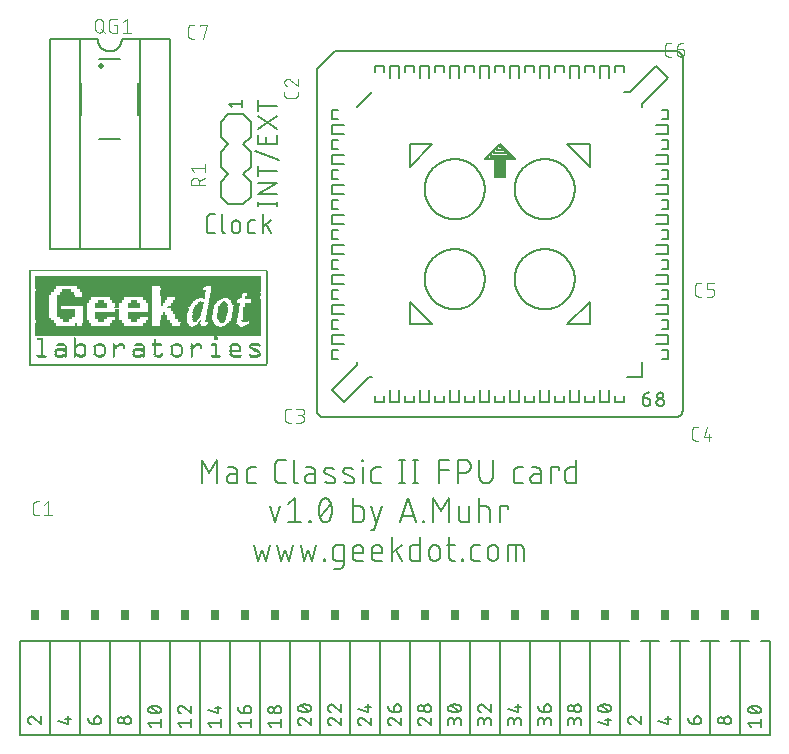
<source format=gbr>
G04 EAGLE Gerber RS-274X export*
G75*
%MOMM*%
%FSLAX34Y34*%
%LPD*%
%INSilkscreen Top*%
%IPPOS*%
%AMOC8*
5,1,8,0,0,1.08239X$1,22.5*%
G01*
%ADD10C,0.152400*%
%ADD11R,20.193000X0.063500*%
%ADD12R,0.127000X0.063500*%
%ADD13R,0.698500X0.063500*%
%ADD14R,0.444500X0.063500*%
%ADD15R,0.063500X0.063500*%
%ADD16R,0.381000X0.063500*%
%ADD17R,0.317500X0.063500*%
%ADD18R,0.635000X0.063500*%
%ADD19R,0.825500X0.063500*%
%ADD20R,0.952500X0.063500*%
%ADD21R,0.190500X0.063500*%
%ADD22R,0.889000X0.063500*%
%ADD23R,0.762000X0.063500*%
%ADD24R,0.254000X0.063500*%
%ADD25R,1.016000X0.063500*%
%ADD26R,0.508000X0.063500*%
%ADD27R,0.571500X0.063500*%
%ADD28R,19.113500X0.063500*%
%ADD29R,13.208000X0.063500*%
%ADD30R,2.159000X0.063500*%
%ADD31R,1.587500X0.063500*%
%ADD32R,1.524000X0.063500*%
%ADD33R,1.778000X0.063500*%
%ADD34R,1.206500X0.063500*%
%ADD35R,1.143000X0.063500*%
%ADD36R,1.333500X0.063500*%
%ADD37R,1.079500X0.063500*%
%ADD38R,1.651000X0.063500*%
%ADD39R,1.460500X0.063500*%
%ADD40R,2.032000X0.063500*%
%ADD41R,1.270000X0.063500*%
%ADD42R,1.841500X0.063500*%
%ADD43R,1.397000X0.063500*%
%ADD44R,2.540000X0.063500*%
%ADD45R,1.714500X0.063500*%
%ADD46R,2.730500X0.063500*%
%ADD47R,2.921000X0.063500*%
%ADD48R,2.476500X0.063500*%
%ADD49R,2.603500X0.063500*%
%ADD50R,2.667000X0.063500*%
%ADD51R,5.905500X0.063500*%
%ADD52R,3.746500X0.063500*%
%ADD53R,3.810000X0.063500*%
%ADD54R,2.794000X0.063500*%
%ADD55R,3.873500X0.063500*%
%ADD56R,4.254500X0.063500*%
%ADD57R,6.159500X0.063500*%
%ADD58R,3.619500X0.063500*%
%ADD59R,4.191000X0.063500*%
%ADD60R,6.350000X0.063500*%
%ADD61R,3.683000X0.063500*%
%ADD62C,0.177800*%
%ADD63C,0.127000*%
%ADD64R,0.660400X0.812800*%
%ADD65R,1.016000X1.905000*%
%ADD66R,1.778000X0.381000*%
%ADD67R,1.270000X0.254000*%
%ADD68R,0.762000X0.254000*%
%ADD69R,0.254000X0.254000*%
%ADD70R,0.254000X0.127000*%
%ADD71R,0.127000X0.127000*%
%ADD72C,0.101600*%
%ADD73C,0.203200*%
%ADD74C,0.508000*%


D10*
X226822Y449608D02*
X243078Y449608D01*
X243078Y447802D02*
X243078Y451414D01*
X226822Y451414D02*
X226822Y447802D01*
X226822Y458119D02*
X243078Y458119D01*
X243078Y467150D02*
X226822Y458119D01*
X226822Y467150D02*
X243078Y467150D01*
X243078Y477744D02*
X226822Y477744D01*
X226822Y473229D02*
X226822Y482260D01*
X225016Y494383D02*
X244884Y487158D01*
X243078Y500874D02*
X243078Y508099D01*
X243078Y500874D02*
X226822Y500874D01*
X226822Y508099D01*
X234047Y506293D02*
X234047Y500874D01*
X243078Y512967D02*
X226822Y523804D01*
X226822Y512967D02*
X243078Y523804D01*
X243078Y532975D02*
X226822Y532975D01*
X226822Y537490D02*
X226822Y528459D01*
X190867Y424942D02*
X187254Y424942D01*
X187136Y424944D01*
X187018Y424950D01*
X186900Y424959D01*
X186783Y424973D01*
X186666Y424990D01*
X186549Y425011D01*
X186434Y425036D01*
X186319Y425065D01*
X186205Y425098D01*
X186093Y425134D01*
X185982Y425174D01*
X185872Y425217D01*
X185763Y425264D01*
X185656Y425314D01*
X185551Y425369D01*
X185448Y425426D01*
X185347Y425487D01*
X185247Y425551D01*
X185150Y425618D01*
X185055Y425688D01*
X184963Y425762D01*
X184872Y425838D01*
X184785Y425918D01*
X184700Y426000D01*
X184618Y426085D01*
X184538Y426172D01*
X184462Y426263D01*
X184388Y426355D01*
X184318Y426450D01*
X184251Y426547D01*
X184187Y426647D01*
X184126Y426748D01*
X184069Y426851D01*
X184014Y426956D01*
X183964Y427063D01*
X183917Y427172D01*
X183874Y427282D01*
X183834Y427393D01*
X183798Y427505D01*
X183765Y427619D01*
X183736Y427734D01*
X183711Y427849D01*
X183690Y427966D01*
X183673Y428083D01*
X183659Y428200D01*
X183650Y428318D01*
X183644Y428436D01*
X183642Y428554D01*
X183642Y437586D01*
X183644Y437704D01*
X183650Y437822D01*
X183659Y437940D01*
X183673Y438057D01*
X183690Y438174D01*
X183711Y438291D01*
X183736Y438406D01*
X183765Y438521D01*
X183798Y438635D01*
X183834Y438747D01*
X183874Y438858D01*
X183917Y438968D01*
X183964Y439077D01*
X184014Y439184D01*
X184068Y439289D01*
X184126Y439392D01*
X184187Y439493D01*
X184251Y439593D01*
X184318Y439690D01*
X184388Y439785D01*
X184462Y439877D01*
X184538Y439968D01*
X184618Y440055D01*
X184700Y440140D01*
X184785Y440222D01*
X184872Y440302D01*
X184963Y440378D01*
X185055Y440452D01*
X185150Y440522D01*
X185247Y440589D01*
X185347Y440653D01*
X185448Y440714D01*
X185551Y440771D01*
X185656Y440825D01*
X185763Y440876D01*
X185872Y440923D01*
X185982Y440966D01*
X186093Y441006D01*
X186205Y441042D01*
X186319Y441075D01*
X186434Y441104D01*
X186549Y441129D01*
X186666Y441150D01*
X186783Y441167D01*
X186900Y441181D01*
X187018Y441190D01*
X187136Y441196D01*
X187254Y441198D01*
X190867Y441198D01*
X196805Y441198D02*
X196805Y427651D01*
X196806Y427651D02*
X196808Y427550D01*
X196814Y427449D01*
X196823Y427348D01*
X196836Y427247D01*
X196853Y427147D01*
X196874Y427048D01*
X196898Y426950D01*
X196926Y426853D01*
X196958Y426756D01*
X196993Y426661D01*
X197032Y426568D01*
X197074Y426476D01*
X197120Y426385D01*
X197169Y426297D01*
X197221Y426210D01*
X197277Y426125D01*
X197335Y426042D01*
X197397Y425962D01*
X197462Y425884D01*
X197529Y425808D01*
X197599Y425735D01*
X197672Y425665D01*
X197748Y425598D01*
X197826Y425533D01*
X197906Y425471D01*
X197989Y425413D01*
X198074Y425357D01*
X198161Y425305D01*
X198249Y425256D01*
X198340Y425210D01*
X198432Y425168D01*
X198525Y425129D01*
X198620Y425094D01*
X198717Y425062D01*
X198814Y425034D01*
X198912Y425010D01*
X199011Y424989D01*
X199111Y424972D01*
X199212Y424959D01*
X199313Y424950D01*
X199414Y424944D01*
X199515Y424942D01*
X204905Y428554D02*
X204905Y432167D01*
X204906Y432167D02*
X204908Y432286D01*
X204914Y432406D01*
X204924Y432525D01*
X204938Y432643D01*
X204955Y432762D01*
X204977Y432879D01*
X205002Y432996D01*
X205032Y433111D01*
X205065Y433226D01*
X205102Y433340D01*
X205142Y433452D01*
X205187Y433563D01*
X205235Y433672D01*
X205286Y433780D01*
X205341Y433886D01*
X205400Y433990D01*
X205462Y434092D01*
X205527Y434192D01*
X205596Y434290D01*
X205668Y434386D01*
X205743Y434479D01*
X205820Y434569D01*
X205901Y434657D01*
X205985Y434742D01*
X206072Y434824D01*
X206161Y434904D01*
X206253Y434980D01*
X206347Y435054D01*
X206444Y435124D01*
X206542Y435191D01*
X206643Y435255D01*
X206747Y435315D01*
X206852Y435372D01*
X206959Y435425D01*
X207067Y435475D01*
X207177Y435521D01*
X207289Y435563D01*
X207402Y435602D01*
X207516Y435637D01*
X207631Y435668D01*
X207748Y435696D01*
X207865Y435719D01*
X207982Y435739D01*
X208101Y435755D01*
X208220Y435767D01*
X208339Y435775D01*
X208458Y435779D01*
X208578Y435779D01*
X208697Y435775D01*
X208816Y435767D01*
X208935Y435755D01*
X209054Y435739D01*
X209171Y435719D01*
X209288Y435696D01*
X209405Y435668D01*
X209520Y435637D01*
X209634Y435602D01*
X209747Y435563D01*
X209859Y435521D01*
X209969Y435475D01*
X210077Y435425D01*
X210184Y435372D01*
X210289Y435315D01*
X210393Y435255D01*
X210494Y435191D01*
X210592Y435124D01*
X210689Y435054D01*
X210783Y434980D01*
X210875Y434904D01*
X210964Y434824D01*
X211051Y434742D01*
X211135Y434657D01*
X211216Y434569D01*
X211293Y434479D01*
X211368Y434386D01*
X211440Y434290D01*
X211509Y434192D01*
X211574Y434092D01*
X211636Y433990D01*
X211695Y433886D01*
X211750Y433780D01*
X211801Y433672D01*
X211849Y433563D01*
X211894Y433452D01*
X211934Y433340D01*
X211971Y433226D01*
X212004Y433111D01*
X212034Y432996D01*
X212059Y432879D01*
X212081Y432762D01*
X212098Y432643D01*
X212112Y432525D01*
X212122Y432406D01*
X212128Y432286D01*
X212130Y432167D01*
X212130Y428554D01*
X212128Y428435D01*
X212122Y428315D01*
X212112Y428196D01*
X212098Y428078D01*
X212081Y427959D01*
X212059Y427842D01*
X212034Y427725D01*
X212004Y427610D01*
X211971Y427495D01*
X211934Y427381D01*
X211894Y427269D01*
X211849Y427158D01*
X211801Y427049D01*
X211750Y426941D01*
X211695Y426835D01*
X211636Y426731D01*
X211574Y426629D01*
X211509Y426529D01*
X211440Y426431D01*
X211368Y426335D01*
X211293Y426242D01*
X211216Y426152D01*
X211135Y426064D01*
X211051Y425979D01*
X210964Y425897D01*
X210875Y425817D01*
X210783Y425741D01*
X210689Y425667D01*
X210592Y425597D01*
X210494Y425530D01*
X210393Y425466D01*
X210289Y425406D01*
X210184Y425349D01*
X210077Y425296D01*
X209969Y425246D01*
X209859Y425200D01*
X209747Y425158D01*
X209634Y425119D01*
X209520Y425084D01*
X209405Y425053D01*
X209288Y425025D01*
X209171Y425002D01*
X209054Y424982D01*
X208935Y424966D01*
X208816Y424954D01*
X208697Y424946D01*
X208578Y424942D01*
X208458Y424942D01*
X208339Y424946D01*
X208220Y424954D01*
X208101Y424966D01*
X207982Y424982D01*
X207865Y425002D01*
X207748Y425025D01*
X207631Y425053D01*
X207516Y425084D01*
X207402Y425119D01*
X207289Y425158D01*
X207177Y425200D01*
X207067Y425246D01*
X206959Y425296D01*
X206852Y425349D01*
X206747Y425406D01*
X206643Y425466D01*
X206542Y425530D01*
X206444Y425597D01*
X206347Y425667D01*
X206253Y425741D01*
X206161Y425817D01*
X206072Y425897D01*
X205985Y425979D01*
X205901Y426064D01*
X205820Y426152D01*
X205743Y426242D01*
X205668Y426335D01*
X205596Y426431D01*
X205527Y426529D01*
X205462Y426629D01*
X205400Y426731D01*
X205341Y426835D01*
X205286Y426941D01*
X205235Y427049D01*
X205187Y427158D01*
X205142Y427269D01*
X205102Y427381D01*
X205065Y427495D01*
X205032Y427610D01*
X205002Y427725D01*
X204977Y427842D01*
X204955Y427959D01*
X204938Y428078D01*
X204924Y428196D01*
X204914Y428315D01*
X204908Y428435D01*
X204906Y428554D01*
X221179Y424942D02*
X224792Y424942D01*
X221179Y424942D02*
X221078Y424944D01*
X220977Y424950D01*
X220876Y424959D01*
X220775Y424972D01*
X220675Y424989D01*
X220576Y425010D01*
X220478Y425034D01*
X220381Y425062D01*
X220284Y425094D01*
X220189Y425129D01*
X220096Y425168D01*
X220004Y425210D01*
X219913Y425256D01*
X219825Y425305D01*
X219738Y425357D01*
X219653Y425413D01*
X219570Y425471D01*
X219490Y425533D01*
X219412Y425598D01*
X219336Y425665D01*
X219263Y425735D01*
X219193Y425808D01*
X219126Y425884D01*
X219061Y425962D01*
X218999Y426042D01*
X218941Y426125D01*
X218885Y426210D01*
X218833Y426297D01*
X218784Y426385D01*
X218738Y426476D01*
X218696Y426568D01*
X218657Y426661D01*
X218622Y426756D01*
X218590Y426853D01*
X218562Y426950D01*
X218538Y427048D01*
X218517Y427147D01*
X218500Y427247D01*
X218487Y427348D01*
X218478Y427449D01*
X218472Y427550D01*
X218470Y427651D01*
X218470Y433070D01*
X218472Y433171D01*
X218478Y433272D01*
X218487Y433373D01*
X218500Y433474D01*
X218517Y433574D01*
X218538Y433673D01*
X218562Y433771D01*
X218590Y433868D01*
X218622Y433965D01*
X218657Y434060D01*
X218696Y434153D01*
X218738Y434245D01*
X218784Y434336D01*
X218833Y434425D01*
X218885Y434511D01*
X218941Y434596D01*
X218999Y434679D01*
X219061Y434759D01*
X219126Y434837D01*
X219193Y434913D01*
X219263Y434986D01*
X219336Y435056D01*
X219412Y435123D01*
X219490Y435188D01*
X219570Y435250D01*
X219653Y435308D01*
X219738Y435364D01*
X219825Y435416D01*
X219913Y435465D01*
X220004Y435511D01*
X220096Y435553D01*
X220189Y435592D01*
X220284Y435627D01*
X220381Y435659D01*
X220478Y435687D01*
X220576Y435711D01*
X220675Y435732D01*
X220775Y435749D01*
X220876Y435762D01*
X220977Y435771D01*
X221078Y435777D01*
X221179Y435779D01*
X224792Y435779D01*
X231126Y441198D02*
X231126Y424942D01*
X231126Y430361D02*
X238351Y435779D01*
X234287Y432618D02*
X238351Y424942D01*
D11*
X134430Y312547D03*
X134430Y313182D03*
D12*
X34100Y313817D03*
X234760Y313817D03*
X34100Y314452D03*
X234760Y314452D03*
X34100Y315087D03*
X234760Y315087D03*
X34100Y315722D03*
X234760Y315722D03*
X34100Y316357D03*
X234760Y316357D03*
X34100Y316992D03*
X234760Y316992D03*
X34100Y317627D03*
X234760Y317627D03*
X34100Y318262D03*
X234760Y318262D03*
X34100Y318897D03*
X234760Y318897D03*
X34100Y319532D03*
D13*
X43942Y319532D03*
D14*
X59182Y319532D03*
D15*
X64262Y319532D03*
X72517Y319532D03*
D16*
X77280Y319532D03*
X93155Y319532D03*
D15*
X105537Y319532D03*
D14*
X125222Y319532D03*
D15*
X130302Y319532D03*
D17*
X143002Y319532D03*
D16*
X158560Y319532D03*
D15*
X170942Y319532D03*
D13*
X191897Y319532D03*
X209042Y319532D03*
D18*
X223965Y319532D03*
D12*
X234760Y319532D03*
X34100Y320167D03*
D19*
X43942Y320167D03*
D20*
X60452Y320167D03*
D21*
X72517Y320167D03*
D18*
X77280Y320167D03*
X93155Y320167D03*
D21*
X105537Y320167D03*
D20*
X126492Y320167D03*
D18*
X142685Y320167D03*
X158560Y320167D03*
D21*
X170942Y320167D03*
D19*
X191897Y320167D03*
D22*
X208725Y320167D03*
X224600Y320167D03*
D12*
X234760Y320167D03*
X34100Y320802D03*
D23*
X43625Y320802D03*
D20*
X60452Y320802D03*
X76327Y320802D03*
D22*
X93155Y320802D03*
D21*
X105537Y320802D03*
D20*
X126492Y320802D03*
D13*
X143002Y320802D03*
D22*
X158560Y320802D03*
D21*
X170942Y320802D03*
D23*
X191580Y320802D03*
D20*
X208407Y320802D03*
X224282Y320802D03*
D12*
X234760Y320802D03*
X34100Y321437D03*
D21*
X43942Y321437D03*
D24*
X56325Y321437D03*
D16*
X63310Y321437D03*
D14*
X73787Y321437D03*
D24*
X79820Y321437D03*
X89980Y321437D03*
X96330Y321437D03*
D21*
X105537Y321437D03*
D24*
X122365Y321437D03*
D16*
X129350Y321437D03*
D24*
X140145Y321437D03*
X145860Y321437D03*
X155385Y321437D03*
X161735Y321437D03*
D21*
X170942Y321437D03*
X191897Y321437D03*
D24*
X204915Y321437D03*
D21*
X220472Y321437D03*
D24*
X228410Y321437D03*
D12*
X234760Y321437D03*
X34100Y322072D03*
D21*
X43942Y322072D03*
X56007Y322072D03*
D17*
X63627Y322072D03*
X73152Y322072D03*
D24*
X80455Y322072D03*
X89345Y322072D03*
X96965Y322072D03*
D21*
X105537Y322072D03*
X122047Y322072D03*
D17*
X129667Y322072D03*
D21*
X139827Y322072D03*
D24*
X145860Y322072D03*
X154750Y322072D03*
X162370Y322072D03*
D21*
X170942Y322072D03*
X191897Y322072D03*
D24*
X204280Y322072D03*
D15*
X220472Y322072D03*
D21*
X228727Y322072D03*
D12*
X234760Y322072D03*
X34100Y322707D03*
D21*
X43942Y322707D03*
X56007Y322707D03*
X64262Y322707D03*
D24*
X72835Y322707D03*
D21*
X80772Y322707D03*
X89027Y322707D03*
X97282Y322707D03*
X105537Y322707D03*
X122047Y322707D03*
X130302Y322707D03*
X139827Y322707D03*
D12*
X145860Y322707D03*
D21*
X154432Y322707D03*
X162687Y322707D03*
X170942Y322707D03*
X191897Y322707D03*
X203962Y322707D03*
X228727Y322707D03*
D12*
X234760Y322707D03*
X34100Y323342D03*
D21*
X43942Y323342D03*
X56007Y323342D03*
X64262Y323342D03*
X72517Y323342D03*
X80772Y323342D03*
X89027Y323342D03*
X97282Y323342D03*
X105537Y323342D03*
X122047Y323342D03*
X130302Y323342D03*
X139827Y323342D03*
X154432Y323342D03*
X162687Y323342D03*
X170942Y323342D03*
X191897Y323342D03*
X203962Y323342D03*
D24*
X228410Y323342D03*
D12*
X234760Y323342D03*
X34100Y323977D03*
D21*
X43942Y323977D03*
X56007Y323977D03*
X64262Y323977D03*
X72517Y323977D03*
X80772Y323977D03*
X89027Y323977D03*
X97282Y323977D03*
X105537Y323977D03*
X122047Y323977D03*
X130302Y323977D03*
X139827Y323977D03*
X154432Y323977D03*
X162687Y323977D03*
X170942Y323977D03*
X191897Y323977D03*
D25*
X208090Y323977D03*
D17*
X227457Y323977D03*
D12*
X234760Y323977D03*
X34100Y324612D03*
D21*
X43942Y324612D03*
D24*
X56325Y324612D03*
X63945Y324612D03*
D21*
X72517Y324612D03*
X80772Y324612D03*
X89027Y324612D03*
X97282Y324612D03*
X105537Y324612D03*
D24*
X122365Y324612D03*
X129985Y324612D03*
D21*
X139827Y324612D03*
X154432Y324612D03*
X162687Y324612D03*
X170942Y324612D03*
X191897Y324612D03*
D25*
X208090Y324612D03*
D26*
X226505Y324612D03*
D12*
X234760Y324612D03*
X34100Y325247D03*
D21*
X43942Y325247D03*
D25*
X60135Y325247D03*
D21*
X72517Y325247D03*
X80772Y325247D03*
X89027Y325247D03*
X97282Y325247D03*
X105537Y325247D03*
D25*
X126175Y325247D03*
D21*
X139827Y325247D03*
X154432Y325247D03*
X162687Y325247D03*
X170942Y325247D03*
X191897Y325247D03*
D25*
X208090Y325247D03*
D27*
X225552Y325247D03*
D12*
X234760Y325247D03*
X34100Y325882D03*
D21*
X43942Y325882D03*
D20*
X60452Y325882D03*
D21*
X72517Y325882D03*
X80772Y325882D03*
X89027Y325882D03*
X97282Y325882D03*
X105537Y325882D03*
D20*
X126492Y325882D03*
D21*
X139827Y325882D03*
X154432Y325882D03*
X162687Y325882D03*
X170942Y325882D03*
X191897Y325882D03*
X203962Y325882D03*
X212217Y325882D03*
D27*
X224282Y325882D03*
D12*
X234760Y325882D03*
X34100Y326517D03*
D21*
X43942Y326517D03*
D19*
X61087Y326517D03*
D21*
X72517Y326517D03*
X80772Y326517D03*
X89027Y326517D03*
X97282Y326517D03*
X105537Y326517D03*
D19*
X127127Y326517D03*
D21*
X139827Y326517D03*
X154432Y326517D03*
X162687Y326517D03*
X170942Y326517D03*
X191897Y326517D03*
X203962Y326517D03*
X212217Y326517D03*
D14*
X223012Y326517D03*
D12*
X234760Y326517D03*
X34100Y327152D03*
D21*
X43942Y327152D03*
X64262Y327152D03*
X72517Y327152D03*
X80772Y327152D03*
X89027Y327152D03*
X97282Y327152D03*
D17*
X106172Y327152D03*
D21*
X113792Y327152D03*
X130302Y327152D03*
X139827Y327152D03*
X154432Y327152D03*
X162687Y327152D03*
D17*
X171577Y327152D03*
D21*
X179197Y327152D03*
X191897Y327152D03*
X203962Y327152D03*
X212217Y327152D03*
D16*
X222060Y327152D03*
D12*
X234760Y327152D03*
X34100Y327787D03*
D21*
X43942Y327787D03*
X64262Y327787D03*
D24*
X72835Y327787D03*
D21*
X80772Y327787D03*
X89027Y327787D03*
X97282Y327787D03*
D16*
X106490Y327787D03*
D21*
X113792Y327787D03*
X130302Y327787D03*
X139827Y327787D03*
X154432Y327787D03*
X162687Y327787D03*
D16*
X171895Y327787D03*
D21*
X179197Y327787D03*
X191897Y327787D03*
X203962Y327787D03*
X212217Y327787D03*
D17*
X221107Y327787D03*
D12*
X234760Y327787D03*
X34100Y328422D03*
D21*
X43942Y328422D03*
X64262Y328422D03*
D17*
X73152Y328422D03*
D24*
X80455Y328422D03*
X89345Y328422D03*
X96965Y328422D03*
D14*
X106807Y328422D03*
D21*
X113792Y328422D03*
X130302Y328422D03*
X139827Y328422D03*
D24*
X154750Y328422D03*
X162370Y328422D03*
D14*
X172212Y328422D03*
D21*
X179197Y328422D03*
X191897Y328422D03*
D24*
X204280Y328422D03*
X211900Y328422D03*
D21*
X220472Y328422D03*
D15*
X228727Y328422D03*
D12*
X234760Y328422D03*
X34100Y329057D03*
D21*
X43942Y329057D03*
D24*
X63945Y329057D03*
D14*
X73787Y329057D03*
D24*
X79820Y329057D03*
X89980Y329057D03*
X96330Y329057D03*
D27*
X107442Y329057D03*
D24*
X113475Y329057D03*
X129985Y329057D03*
D21*
X139827Y329057D03*
D24*
X155385Y329057D03*
X161735Y329057D03*
D27*
X172847Y329057D03*
D24*
X178880Y329057D03*
D21*
X191897Y329057D03*
D24*
X204915Y329057D03*
X211265Y329057D03*
D21*
X220472Y329057D03*
X228092Y329057D03*
D12*
X234760Y329057D03*
X34100Y329692D03*
D21*
X43942Y329692D03*
D23*
X60770Y329692D03*
D20*
X76327Y329692D03*
D22*
X93155Y329692D03*
D21*
X105537Y329692D03*
D13*
X110617Y329692D03*
D23*
X126810Y329692D03*
D22*
X141415Y329692D03*
X158560Y329692D03*
D21*
X170942Y329692D03*
D13*
X176022Y329692D03*
D26*
X190310Y329692D03*
D22*
X208090Y329692D03*
D25*
X224600Y329692D03*
D12*
X234760Y329692D03*
X34100Y330327D03*
D21*
X43942Y330327D03*
D13*
X60452Y330327D03*
D21*
X72517Y330327D03*
D18*
X77280Y330327D03*
X93155Y330327D03*
D21*
X105537Y330327D03*
D27*
X111252Y330327D03*
D13*
X126492Y330327D03*
D22*
X141415Y330327D03*
D18*
X158560Y330327D03*
D21*
X170942Y330327D03*
D27*
X176657Y330327D03*
D26*
X190310Y330327D03*
D13*
X207772Y330327D03*
D22*
X224600Y330327D03*
D12*
X234760Y330327D03*
X34100Y330962D03*
D21*
X43942Y330962D03*
D26*
X60135Y330962D03*
D21*
X72517Y330962D03*
D16*
X77280Y330962D03*
X93155Y330962D03*
D15*
X105537Y330962D03*
D17*
X111252Y330962D03*
D26*
X126175Y330962D03*
D23*
X141415Y330962D03*
D16*
X158560Y330962D03*
D15*
X170942Y330962D03*
D17*
X176657Y330962D03*
D16*
X190310Y330962D03*
D26*
X208090Y330962D03*
D18*
X224600Y330962D03*
D12*
X234760Y330962D03*
X34100Y331597D03*
D21*
X43942Y331597D03*
X72517Y331597D03*
X139827Y331597D03*
D12*
X234760Y331597D03*
X34100Y332232D03*
D21*
X43942Y332232D03*
X72517Y332232D03*
X139827Y332232D03*
D12*
X234760Y332232D03*
X34100Y332867D03*
D21*
X43942Y332867D03*
X72517Y332867D03*
X139827Y332867D03*
D12*
X234760Y332867D03*
X34100Y333502D03*
D21*
X43942Y333502D03*
X72517Y333502D03*
X139827Y333502D03*
D12*
X234760Y333502D03*
X34100Y334137D03*
D14*
X42672Y334137D03*
D21*
X72517Y334137D03*
X139827Y334137D03*
D24*
X191580Y334137D03*
D12*
X234760Y334137D03*
X34100Y334772D03*
D26*
X42355Y334772D03*
D21*
X72517Y334772D03*
D15*
X139827Y334772D03*
D17*
X191262Y334772D03*
D12*
X234760Y334772D03*
X34100Y335407D03*
D14*
X42672Y335407D03*
D21*
X72517Y335407D03*
D17*
X191262Y335407D03*
D12*
X234760Y335407D03*
X34100Y336042D03*
D15*
X72517Y336042D03*
D17*
X191262Y336042D03*
D12*
X234760Y336042D03*
X34100Y336677D03*
D24*
X191580Y336677D03*
D12*
X234760Y336677D03*
X34100Y337312D03*
X234760Y337312D03*
X34100Y337947D03*
D28*
X134112Y337947D03*
D12*
X234760Y337947D03*
X34100Y338582D03*
D28*
X134112Y338582D03*
D12*
X234760Y338582D03*
X34100Y339217D03*
D28*
X134112Y339217D03*
D12*
X234760Y339217D03*
X34100Y339852D03*
D28*
X134112Y339852D03*
D12*
X234760Y339852D03*
X34100Y340487D03*
D28*
X134112Y340487D03*
D12*
X234760Y340487D03*
X34100Y341122D03*
D28*
X134112Y341122D03*
D12*
X234760Y341122D03*
X34100Y341757D03*
D28*
X134112Y341757D03*
D12*
X234760Y341757D03*
X34100Y342392D03*
D28*
X134112Y342392D03*
D12*
X234760Y342392D03*
X34100Y343027D03*
D28*
X134112Y343027D03*
D12*
X234760Y343027D03*
X34100Y343662D03*
D28*
X134112Y343662D03*
D12*
X234760Y343662D03*
X34100Y344297D03*
D28*
X134112Y344297D03*
D12*
X234760Y344297D03*
X34100Y344932D03*
D28*
X134112Y344932D03*
D12*
X234760Y344932D03*
X34100Y345567D03*
D29*
X104585Y345567D03*
D30*
X183325Y345567D03*
D31*
X204597Y345567D03*
D32*
X222060Y345567D03*
D12*
X234760Y345567D03*
X34100Y346202D03*
D33*
X47435Y346202D03*
D12*
X72835Y346202D03*
D23*
X82360Y346202D03*
D34*
X108077Y346202D03*
D23*
X133795Y346202D03*
D25*
X149670Y346202D03*
D23*
X165545Y346202D03*
D14*
X176657Y346202D03*
D22*
X187770Y346202D03*
D35*
X204915Y346202D03*
D36*
X223012Y346202D03*
D12*
X234760Y346202D03*
X34100Y346837D03*
D33*
X47435Y346837D03*
D12*
X72835Y346837D03*
D23*
X82360Y346837D03*
D34*
X108077Y346837D03*
D23*
X133795Y346837D03*
D25*
X149670Y346837D03*
D13*
X165227Y346837D03*
D16*
X176975Y346837D03*
D18*
X187770Y346837D03*
D25*
X204915Y346837D03*
D34*
X223647Y346837D03*
D12*
X234760Y346837D03*
X34100Y347472D03*
D33*
X47435Y347472D03*
D12*
X72835Y347472D03*
D23*
X82360Y347472D03*
D34*
X108077Y347472D03*
D23*
X133795Y347472D03*
D25*
X149670Y347472D03*
D18*
X164910Y347472D03*
D21*
X177292Y347472D03*
D26*
X187770Y347472D03*
D19*
X205232Y347472D03*
D37*
X224282Y347472D03*
D12*
X234760Y347472D03*
X34100Y348107D03*
D33*
X47435Y348107D03*
D12*
X72835Y348107D03*
D23*
X82360Y348107D03*
D34*
X108077Y348107D03*
D23*
X133795Y348107D03*
D25*
X149670Y348107D03*
D18*
X164910Y348107D03*
D21*
X177292Y348107D03*
D14*
X187452Y348107D03*
D23*
X205550Y348107D03*
D25*
X224600Y348107D03*
D12*
X234760Y348107D03*
X34100Y348742D03*
D31*
X46482Y348742D03*
D27*
X81407Y348742D03*
D19*
X108077Y348742D03*
D27*
X134747Y348742D03*
D19*
X148717Y348742D03*
D27*
X164592Y348742D03*
D12*
X177610Y348742D03*
D14*
X187452Y348742D03*
D17*
X196342Y348742D03*
D13*
X205867Y348742D03*
D20*
X224917Y348742D03*
D12*
X234760Y348742D03*
X34100Y349377D03*
D31*
X46482Y349377D03*
D27*
X64262Y349377D03*
X81407Y349377D03*
X94107Y349377D03*
D19*
X108077Y349377D03*
D27*
X122047Y349377D03*
X134747Y349377D03*
D19*
X148717Y349377D03*
D23*
X163640Y349377D03*
D21*
X173482Y349377D03*
D12*
X178245Y349377D03*
D18*
X185865Y349377D03*
D14*
X196342Y349377D03*
D18*
X206185Y349377D03*
D17*
X215392Y349377D03*
D20*
X224917Y349377D03*
D12*
X234760Y349377D03*
X34100Y350012D03*
D31*
X46482Y350012D03*
D27*
X64262Y350012D03*
X81407Y350012D03*
X94107Y350012D03*
D19*
X108077Y350012D03*
D27*
X122047Y350012D03*
X134747Y350012D03*
D19*
X148717Y350012D03*
D23*
X163640Y350012D03*
D17*
X173482Y350012D03*
D15*
X178562Y350012D03*
D18*
X185865Y350012D03*
D27*
X196342Y350012D03*
D18*
X206185Y350012D03*
D14*
X216027Y350012D03*
D25*
X224600Y350012D03*
D12*
X234760Y350012D03*
X34100Y350647D03*
D31*
X46482Y350647D03*
D27*
X64262Y350647D03*
X81407Y350647D03*
X94107Y350647D03*
D19*
X108077Y350647D03*
D27*
X122047Y350647D03*
X134747Y350647D03*
D19*
X148717Y350647D03*
D23*
X163640Y350647D03*
D16*
X173800Y350647D03*
D15*
X178562Y350647D03*
D18*
X185865Y350647D03*
D27*
X196342Y350647D03*
X206502Y350647D03*
D38*
X221425Y350647D03*
D12*
X234760Y350647D03*
X34100Y351282D03*
D36*
X45212Y351282D03*
D27*
X64262Y351282D03*
D16*
X80455Y351282D03*
D27*
X94107Y351282D03*
D17*
X108077Y351282D03*
D27*
X122047Y351282D03*
D16*
X135700Y351282D03*
D27*
X147447Y351282D03*
D23*
X163640Y351282D03*
D14*
X174117Y351282D03*
D27*
X185547Y351282D03*
D13*
X196342Y351282D03*
D27*
X206502Y351282D03*
D31*
X221742Y351282D03*
D12*
X234760Y351282D03*
X34100Y351917D03*
D36*
X45212Y351917D03*
D20*
X64262Y351917D03*
D16*
X80455Y351917D03*
D25*
X94425Y351917D03*
D17*
X108077Y351917D03*
D20*
X122047Y351917D03*
D16*
X135700Y351917D03*
D27*
X147447Y351917D03*
D25*
X162370Y351917D03*
D26*
X174435Y351917D03*
X185865Y351917D03*
D13*
X196342Y351917D03*
D26*
X206820Y351917D03*
D31*
X221742Y351917D03*
D12*
X234760Y351917D03*
X34100Y352552D03*
D36*
X45212Y352552D03*
D20*
X64262Y352552D03*
D16*
X80455Y352552D03*
D25*
X94425Y352552D03*
D17*
X108077Y352552D03*
D20*
X122047Y352552D03*
D16*
X135700Y352552D03*
D27*
X147447Y352552D03*
D25*
X162370Y352552D03*
D26*
X174435Y352552D03*
X185865Y352552D03*
D23*
X196660Y352552D03*
D26*
X206820Y352552D03*
D31*
X221742Y352552D03*
D12*
X234760Y352552D03*
X34100Y353187D03*
D35*
X44260Y353187D03*
D20*
X64262Y353187D03*
D16*
X80455Y353187D03*
D25*
X94425Y353187D03*
D17*
X108077Y353187D03*
D20*
X122047Y353187D03*
D16*
X135700Y353187D03*
D27*
X147447Y353187D03*
D25*
X162370Y353187D03*
D18*
X174435Y353187D03*
D26*
X185865Y353187D03*
D23*
X196660Y353187D03*
D26*
X207455Y353187D03*
D31*
X221742Y353187D03*
D12*
X234760Y353187D03*
X34100Y353822D03*
D35*
X44260Y353822D03*
D39*
X64262Y353822D03*
D16*
X80455Y353822D03*
D40*
X99505Y353822D03*
X127445Y353822D03*
D27*
X147447Y353822D03*
D25*
X162370Y353822D03*
D18*
X175070Y353822D03*
D26*
X185865Y353822D03*
D23*
X196660Y353822D03*
D26*
X207455Y353822D03*
D31*
X221742Y353822D03*
D12*
X234760Y353822D03*
X34100Y354457D03*
D35*
X44260Y354457D03*
D39*
X64262Y354457D03*
D16*
X80455Y354457D03*
D40*
X99505Y354457D03*
X127445Y354457D03*
D27*
X147447Y354457D03*
D25*
X162370Y354457D03*
D18*
X175070Y354457D03*
D26*
X185865Y354457D03*
D19*
X196977Y354457D03*
D26*
X207455Y354457D03*
D31*
X221742Y354457D03*
D12*
X234760Y354457D03*
X34100Y355092D03*
D35*
X44260Y355092D03*
D39*
X64262Y355092D03*
D16*
X80455Y355092D03*
D40*
X99505Y355092D03*
X127445Y355092D03*
D27*
X147447Y355092D03*
D25*
X162370Y355092D03*
D13*
X175387Y355092D03*
D26*
X185865Y355092D03*
D19*
X196977Y355092D03*
D14*
X207772Y355092D03*
D32*
X222060Y355092D03*
D12*
X234760Y355092D03*
X34100Y355727D03*
D35*
X44260Y355727D03*
D39*
X64262Y355727D03*
D16*
X80455Y355727D03*
D40*
X99505Y355727D03*
X127445Y355727D03*
D12*
X147765Y355727D03*
D25*
X162370Y355727D03*
D13*
X175387Y355727D03*
D14*
X186182Y355727D03*
D19*
X196977Y355727D03*
D14*
X207772Y355727D03*
D32*
X222060Y355727D03*
D12*
X234760Y355727D03*
X34100Y356362D03*
D35*
X44260Y356362D03*
D39*
X64262Y356362D03*
D16*
X80455Y356362D03*
D40*
X99505Y356362D03*
X127445Y356362D03*
D12*
X147765Y356362D03*
D34*
X161417Y356362D03*
D13*
X175387Y356362D03*
D14*
X186182Y356362D03*
D19*
X196977Y356362D03*
D14*
X207772Y356362D03*
D32*
X222060Y356362D03*
D12*
X234760Y356362D03*
X34100Y356997D03*
D35*
X44260Y356997D03*
D39*
X64262Y356997D03*
D16*
X80455Y356997D03*
D40*
X99505Y356997D03*
X127445Y356997D03*
D12*
X147765Y356997D03*
D34*
X161417Y356997D03*
D23*
X175705Y356997D03*
D14*
X186182Y356997D03*
D22*
X197295Y356997D03*
D26*
X208090Y356997D03*
D32*
X222060Y356997D03*
D12*
X234760Y356997D03*
X34100Y357632D03*
D35*
X44260Y357632D03*
D39*
X64262Y357632D03*
D16*
X80455Y357632D03*
D40*
X99505Y357632D03*
X127445Y357632D03*
D12*
X147765Y357632D03*
D41*
X161735Y357632D03*
D23*
X175705Y357632D03*
D14*
X186182Y357632D03*
D22*
X197295Y357632D03*
D14*
X208407Y357632D03*
D32*
X222060Y357632D03*
D12*
X234760Y357632D03*
X34100Y358267D03*
D35*
X44260Y358267D03*
D39*
X64262Y358267D03*
D16*
X80455Y358267D03*
D17*
X108077Y358267D03*
D16*
X135700Y358267D03*
D41*
X161735Y358267D03*
D23*
X176340Y358267D03*
D26*
X186500Y358267D03*
D22*
X197295Y358267D03*
D14*
X208407Y358267D03*
D39*
X222377Y358267D03*
D12*
X234760Y358267D03*
X34100Y358902D03*
D35*
X44260Y358902D03*
D39*
X64262Y358902D03*
D16*
X80455Y358902D03*
D17*
X108077Y358902D03*
D16*
X135700Y358902D03*
D39*
X160782Y358902D03*
D23*
X176340Y358902D03*
D14*
X186817Y358902D03*
D22*
X197295Y358902D03*
D14*
X208407Y358902D03*
D39*
X222377Y358902D03*
D12*
X234760Y358902D03*
X34100Y359537D03*
D35*
X44260Y359537D03*
D39*
X64262Y359537D03*
D16*
X80455Y359537D03*
D17*
X108077Y359537D03*
D16*
X135700Y359537D03*
D39*
X160782Y359537D03*
D23*
X176340Y359537D03*
D14*
X186817Y359537D03*
D19*
X197612Y359537D03*
D14*
X208407Y359537D03*
D39*
X222377Y359537D03*
D12*
X234760Y359537D03*
X34100Y360172D03*
D35*
X44260Y360172D03*
D39*
X64262Y360172D03*
D16*
X80455Y360172D03*
D17*
X108077Y360172D03*
D16*
X135700Y360172D03*
D32*
X161100Y360172D03*
D23*
X176340Y360172D03*
D14*
X186817Y360172D03*
D19*
X197612Y360172D03*
D26*
X208725Y360172D03*
D39*
X222377Y360172D03*
D12*
X234760Y360172D03*
X34100Y360807D03*
D35*
X44260Y360807D03*
D16*
X58865Y360807D03*
X80455Y360807D03*
D17*
X106807Y361315D03*
D16*
X135700Y360807D03*
D32*
X161100Y360807D03*
D23*
X176975Y360807D03*
D26*
X187135Y360807D03*
D19*
X197612Y360807D03*
D26*
X208725Y360807D03*
D39*
X222377Y360807D03*
D12*
X234760Y360807D03*
X34100Y361442D03*
D35*
X44260Y361442D03*
D16*
X58865Y361442D03*
X80455Y361442D03*
D25*
X94425Y361442D03*
D17*
X108077Y361442D03*
D20*
X122047Y361442D03*
D16*
X135700Y361442D03*
D33*
X159830Y361442D03*
D23*
X176975Y361442D03*
D26*
X187135Y361442D03*
D19*
X197612Y361442D03*
D26*
X208725Y361442D03*
D39*
X222377Y361442D03*
D12*
X234760Y361442D03*
X34100Y362077D03*
D35*
X44260Y362077D03*
D16*
X58865Y362077D03*
X80455Y362077D03*
D25*
X94425Y362077D03*
D17*
X108077Y362077D03*
D20*
X122047Y362077D03*
D16*
X135700Y362077D03*
D42*
X160147Y362077D03*
D13*
X177292Y362077D03*
D26*
X187135Y362077D03*
D23*
X197930Y362077D03*
D26*
X208725Y362077D03*
D43*
X222695Y362077D03*
D12*
X234760Y362077D03*
X34100Y362712D03*
D35*
X44260Y362712D03*
D16*
X58865Y362712D03*
X80455Y362712D03*
D25*
X94425Y362712D03*
D17*
X108077Y362712D03*
D20*
X122047Y362712D03*
D16*
X135700Y362712D03*
D31*
X161417Y362712D03*
D13*
X177292Y362712D03*
D26*
X187770Y362712D03*
D23*
X197930Y362712D03*
D26*
X208725Y362712D03*
D43*
X222695Y362712D03*
D12*
X234760Y362712D03*
X34100Y363347D03*
D35*
X44260Y363347D03*
D44*
X69660Y363347D03*
D25*
X94425Y363347D03*
D17*
X108077Y363347D03*
D20*
X122047Y363347D03*
D16*
X135700Y363347D03*
D21*
X145542Y363347D03*
D38*
X161735Y363347D03*
D18*
X177610Y363347D03*
D26*
X187770Y363347D03*
D13*
X198247Y363347D03*
D27*
X209042Y363347D03*
D43*
X222695Y363347D03*
D12*
X234760Y363347D03*
X34100Y363982D03*
D35*
X44260Y363982D03*
D44*
X69660Y363982D03*
D25*
X94425Y363982D03*
D17*
X108077Y363982D03*
D20*
X122047Y363982D03*
D16*
X135700Y363982D03*
D21*
X145542Y363982D03*
D45*
X162052Y363982D03*
D27*
X177927Y363982D03*
X188087Y363982D03*
D13*
X198247Y363982D03*
D18*
X208725Y363982D03*
D43*
X222695Y363982D03*
D12*
X234760Y363982D03*
X34100Y364617D03*
D35*
X44260Y364617D03*
D44*
X69660Y364617D03*
D25*
X94425Y364617D03*
D17*
X108077Y364617D03*
D20*
X122047Y364617D03*
D16*
X135700Y364617D03*
D21*
X145542Y364617D03*
D45*
X162052Y364617D03*
D27*
X178562Y364617D03*
X188087Y364617D03*
X198247Y364617D03*
D18*
X208725Y364617D03*
D43*
X222695Y364617D03*
D12*
X234760Y364617D03*
X34100Y365252D03*
D35*
X44260Y365252D03*
D44*
X69660Y365252D03*
D27*
X94107Y365252D03*
D17*
X108077Y365252D03*
D27*
X122047Y365252D03*
D16*
X135700Y365252D03*
D21*
X145542Y365252D03*
D31*
X163322Y365252D03*
D26*
X178880Y365252D03*
D18*
X188405Y365252D03*
D26*
X198565Y365252D03*
D18*
X208725Y365252D03*
D36*
X223012Y365252D03*
D12*
X234760Y365252D03*
X34100Y365887D03*
D35*
X44260Y365887D03*
D46*
X70612Y365887D03*
D27*
X94107Y365887D03*
D19*
X108077Y365887D03*
D27*
X122047Y365887D03*
X134747Y365887D03*
D16*
X146495Y365887D03*
D38*
X163640Y365887D03*
D14*
X179197Y365887D03*
D18*
X189040Y365887D03*
D16*
X198565Y365887D03*
D14*
X207137Y365887D03*
D19*
X225552Y365887D03*
D12*
X234760Y365887D03*
X34100Y366522D03*
D35*
X44260Y366522D03*
D46*
X70612Y366522D03*
D27*
X94107Y366522D03*
D19*
X108077Y366522D03*
D27*
X122047Y366522D03*
X134747Y366522D03*
D16*
X146495Y366522D03*
D45*
X163957Y366522D03*
D15*
X179197Y366522D03*
D13*
X189357Y366522D03*
D12*
X198565Y366522D03*
D14*
X207137Y366522D03*
D19*
X225552Y366522D03*
D12*
X234760Y366522D03*
X34100Y367157D03*
D35*
X44260Y367157D03*
D46*
X70612Y367157D03*
D27*
X94107Y367157D03*
D19*
X108077Y367157D03*
D27*
X122047Y367157D03*
X134747Y367157D03*
D16*
X146495Y367157D03*
D33*
X164275Y367157D03*
D23*
X189675Y367157D03*
D26*
X206820Y367157D03*
D19*
X225552Y367157D03*
D12*
X234760Y367157D03*
X34100Y367792D03*
D35*
X44260Y367792D03*
D46*
X70612Y367792D03*
D19*
X108077Y367792D03*
D27*
X134747Y367792D03*
D16*
X146495Y367792D03*
D38*
X165545Y367792D03*
D19*
X189992Y367792D03*
D27*
X206502Y367792D03*
D19*
X225552Y367792D03*
D12*
X234760Y367792D03*
X34100Y368427D03*
D35*
X44260Y368427D03*
D47*
X71565Y368427D03*
D34*
X108077Y368427D03*
D23*
X133795Y368427D03*
D27*
X147447Y368427D03*
D33*
X166180Y368427D03*
D20*
X190627Y368427D03*
D23*
X206820Y368427D03*
D19*
X225552Y368427D03*
D12*
X234760Y368427D03*
X34100Y369062D03*
D35*
X44260Y369062D03*
D47*
X71565Y369062D03*
D34*
X108077Y369062D03*
D23*
X133795Y369062D03*
D27*
X147447Y369062D03*
D40*
X167450Y369062D03*
D12*
X181420Y369062D03*
D35*
X191580Y369062D03*
D37*
X207137Y369062D03*
D41*
X223330Y369062D03*
D12*
X234760Y369062D03*
X34100Y369697D03*
D35*
X44260Y369697D03*
D47*
X71565Y369697D03*
D34*
X108077Y369697D03*
D23*
X133795Y369697D03*
D27*
X147447Y369697D03*
D48*
X169672Y369697D03*
D49*
X199517Y369697D03*
D41*
X223330Y369697D03*
D12*
X234760Y369697D03*
X34100Y370332D03*
D35*
X44260Y370332D03*
D39*
X64262Y370332D03*
D23*
X82360Y370332D03*
D34*
X108077Y370332D03*
D23*
X133795Y370332D03*
D27*
X147447Y370332D03*
D48*
X169672Y370332D03*
D50*
X199835Y370332D03*
D41*
X223330Y370332D03*
D12*
X234760Y370332D03*
X34100Y370967D03*
D35*
X44260Y370967D03*
D39*
X64262Y370967D03*
D51*
X108077Y370967D03*
D52*
X163322Y370967D03*
D50*
X199835Y370967D03*
D41*
X223330Y370967D03*
D12*
X234760Y370967D03*
X34100Y371602D03*
D35*
X44260Y371602D03*
D39*
X64262Y371602D03*
D51*
X108077Y371602D03*
D53*
X163640Y371602D03*
D50*
X199835Y371602D03*
D34*
X223647Y371602D03*
D12*
X234760Y371602D03*
X34100Y372237D03*
D35*
X44260Y372237D03*
D34*
X65532Y372237D03*
D51*
X108077Y372237D03*
D53*
X163640Y372237D03*
D50*
X199835Y372237D03*
D34*
X223647Y372237D03*
D12*
X234760Y372237D03*
X34100Y372872D03*
D36*
X45212Y372872D03*
D34*
X65532Y372872D03*
D51*
X108077Y372872D03*
D53*
X163640Y372872D03*
D50*
X200470Y372872D03*
D34*
X223647Y372872D03*
D12*
X234760Y372872D03*
X34100Y373507D03*
D36*
X45212Y373507D03*
D34*
X65532Y373507D03*
D51*
X108077Y373507D03*
D53*
X163640Y373507D03*
D54*
X201105Y373507D03*
D34*
X223647Y373507D03*
D12*
X234760Y373507D03*
X34100Y374142D03*
D36*
X45212Y374142D03*
D34*
X65532Y374142D03*
D51*
X108077Y374142D03*
D53*
X163640Y374142D03*
D47*
X201740Y374142D03*
D41*
X223330Y374142D03*
D12*
X234760Y374142D03*
X34100Y374777D03*
D36*
X45212Y374777D03*
D23*
X65215Y374777D03*
D51*
X108077Y374777D03*
D55*
X163957Y374777D03*
D56*
X208407Y374777D03*
D12*
X234760Y374777D03*
X34100Y375412D03*
D31*
X46482Y375412D03*
D23*
X65215Y375412D03*
D57*
X106807Y375412D03*
D55*
X163957Y375412D03*
D56*
X208407Y375412D03*
D12*
X234760Y375412D03*
X34100Y376047D03*
D31*
X46482Y376047D03*
D23*
X65215Y376047D03*
D57*
X106807Y376047D03*
D55*
X163957Y376047D03*
D56*
X208407Y376047D03*
D12*
X234760Y376047D03*
X34100Y376682D03*
D31*
X46482Y376682D03*
D23*
X65215Y376682D03*
D57*
X106807Y376682D03*
D58*
X162687Y376682D03*
D59*
X208725Y376682D03*
D12*
X234760Y376682D03*
X34100Y377317D03*
D31*
X46482Y377317D03*
D57*
X106807Y377317D03*
D58*
X162687Y377317D03*
D59*
X208725Y377317D03*
D12*
X234760Y377317D03*
X34100Y377952D03*
D33*
X47435Y377952D03*
D60*
X105855Y377952D03*
D58*
X162687Y377952D03*
D59*
X208725Y377952D03*
D12*
X234760Y377952D03*
X34100Y378587D03*
D33*
X47435Y378587D03*
D60*
X105855Y378587D03*
D61*
X163005Y378587D03*
D59*
X208725Y378587D03*
D12*
X234760Y378587D03*
X34100Y379222D03*
D33*
X47435Y379222D03*
D60*
X105855Y379222D03*
D55*
X163957Y379222D03*
D59*
X208725Y379222D03*
D12*
X234760Y379222D03*
X34100Y379857D03*
D33*
X47435Y379857D03*
D60*
X105855Y379857D03*
D59*
X165545Y379857D03*
D56*
X208407Y379857D03*
D12*
X234760Y379857D03*
X34100Y380492D03*
D28*
X134112Y380492D03*
D12*
X234760Y380492D03*
X34100Y381127D03*
D28*
X134112Y381127D03*
D12*
X234760Y381127D03*
X34100Y381762D03*
D28*
X134112Y381762D03*
D12*
X234760Y381762D03*
X34100Y382397D03*
D28*
X134112Y382397D03*
D12*
X234760Y382397D03*
X34100Y383032D03*
D28*
X134112Y383032D03*
D12*
X234760Y383032D03*
X34100Y383667D03*
D28*
X134112Y383667D03*
D12*
X234760Y383667D03*
X34100Y384302D03*
D28*
X134112Y384302D03*
D12*
X234760Y384302D03*
X34100Y384937D03*
D28*
X134112Y384937D03*
D12*
X234760Y384937D03*
X34100Y385572D03*
D28*
X134112Y385572D03*
D12*
X234760Y385572D03*
X34100Y386207D03*
D28*
X134112Y386207D03*
D12*
X234760Y386207D03*
X34100Y386842D03*
D28*
X134112Y386842D03*
D12*
X234760Y386842D03*
X34100Y387477D03*
D28*
X134112Y387477D03*
D12*
X234760Y387477D03*
X34100Y388112D03*
X234760Y388112D03*
X34100Y388747D03*
X234760Y388747D03*
X34100Y389382D03*
X234760Y389382D03*
X34100Y390017D03*
X234760Y390017D03*
X34100Y390652D03*
X234760Y390652D03*
X34100Y391287D03*
X234760Y391287D03*
X34100Y391922D03*
X234760Y391922D03*
D11*
X134430Y392557D03*
X134430Y393192D03*
D62*
X179337Y233299D02*
X179337Y213233D01*
X186026Y222151D02*
X179337Y233299D01*
X186026Y222151D02*
X192715Y233299D01*
X192715Y213233D01*
X204560Y221036D02*
X209577Y221036D01*
X204560Y221037D02*
X204436Y221035D01*
X204313Y221029D01*
X204189Y221019D01*
X204066Y221006D01*
X203943Y220988D01*
X203822Y220966D01*
X203700Y220941D01*
X203580Y220912D01*
X203461Y220879D01*
X203342Y220842D01*
X203225Y220802D01*
X203110Y220757D01*
X202996Y220710D01*
X202883Y220658D01*
X202772Y220603D01*
X202663Y220545D01*
X202556Y220483D01*
X202450Y220418D01*
X202347Y220349D01*
X202246Y220277D01*
X202148Y220202D01*
X202052Y220124D01*
X201958Y220043D01*
X201867Y219959D01*
X201779Y219872D01*
X201694Y219783D01*
X201611Y219690D01*
X201531Y219595D01*
X201455Y219498D01*
X201382Y219398D01*
X201311Y219296D01*
X201244Y219192D01*
X201181Y219086D01*
X201121Y218978D01*
X201064Y218868D01*
X201011Y218756D01*
X200961Y218643D01*
X200915Y218528D01*
X200873Y218411D01*
X200834Y218294D01*
X200799Y218175D01*
X200768Y218055D01*
X200741Y217934D01*
X200717Y217813D01*
X200698Y217690D01*
X200682Y217567D01*
X200670Y217444D01*
X200662Y217321D01*
X200658Y217197D01*
X200658Y217073D01*
X200662Y216949D01*
X200670Y216826D01*
X200682Y216703D01*
X200698Y216580D01*
X200717Y216457D01*
X200741Y216336D01*
X200768Y216215D01*
X200799Y216095D01*
X200834Y215976D01*
X200873Y215859D01*
X200915Y215742D01*
X200961Y215627D01*
X201011Y215514D01*
X201064Y215402D01*
X201121Y215292D01*
X201181Y215184D01*
X201244Y215078D01*
X201311Y214974D01*
X201382Y214872D01*
X201455Y214772D01*
X201531Y214675D01*
X201611Y214580D01*
X201694Y214487D01*
X201779Y214398D01*
X201867Y214311D01*
X201958Y214227D01*
X202052Y214146D01*
X202148Y214068D01*
X202246Y213993D01*
X202347Y213921D01*
X202450Y213852D01*
X202556Y213787D01*
X202663Y213725D01*
X202772Y213667D01*
X202883Y213612D01*
X202996Y213560D01*
X203110Y213513D01*
X203225Y213468D01*
X203342Y213428D01*
X203461Y213391D01*
X203580Y213358D01*
X203700Y213329D01*
X203822Y213304D01*
X203943Y213282D01*
X204066Y213264D01*
X204189Y213251D01*
X204313Y213241D01*
X204436Y213235D01*
X204560Y213233D01*
X209577Y213233D01*
X209577Y223266D01*
X209576Y223266D02*
X209574Y223380D01*
X209568Y223494D01*
X209558Y223608D01*
X209545Y223721D01*
X209527Y223834D01*
X209506Y223946D01*
X209481Y224058D01*
X209452Y224168D01*
X209419Y224278D01*
X209383Y224386D01*
X209343Y224493D01*
X209299Y224598D01*
X209252Y224702D01*
X209201Y224804D01*
X209147Y224905D01*
X209089Y225003D01*
X209028Y225100D01*
X208964Y225194D01*
X208897Y225287D01*
X208826Y225376D01*
X208752Y225464D01*
X208676Y225548D01*
X208597Y225631D01*
X208514Y225710D01*
X208430Y225786D01*
X208342Y225860D01*
X208253Y225931D01*
X208160Y225998D01*
X208066Y226062D01*
X207969Y226123D01*
X207871Y226181D01*
X207770Y226235D01*
X207668Y226286D01*
X207564Y226333D01*
X207459Y226377D01*
X207352Y226417D01*
X207244Y226453D01*
X207134Y226486D01*
X207024Y226515D01*
X206912Y226540D01*
X206800Y226561D01*
X206687Y226579D01*
X206574Y226592D01*
X206460Y226602D01*
X206346Y226608D01*
X206232Y226610D01*
X201773Y226610D01*
X220769Y213233D02*
X225228Y213233D01*
X220769Y213233D02*
X220655Y213235D01*
X220541Y213241D01*
X220427Y213251D01*
X220314Y213264D01*
X220201Y213282D01*
X220089Y213303D01*
X219977Y213328D01*
X219867Y213357D01*
X219757Y213390D01*
X219649Y213426D01*
X219542Y213466D01*
X219437Y213510D01*
X219333Y213557D01*
X219231Y213608D01*
X219130Y213662D01*
X219032Y213720D01*
X218935Y213781D01*
X218841Y213845D01*
X218748Y213912D01*
X218659Y213983D01*
X218571Y214057D01*
X218487Y214133D01*
X218404Y214212D01*
X218325Y214295D01*
X218249Y214379D01*
X218175Y214467D01*
X218104Y214556D01*
X218037Y214649D01*
X217973Y214743D01*
X217912Y214840D01*
X217854Y214938D01*
X217800Y215039D01*
X217749Y215141D01*
X217702Y215245D01*
X217658Y215350D01*
X217618Y215457D01*
X217582Y215565D01*
X217549Y215675D01*
X217520Y215785D01*
X217495Y215897D01*
X217474Y216009D01*
X217456Y216122D01*
X217443Y216235D01*
X217433Y216349D01*
X217427Y216463D01*
X217425Y216577D01*
X217425Y223266D01*
X217427Y223380D01*
X217433Y223494D01*
X217443Y223608D01*
X217456Y223721D01*
X217474Y223834D01*
X217495Y223946D01*
X217520Y224058D01*
X217549Y224168D01*
X217582Y224278D01*
X217618Y224386D01*
X217658Y224493D01*
X217702Y224598D01*
X217749Y224702D01*
X217800Y224804D01*
X217854Y224905D01*
X217912Y225003D01*
X217973Y225100D01*
X218037Y225194D01*
X218104Y225287D01*
X218175Y225376D01*
X218249Y225464D01*
X218325Y225548D01*
X218404Y225631D01*
X218487Y225710D01*
X218571Y225786D01*
X218659Y225860D01*
X218748Y225931D01*
X218841Y225998D01*
X218935Y226062D01*
X219032Y226123D01*
X219130Y226181D01*
X219231Y226235D01*
X219333Y226286D01*
X219437Y226333D01*
X219542Y226377D01*
X219649Y226417D01*
X219757Y226453D01*
X219867Y226486D01*
X219977Y226515D01*
X220089Y226540D01*
X220201Y226561D01*
X220314Y226579D01*
X220427Y226592D01*
X220541Y226602D01*
X220655Y226608D01*
X220769Y226610D01*
X225228Y226610D01*
X246055Y213233D02*
X250514Y213233D01*
X246055Y213233D02*
X245923Y213235D01*
X245791Y213241D01*
X245659Y213251D01*
X245528Y213264D01*
X245397Y213282D01*
X245266Y213303D01*
X245137Y213329D01*
X245008Y213358D01*
X244880Y213391D01*
X244753Y213427D01*
X244627Y213468D01*
X244502Y213512D01*
X244379Y213560D01*
X244257Y213611D01*
X244137Y213666D01*
X244019Y213725D01*
X243902Y213787D01*
X243787Y213853D01*
X243675Y213921D01*
X243564Y213994D01*
X243455Y214069D01*
X243349Y214148D01*
X243245Y214229D01*
X243144Y214314D01*
X243045Y214402D01*
X242949Y214493D01*
X242856Y214586D01*
X242765Y214682D01*
X242677Y214781D01*
X242592Y214882D01*
X242511Y214986D01*
X242432Y215092D01*
X242357Y215201D01*
X242284Y215312D01*
X242216Y215424D01*
X242150Y215539D01*
X242088Y215656D01*
X242029Y215774D01*
X241974Y215894D01*
X241923Y216016D01*
X241875Y216139D01*
X241831Y216264D01*
X241790Y216390D01*
X241754Y216517D01*
X241721Y216645D01*
X241692Y216774D01*
X241666Y216903D01*
X241645Y217034D01*
X241627Y217165D01*
X241614Y217296D01*
X241604Y217428D01*
X241598Y217560D01*
X241596Y217692D01*
X241596Y228840D01*
X241598Y228972D01*
X241604Y229104D01*
X241614Y229236D01*
X241627Y229367D01*
X241645Y229498D01*
X241666Y229629D01*
X241692Y229758D01*
X241721Y229887D01*
X241754Y230015D01*
X241790Y230142D01*
X241831Y230268D01*
X241875Y230393D01*
X241923Y230516D01*
X241974Y230638D01*
X242029Y230758D01*
X242088Y230876D01*
X242150Y230993D01*
X242216Y231108D01*
X242284Y231220D01*
X242357Y231331D01*
X242432Y231439D01*
X242511Y231546D01*
X242592Y231650D01*
X242677Y231751D01*
X242765Y231850D01*
X242856Y231946D01*
X242949Y232039D01*
X243045Y232130D01*
X243144Y232218D01*
X243245Y232303D01*
X243349Y232384D01*
X243455Y232463D01*
X243564Y232538D01*
X243675Y232611D01*
X243787Y232679D01*
X243902Y232745D01*
X244019Y232807D01*
X244137Y232866D01*
X244257Y232921D01*
X244379Y232972D01*
X244502Y233020D01*
X244627Y233064D01*
X244753Y233105D01*
X244880Y233141D01*
X245008Y233174D01*
X245137Y233203D01*
X245266Y233229D01*
X245397Y233250D01*
X245528Y233268D01*
X245659Y233281D01*
X245791Y233291D01*
X245923Y233297D01*
X246055Y233299D01*
X250514Y233299D01*
X257328Y233299D02*
X257328Y216577D01*
X257330Y216463D01*
X257336Y216349D01*
X257346Y216235D01*
X257359Y216122D01*
X257377Y216009D01*
X257398Y215897D01*
X257423Y215785D01*
X257452Y215675D01*
X257485Y215565D01*
X257521Y215457D01*
X257561Y215350D01*
X257605Y215245D01*
X257652Y215141D01*
X257703Y215039D01*
X257757Y214938D01*
X257815Y214840D01*
X257876Y214743D01*
X257940Y214649D01*
X258007Y214556D01*
X258078Y214467D01*
X258152Y214379D01*
X258228Y214295D01*
X258307Y214212D01*
X258390Y214133D01*
X258474Y214057D01*
X258562Y213983D01*
X258651Y213912D01*
X258744Y213845D01*
X258838Y213781D01*
X258935Y213720D01*
X259033Y213662D01*
X259134Y213608D01*
X259236Y213557D01*
X259340Y213510D01*
X259445Y213466D01*
X259552Y213426D01*
X259660Y213390D01*
X259770Y213357D01*
X259880Y213328D01*
X259992Y213303D01*
X260104Y213282D01*
X260217Y213264D01*
X260330Y213251D01*
X260444Y213241D01*
X260558Y213235D01*
X260672Y213233D01*
X270680Y221036D02*
X275697Y221036D01*
X270680Y221037D02*
X270556Y221035D01*
X270433Y221029D01*
X270309Y221019D01*
X270186Y221006D01*
X270063Y220988D01*
X269942Y220966D01*
X269820Y220941D01*
X269700Y220912D01*
X269581Y220879D01*
X269462Y220842D01*
X269345Y220802D01*
X269230Y220757D01*
X269116Y220710D01*
X269003Y220658D01*
X268892Y220603D01*
X268783Y220545D01*
X268676Y220483D01*
X268570Y220418D01*
X268467Y220349D01*
X268366Y220277D01*
X268268Y220202D01*
X268172Y220124D01*
X268078Y220043D01*
X267987Y219959D01*
X267899Y219872D01*
X267814Y219783D01*
X267731Y219690D01*
X267651Y219595D01*
X267575Y219498D01*
X267502Y219398D01*
X267431Y219296D01*
X267364Y219192D01*
X267301Y219086D01*
X267241Y218978D01*
X267184Y218868D01*
X267131Y218756D01*
X267081Y218643D01*
X267035Y218528D01*
X266993Y218411D01*
X266954Y218294D01*
X266919Y218175D01*
X266888Y218055D01*
X266861Y217934D01*
X266837Y217813D01*
X266818Y217690D01*
X266802Y217567D01*
X266790Y217444D01*
X266782Y217321D01*
X266778Y217197D01*
X266778Y217073D01*
X266782Y216949D01*
X266790Y216826D01*
X266802Y216703D01*
X266818Y216580D01*
X266837Y216457D01*
X266861Y216336D01*
X266888Y216215D01*
X266919Y216095D01*
X266954Y215976D01*
X266993Y215859D01*
X267035Y215742D01*
X267081Y215627D01*
X267131Y215514D01*
X267184Y215402D01*
X267241Y215292D01*
X267301Y215184D01*
X267364Y215078D01*
X267431Y214974D01*
X267502Y214872D01*
X267575Y214772D01*
X267651Y214675D01*
X267731Y214580D01*
X267814Y214487D01*
X267899Y214398D01*
X267987Y214311D01*
X268078Y214227D01*
X268172Y214146D01*
X268268Y214068D01*
X268366Y213993D01*
X268467Y213921D01*
X268570Y213852D01*
X268676Y213787D01*
X268783Y213725D01*
X268892Y213667D01*
X269003Y213612D01*
X269116Y213560D01*
X269230Y213513D01*
X269345Y213468D01*
X269462Y213428D01*
X269581Y213391D01*
X269700Y213358D01*
X269820Y213329D01*
X269942Y213304D01*
X270063Y213282D01*
X270186Y213264D01*
X270309Y213251D01*
X270433Y213241D01*
X270556Y213235D01*
X270680Y213233D01*
X275697Y213233D01*
X275697Y223266D01*
X275696Y223266D02*
X275694Y223380D01*
X275688Y223494D01*
X275678Y223608D01*
X275665Y223721D01*
X275647Y223834D01*
X275626Y223946D01*
X275601Y224058D01*
X275572Y224168D01*
X275539Y224278D01*
X275503Y224386D01*
X275463Y224493D01*
X275419Y224598D01*
X275372Y224702D01*
X275321Y224804D01*
X275267Y224905D01*
X275209Y225003D01*
X275148Y225100D01*
X275084Y225194D01*
X275017Y225287D01*
X274946Y225376D01*
X274872Y225464D01*
X274796Y225548D01*
X274717Y225631D01*
X274634Y225710D01*
X274550Y225786D01*
X274462Y225860D01*
X274373Y225931D01*
X274280Y225998D01*
X274186Y226062D01*
X274089Y226123D01*
X273991Y226181D01*
X273890Y226235D01*
X273788Y226286D01*
X273684Y226333D01*
X273579Y226377D01*
X273472Y226417D01*
X273364Y226453D01*
X273254Y226486D01*
X273144Y226515D01*
X273032Y226540D01*
X272920Y226561D01*
X272807Y226579D01*
X272694Y226592D01*
X272580Y226602D01*
X272466Y226608D01*
X272352Y226610D01*
X267893Y226610D01*
X285200Y221036D02*
X290774Y218807D01*
X285200Y221037D02*
X285101Y221078D01*
X285004Y221123D01*
X284909Y221172D01*
X284816Y221224D01*
X284724Y221280D01*
X284635Y221339D01*
X284548Y221401D01*
X284464Y221467D01*
X284381Y221535D01*
X284302Y221607D01*
X284225Y221681D01*
X284151Y221758D01*
X284080Y221838D01*
X284012Y221920D01*
X283947Y222005D01*
X283885Y222092D01*
X283826Y222182D01*
X283771Y222273D01*
X283719Y222367D01*
X283671Y222462D01*
X283626Y222560D01*
X283585Y222658D01*
X283548Y222758D01*
X283514Y222860D01*
X283484Y222963D01*
X283458Y223066D01*
X283436Y223171D01*
X283417Y223276D01*
X283403Y223382D01*
X283392Y223489D01*
X283386Y223595D01*
X283383Y223702D01*
X283384Y223809D01*
X283390Y223916D01*
X283399Y224023D01*
X283412Y224129D01*
X283429Y224234D01*
X283450Y224339D01*
X283475Y224443D01*
X283504Y224546D01*
X283536Y224648D01*
X283572Y224749D01*
X283612Y224848D01*
X283656Y224946D01*
X283703Y225042D01*
X283754Y225136D01*
X283808Y225228D01*
X283865Y225318D01*
X283926Y225406D01*
X283990Y225492D01*
X284057Y225575D01*
X284127Y225656D01*
X284200Y225734D01*
X284276Y225809D01*
X284355Y225882D01*
X284436Y225951D01*
X284520Y226018D01*
X284606Y226081D01*
X284695Y226141D01*
X284785Y226198D01*
X284878Y226251D01*
X284972Y226301D01*
X285069Y226347D01*
X285167Y226390D01*
X285266Y226429D01*
X285367Y226464D01*
X285469Y226496D01*
X285573Y226524D01*
X285677Y226548D01*
X285782Y226568D01*
X285888Y226584D01*
X285994Y226596D01*
X286100Y226605D01*
X286207Y226609D01*
X286314Y226610D01*
X286315Y226610D02*
X286619Y226602D01*
X286923Y226586D01*
X287227Y226564D01*
X287530Y226534D01*
X287832Y226497D01*
X288133Y226452D01*
X288433Y226401D01*
X288731Y226342D01*
X289029Y226276D01*
X289324Y226202D01*
X289618Y226122D01*
X289909Y226035D01*
X290199Y225941D01*
X290486Y225840D01*
X290770Y225731D01*
X291052Y225617D01*
X291331Y225495D01*
X290773Y218806D02*
X290872Y218765D01*
X290969Y218720D01*
X291064Y218671D01*
X291157Y218619D01*
X291249Y218563D01*
X291338Y218504D01*
X291425Y218442D01*
X291509Y218376D01*
X291592Y218308D01*
X291671Y218236D01*
X291748Y218162D01*
X291822Y218085D01*
X291893Y218005D01*
X291961Y217923D01*
X292026Y217838D01*
X292088Y217751D01*
X292147Y217661D01*
X292202Y217570D01*
X292254Y217476D01*
X292302Y217381D01*
X292347Y217283D01*
X292388Y217185D01*
X292425Y217085D01*
X292459Y216983D01*
X292489Y216880D01*
X292515Y216777D01*
X292537Y216672D01*
X292556Y216567D01*
X292570Y216461D01*
X292581Y216354D01*
X292587Y216248D01*
X292590Y216141D01*
X292589Y216034D01*
X292583Y215927D01*
X292574Y215820D01*
X292561Y215714D01*
X292544Y215609D01*
X292523Y215504D01*
X292498Y215400D01*
X292469Y215297D01*
X292437Y215195D01*
X292401Y215094D01*
X292361Y214995D01*
X292317Y214897D01*
X292270Y214801D01*
X292219Y214707D01*
X292165Y214615D01*
X292108Y214525D01*
X292047Y214437D01*
X291983Y214351D01*
X291916Y214268D01*
X291846Y214187D01*
X291773Y214109D01*
X291697Y214034D01*
X291618Y213961D01*
X291537Y213892D01*
X291453Y213825D01*
X291367Y213762D01*
X291278Y213702D01*
X291188Y213645D01*
X291095Y213592D01*
X291001Y213542D01*
X290904Y213496D01*
X290806Y213453D01*
X290707Y213414D01*
X290606Y213379D01*
X290504Y213347D01*
X290400Y213319D01*
X290296Y213295D01*
X290191Y213275D01*
X290085Y213259D01*
X289979Y213247D01*
X289873Y213238D01*
X289766Y213234D01*
X289659Y213233D01*
X289212Y213245D01*
X288765Y213267D01*
X288319Y213300D01*
X287874Y213343D01*
X287430Y213397D01*
X286988Y213461D01*
X286547Y213536D01*
X286108Y213621D01*
X285671Y213717D01*
X285237Y213823D01*
X284805Y213939D01*
X284376Y214065D01*
X283950Y214201D01*
X283528Y214348D01*
X301266Y221036D02*
X306840Y218807D01*
X301267Y221037D02*
X301168Y221078D01*
X301071Y221123D01*
X300976Y221172D01*
X300883Y221224D01*
X300791Y221280D01*
X300702Y221339D01*
X300615Y221401D01*
X300531Y221467D01*
X300448Y221535D01*
X300369Y221607D01*
X300292Y221681D01*
X300218Y221758D01*
X300147Y221838D01*
X300079Y221920D01*
X300014Y222005D01*
X299952Y222092D01*
X299893Y222182D01*
X299838Y222273D01*
X299786Y222367D01*
X299738Y222462D01*
X299693Y222560D01*
X299652Y222658D01*
X299615Y222758D01*
X299581Y222860D01*
X299551Y222963D01*
X299525Y223066D01*
X299503Y223171D01*
X299484Y223276D01*
X299470Y223382D01*
X299459Y223489D01*
X299453Y223595D01*
X299450Y223702D01*
X299451Y223809D01*
X299457Y223916D01*
X299466Y224023D01*
X299479Y224129D01*
X299496Y224234D01*
X299517Y224339D01*
X299542Y224443D01*
X299571Y224546D01*
X299603Y224648D01*
X299639Y224749D01*
X299679Y224848D01*
X299723Y224946D01*
X299770Y225042D01*
X299821Y225136D01*
X299875Y225228D01*
X299932Y225318D01*
X299993Y225406D01*
X300057Y225492D01*
X300124Y225575D01*
X300194Y225656D01*
X300267Y225734D01*
X300343Y225809D01*
X300422Y225882D01*
X300503Y225951D01*
X300587Y226018D01*
X300673Y226081D01*
X300762Y226141D01*
X300852Y226198D01*
X300945Y226251D01*
X301039Y226301D01*
X301136Y226347D01*
X301234Y226390D01*
X301333Y226429D01*
X301434Y226464D01*
X301536Y226496D01*
X301640Y226524D01*
X301744Y226548D01*
X301849Y226568D01*
X301955Y226584D01*
X302061Y226596D01*
X302167Y226605D01*
X302274Y226609D01*
X302381Y226610D01*
X302685Y226602D01*
X302989Y226586D01*
X303293Y226564D01*
X303596Y226534D01*
X303898Y226497D01*
X304199Y226452D01*
X304499Y226401D01*
X304797Y226342D01*
X305095Y226276D01*
X305390Y226202D01*
X305684Y226122D01*
X305975Y226035D01*
X306265Y225941D01*
X306552Y225840D01*
X306836Y225731D01*
X307118Y225617D01*
X307397Y225495D01*
X306840Y218806D02*
X306939Y218765D01*
X307036Y218720D01*
X307131Y218671D01*
X307224Y218619D01*
X307316Y218563D01*
X307405Y218504D01*
X307492Y218442D01*
X307576Y218376D01*
X307659Y218308D01*
X307738Y218236D01*
X307815Y218162D01*
X307889Y218085D01*
X307960Y218005D01*
X308028Y217923D01*
X308093Y217838D01*
X308155Y217751D01*
X308214Y217661D01*
X308269Y217570D01*
X308321Y217476D01*
X308369Y217381D01*
X308414Y217283D01*
X308455Y217185D01*
X308492Y217085D01*
X308526Y216983D01*
X308556Y216880D01*
X308582Y216777D01*
X308604Y216672D01*
X308623Y216567D01*
X308637Y216461D01*
X308648Y216354D01*
X308654Y216248D01*
X308657Y216141D01*
X308656Y216034D01*
X308650Y215927D01*
X308641Y215820D01*
X308628Y215714D01*
X308611Y215609D01*
X308590Y215504D01*
X308565Y215400D01*
X308536Y215297D01*
X308504Y215195D01*
X308468Y215094D01*
X308428Y214995D01*
X308384Y214897D01*
X308337Y214801D01*
X308286Y214707D01*
X308232Y214615D01*
X308175Y214525D01*
X308114Y214437D01*
X308050Y214351D01*
X307983Y214268D01*
X307913Y214187D01*
X307840Y214109D01*
X307764Y214034D01*
X307685Y213961D01*
X307604Y213892D01*
X307520Y213825D01*
X307434Y213762D01*
X307345Y213702D01*
X307255Y213645D01*
X307162Y213592D01*
X307068Y213542D01*
X306971Y213496D01*
X306873Y213453D01*
X306774Y213414D01*
X306673Y213379D01*
X306571Y213347D01*
X306467Y213319D01*
X306363Y213295D01*
X306258Y213275D01*
X306152Y213259D01*
X306046Y213247D01*
X305940Y213238D01*
X305833Y213234D01*
X305726Y213233D01*
X305279Y213245D01*
X304832Y213267D01*
X304386Y213300D01*
X303941Y213343D01*
X303497Y213397D01*
X303055Y213461D01*
X302614Y213536D01*
X302175Y213621D01*
X301738Y213717D01*
X301304Y213823D01*
X300872Y213939D01*
X300443Y214065D01*
X300017Y214201D01*
X299595Y214348D01*
X315794Y213233D02*
X315794Y226610D01*
X315237Y232184D02*
X315237Y233299D01*
X316352Y233299D01*
X316352Y232184D01*
X315237Y232184D01*
X326438Y213233D02*
X330897Y213233D01*
X326438Y213233D02*
X326324Y213235D01*
X326210Y213241D01*
X326096Y213251D01*
X325983Y213264D01*
X325870Y213282D01*
X325758Y213303D01*
X325646Y213328D01*
X325536Y213357D01*
X325426Y213390D01*
X325318Y213426D01*
X325211Y213466D01*
X325106Y213510D01*
X325002Y213557D01*
X324900Y213608D01*
X324799Y213662D01*
X324701Y213720D01*
X324604Y213781D01*
X324510Y213845D01*
X324417Y213912D01*
X324328Y213983D01*
X324240Y214057D01*
X324156Y214133D01*
X324073Y214212D01*
X323994Y214295D01*
X323918Y214379D01*
X323844Y214467D01*
X323773Y214556D01*
X323706Y214649D01*
X323642Y214743D01*
X323581Y214840D01*
X323523Y214938D01*
X323469Y215039D01*
X323418Y215141D01*
X323371Y215245D01*
X323327Y215350D01*
X323287Y215457D01*
X323251Y215565D01*
X323218Y215675D01*
X323189Y215785D01*
X323164Y215897D01*
X323143Y216009D01*
X323125Y216122D01*
X323112Y216235D01*
X323102Y216349D01*
X323096Y216463D01*
X323094Y216577D01*
X323093Y216577D02*
X323093Y223266D01*
X323094Y223266D02*
X323096Y223380D01*
X323102Y223494D01*
X323112Y223608D01*
X323125Y223721D01*
X323143Y223834D01*
X323164Y223946D01*
X323189Y224058D01*
X323218Y224168D01*
X323251Y224278D01*
X323287Y224386D01*
X323327Y224493D01*
X323371Y224598D01*
X323418Y224702D01*
X323469Y224804D01*
X323523Y224905D01*
X323581Y225003D01*
X323642Y225100D01*
X323706Y225194D01*
X323773Y225287D01*
X323844Y225376D01*
X323918Y225464D01*
X323994Y225548D01*
X324073Y225631D01*
X324156Y225710D01*
X324240Y225786D01*
X324328Y225860D01*
X324417Y225931D01*
X324510Y225998D01*
X324604Y226062D01*
X324701Y226123D01*
X324799Y226181D01*
X324900Y226235D01*
X325002Y226286D01*
X325106Y226333D01*
X325211Y226377D01*
X325318Y226417D01*
X325426Y226453D01*
X325536Y226486D01*
X325646Y226515D01*
X325758Y226540D01*
X325870Y226561D01*
X325983Y226579D01*
X326096Y226592D01*
X326210Y226602D01*
X326324Y226608D01*
X326438Y226610D01*
X330897Y226610D01*
X349163Y233299D02*
X349163Y213233D01*
X346934Y213233D02*
X351393Y213233D01*
X351393Y233299D02*
X346934Y233299D01*
X360286Y233299D02*
X360286Y213233D01*
X358057Y213233D02*
X362516Y213233D01*
X362516Y233299D02*
X358057Y233299D01*
X380077Y233299D02*
X380077Y213233D01*
X380077Y233299D02*
X388995Y233299D01*
X388995Y224381D02*
X380077Y224381D01*
X396302Y233299D02*
X396302Y213233D01*
X396302Y233299D02*
X401876Y233299D01*
X402024Y233297D01*
X402173Y233291D01*
X402321Y233281D01*
X402468Y233267D01*
X402616Y233250D01*
X402763Y233228D01*
X402909Y233202D01*
X403054Y233173D01*
X403199Y233140D01*
X403343Y233103D01*
X403485Y233062D01*
X403627Y233017D01*
X403767Y232968D01*
X403906Y232916D01*
X404043Y232860D01*
X404179Y232801D01*
X404314Y232738D01*
X404446Y232671D01*
X404577Y232601D01*
X404706Y232527D01*
X404833Y232450D01*
X404957Y232370D01*
X405080Y232286D01*
X405200Y232199D01*
X405318Y232109D01*
X405434Y232016D01*
X405547Y231920D01*
X405657Y231821D01*
X405765Y231719D01*
X405870Y231614D01*
X405972Y231506D01*
X406071Y231396D01*
X406167Y231283D01*
X406260Y231167D01*
X406350Y231049D01*
X406437Y230929D01*
X406521Y230806D01*
X406601Y230682D01*
X406678Y230555D01*
X406752Y230426D01*
X406822Y230295D01*
X406889Y230163D01*
X406952Y230028D01*
X407011Y229892D01*
X407067Y229755D01*
X407119Y229616D01*
X407168Y229476D01*
X407213Y229334D01*
X407254Y229192D01*
X407291Y229048D01*
X407324Y228903D01*
X407353Y228758D01*
X407379Y228612D01*
X407401Y228465D01*
X407418Y228317D01*
X407432Y228170D01*
X407442Y228022D01*
X407448Y227873D01*
X407450Y227725D01*
X407448Y227577D01*
X407442Y227428D01*
X407432Y227280D01*
X407418Y227133D01*
X407401Y226985D01*
X407379Y226838D01*
X407353Y226692D01*
X407324Y226547D01*
X407291Y226402D01*
X407254Y226258D01*
X407213Y226116D01*
X407168Y225974D01*
X407119Y225834D01*
X407067Y225695D01*
X407011Y225558D01*
X406952Y225422D01*
X406889Y225287D01*
X406822Y225155D01*
X406752Y225024D01*
X406678Y224895D01*
X406601Y224768D01*
X406521Y224644D01*
X406437Y224521D01*
X406350Y224401D01*
X406260Y224283D01*
X406167Y224167D01*
X406071Y224054D01*
X405972Y223944D01*
X405870Y223836D01*
X405765Y223731D01*
X405657Y223629D01*
X405547Y223530D01*
X405434Y223434D01*
X405318Y223341D01*
X405200Y223251D01*
X405080Y223164D01*
X404957Y223080D01*
X404833Y223000D01*
X404706Y222923D01*
X404577Y222849D01*
X404446Y222779D01*
X404314Y222712D01*
X404179Y222649D01*
X404043Y222590D01*
X403906Y222534D01*
X403767Y222482D01*
X403627Y222433D01*
X403485Y222388D01*
X403343Y222347D01*
X403199Y222310D01*
X403054Y222277D01*
X402909Y222248D01*
X402763Y222222D01*
X402616Y222200D01*
X402468Y222183D01*
X402321Y222169D01*
X402173Y222159D01*
X402024Y222153D01*
X401876Y222151D01*
X396302Y222151D01*
X414653Y218807D02*
X414653Y233299D01*
X414653Y218807D02*
X414655Y218659D01*
X414661Y218510D01*
X414671Y218362D01*
X414685Y218215D01*
X414702Y218067D01*
X414724Y217920D01*
X414750Y217774D01*
X414779Y217629D01*
X414812Y217484D01*
X414849Y217340D01*
X414890Y217198D01*
X414935Y217056D01*
X414984Y216916D01*
X415036Y216777D01*
X415092Y216640D01*
X415151Y216504D01*
X415214Y216369D01*
X415281Y216237D01*
X415351Y216106D01*
X415425Y215977D01*
X415502Y215850D01*
X415582Y215726D01*
X415666Y215603D01*
X415753Y215483D01*
X415843Y215365D01*
X415936Y215249D01*
X416032Y215136D01*
X416131Y215026D01*
X416233Y214918D01*
X416338Y214813D01*
X416446Y214711D01*
X416556Y214612D01*
X416669Y214516D01*
X416785Y214423D01*
X416903Y214333D01*
X417023Y214246D01*
X417146Y214162D01*
X417270Y214082D01*
X417397Y214005D01*
X417526Y213931D01*
X417657Y213861D01*
X417789Y213794D01*
X417924Y213731D01*
X418060Y213672D01*
X418197Y213616D01*
X418336Y213564D01*
X418476Y213515D01*
X418618Y213470D01*
X418760Y213429D01*
X418904Y213392D01*
X419049Y213359D01*
X419194Y213330D01*
X419340Y213304D01*
X419487Y213282D01*
X419635Y213265D01*
X419782Y213251D01*
X419930Y213241D01*
X420079Y213235D01*
X420227Y213233D01*
X420375Y213235D01*
X420524Y213241D01*
X420672Y213251D01*
X420819Y213265D01*
X420967Y213282D01*
X421114Y213304D01*
X421260Y213330D01*
X421405Y213359D01*
X421550Y213392D01*
X421694Y213429D01*
X421836Y213470D01*
X421978Y213515D01*
X422118Y213564D01*
X422257Y213616D01*
X422394Y213672D01*
X422530Y213731D01*
X422665Y213794D01*
X422797Y213861D01*
X422928Y213931D01*
X423057Y214005D01*
X423184Y214082D01*
X423308Y214162D01*
X423431Y214246D01*
X423551Y214333D01*
X423669Y214423D01*
X423785Y214516D01*
X423898Y214612D01*
X424008Y214711D01*
X424116Y214813D01*
X424221Y214918D01*
X424323Y215026D01*
X424422Y215136D01*
X424518Y215249D01*
X424611Y215365D01*
X424701Y215483D01*
X424788Y215603D01*
X424872Y215726D01*
X424952Y215850D01*
X425029Y215977D01*
X425103Y216106D01*
X425173Y216237D01*
X425240Y216369D01*
X425303Y216504D01*
X425362Y216640D01*
X425418Y216777D01*
X425470Y216916D01*
X425519Y217056D01*
X425564Y217198D01*
X425605Y217340D01*
X425642Y217484D01*
X425675Y217629D01*
X425704Y217774D01*
X425730Y217920D01*
X425752Y218067D01*
X425769Y218215D01*
X425783Y218362D01*
X425793Y218510D01*
X425799Y218659D01*
X425801Y218807D01*
X425801Y233299D01*
X446937Y213233D02*
X451396Y213233D01*
X446937Y213233D02*
X446823Y213235D01*
X446709Y213241D01*
X446595Y213251D01*
X446482Y213264D01*
X446369Y213282D01*
X446257Y213303D01*
X446145Y213328D01*
X446035Y213357D01*
X445925Y213390D01*
X445817Y213426D01*
X445710Y213466D01*
X445605Y213510D01*
X445501Y213557D01*
X445399Y213608D01*
X445298Y213662D01*
X445200Y213720D01*
X445103Y213781D01*
X445009Y213845D01*
X444916Y213912D01*
X444827Y213983D01*
X444739Y214057D01*
X444655Y214133D01*
X444572Y214212D01*
X444493Y214295D01*
X444417Y214379D01*
X444343Y214467D01*
X444272Y214556D01*
X444205Y214649D01*
X444141Y214743D01*
X444080Y214840D01*
X444022Y214938D01*
X443968Y215039D01*
X443917Y215141D01*
X443870Y215245D01*
X443826Y215350D01*
X443786Y215457D01*
X443750Y215565D01*
X443717Y215675D01*
X443688Y215785D01*
X443663Y215897D01*
X443642Y216009D01*
X443624Y216122D01*
X443611Y216235D01*
X443601Y216349D01*
X443595Y216463D01*
X443593Y216577D01*
X443592Y216577D02*
X443592Y223266D01*
X443593Y223266D02*
X443595Y223380D01*
X443601Y223494D01*
X443611Y223608D01*
X443624Y223721D01*
X443642Y223834D01*
X443663Y223946D01*
X443688Y224058D01*
X443717Y224168D01*
X443750Y224278D01*
X443786Y224386D01*
X443826Y224493D01*
X443870Y224598D01*
X443917Y224702D01*
X443968Y224804D01*
X444022Y224905D01*
X444080Y225003D01*
X444141Y225100D01*
X444205Y225194D01*
X444272Y225287D01*
X444343Y225376D01*
X444417Y225464D01*
X444493Y225548D01*
X444572Y225631D01*
X444655Y225710D01*
X444739Y225786D01*
X444827Y225860D01*
X444916Y225931D01*
X445009Y225998D01*
X445103Y226062D01*
X445200Y226123D01*
X445298Y226181D01*
X445399Y226235D01*
X445501Y226286D01*
X445605Y226333D01*
X445710Y226377D01*
X445817Y226417D01*
X445925Y226453D01*
X446035Y226486D01*
X446145Y226515D01*
X446257Y226540D01*
X446369Y226561D01*
X446482Y226579D01*
X446595Y226592D01*
X446709Y226602D01*
X446823Y226608D01*
X446937Y226610D01*
X451396Y226610D01*
X461625Y221036D02*
X466641Y221036D01*
X461625Y221037D02*
X461501Y221035D01*
X461378Y221029D01*
X461254Y221019D01*
X461131Y221006D01*
X461008Y220988D01*
X460887Y220966D01*
X460765Y220941D01*
X460645Y220912D01*
X460526Y220879D01*
X460407Y220842D01*
X460290Y220802D01*
X460175Y220757D01*
X460061Y220710D01*
X459948Y220658D01*
X459837Y220603D01*
X459728Y220545D01*
X459621Y220483D01*
X459515Y220418D01*
X459412Y220349D01*
X459311Y220277D01*
X459213Y220202D01*
X459117Y220124D01*
X459023Y220043D01*
X458932Y219959D01*
X458844Y219872D01*
X458759Y219783D01*
X458676Y219690D01*
X458596Y219595D01*
X458520Y219498D01*
X458447Y219398D01*
X458376Y219296D01*
X458309Y219192D01*
X458246Y219086D01*
X458186Y218978D01*
X458129Y218868D01*
X458076Y218756D01*
X458026Y218643D01*
X457980Y218528D01*
X457938Y218411D01*
X457899Y218294D01*
X457864Y218175D01*
X457833Y218055D01*
X457806Y217934D01*
X457782Y217813D01*
X457763Y217690D01*
X457747Y217567D01*
X457735Y217444D01*
X457727Y217321D01*
X457723Y217197D01*
X457723Y217073D01*
X457727Y216949D01*
X457735Y216826D01*
X457747Y216703D01*
X457763Y216580D01*
X457782Y216457D01*
X457806Y216336D01*
X457833Y216215D01*
X457864Y216095D01*
X457899Y215976D01*
X457938Y215859D01*
X457980Y215742D01*
X458026Y215627D01*
X458076Y215514D01*
X458129Y215402D01*
X458186Y215292D01*
X458246Y215184D01*
X458309Y215078D01*
X458376Y214974D01*
X458447Y214872D01*
X458520Y214772D01*
X458596Y214675D01*
X458676Y214580D01*
X458759Y214487D01*
X458844Y214398D01*
X458932Y214311D01*
X459023Y214227D01*
X459117Y214146D01*
X459213Y214068D01*
X459311Y213993D01*
X459412Y213921D01*
X459515Y213852D01*
X459621Y213787D01*
X459728Y213725D01*
X459837Y213667D01*
X459948Y213612D01*
X460061Y213560D01*
X460175Y213513D01*
X460290Y213468D01*
X460407Y213428D01*
X460526Y213391D01*
X460645Y213358D01*
X460765Y213329D01*
X460887Y213304D01*
X461008Y213282D01*
X461131Y213264D01*
X461254Y213251D01*
X461378Y213241D01*
X461501Y213235D01*
X461625Y213233D01*
X466641Y213233D01*
X466641Y223266D01*
X466639Y223380D01*
X466633Y223494D01*
X466623Y223608D01*
X466610Y223721D01*
X466592Y223834D01*
X466571Y223946D01*
X466546Y224058D01*
X466517Y224168D01*
X466484Y224278D01*
X466448Y224386D01*
X466408Y224493D01*
X466364Y224598D01*
X466317Y224702D01*
X466266Y224804D01*
X466212Y224905D01*
X466154Y225003D01*
X466093Y225100D01*
X466029Y225194D01*
X465962Y225287D01*
X465891Y225376D01*
X465817Y225464D01*
X465741Y225548D01*
X465662Y225631D01*
X465579Y225710D01*
X465495Y225786D01*
X465407Y225860D01*
X465318Y225931D01*
X465225Y225998D01*
X465131Y226062D01*
X465034Y226123D01*
X464936Y226181D01*
X464835Y226235D01*
X464733Y226286D01*
X464629Y226333D01*
X464524Y226377D01*
X464417Y226417D01*
X464309Y226453D01*
X464199Y226486D01*
X464089Y226515D01*
X463977Y226540D01*
X463865Y226561D01*
X463752Y226579D01*
X463639Y226592D01*
X463525Y226602D01*
X463411Y226608D01*
X463297Y226610D01*
X458838Y226610D01*
X475169Y226610D02*
X475169Y213233D01*
X475169Y226610D02*
X481857Y226610D01*
X481857Y224381D01*
X496303Y233299D02*
X496303Y213233D01*
X490729Y213233D01*
X490615Y213235D01*
X490501Y213241D01*
X490387Y213251D01*
X490274Y213264D01*
X490161Y213282D01*
X490049Y213303D01*
X489937Y213328D01*
X489827Y213357D01*
X489717Y213390D01*
X489609Y213426D01*
X489502Y213466D01*
X489397Y213510D01*
X489293Y213557D01*
X489191Y213608D01*
X489090Y213662D01*
X488992Y213720D01*
X488895Y213781D01*
X488801Y213845D01*
X488708Y213912D01*
X488619Y213983D01*
X488531Y214057D01*
X488447Y214133D01*
X488364Y214212D01*
X488285Y214295D01*
X488209Y214379D01*
X488135Y214467D01*
X488064Y214556D01*
X487997Y214649D01*
X487933Y214743D01*
X487872Y214840D01*
X487814Y214938D01*
X487760Y215039D01*
X487709Y215141D01*
X487662Y215245D01*
X487618Y215350D01*
X487578Y215457D01*
X487542Y215565D01*
X487509Y215675D01*
X487480Y215785D01*
X487455Y215897D01*
X487434Y216009D01*
X487416Y216122D01*
X487403Y216235D01*
X487393Y216349D01*
X487387Y216463D01*
X487385Y216577D01*
X487384Y216577D02*
X487384Y223266D01*
X487385Y223266D02*
X487387Y223380D01*
X487393Y223494D01*
X487403Y223608D01*
X487416Y223721D01*
X487434Y223834D01*
X487455Y223946D01*
X487480Y224058D01*
X487509Y224168D01*
X487542Y224278D01*
X487578Y224386D01*
X487618Y224493D01*
X487662Y224598D01*
X487709Y224702D01*
X487760Y224804D01*
X487814Y224905D01*
X487872Y225003D01*
X487933Y225100D01*
X487997Y225194D01*
X488064Y225287D01*
X488135Y225376D01*
X488209Y225464D01*
X488285Y225548D01*
X488364Y225631D01*
X488447Y225710D01*
X488531Y225786D01*
X488619Y225860D01*
X488708Y225931D01*
X488801Y225998D01*
X488895Y226062D01*
X488992Y226123D01*
X489090Y226181D01*
X489191Y226235D01*
X489293Y226286D01*
X489397Y226333D01*
X489502Y226377D01*
X489609Y226417D01*
X489717Y226453D01*
X489827Y226486D01*
X489937Y226515D01*
X490049Y226540D01*
X490161Y226561D01*
X490274Y226579D01*
X490387Y226592D01*
X490501Y226602D01*
X490615Y226608D01*
X490729Y226610D01*
X496303Y226610D01*
X241569Y180467D02*
X237110Y193844D01*
X246029Y193844D02*
X241569Y180467D01*
X252680Y196074D02*
X258254Y200533D01*
X258254Y180467D01*
X252680Y180467D02*
X263828Y180467D01*
X270673Y180467D02*
X270673Y181582D01*
X271788Y181582D01*
X271788Y180467D01*
X270673Y180467D01*
X278633Y190500D02*
X278638Y190895D01*
X278652Y191289D01*
X278675Y191683D01*
X278708Y192077D01*
X278751Y192469D01*
X278802Y192861D01*
X278863Y193251D01*
X278934Y193639D01*
X279013Y194026D01*
X279102Y194410D01*
X279200Y194793D01*
X279307Y195173D01*
X279423Y195550D01*
X279548Y195925D01*
X279682Y196296D01*
X279825Y196664D01*
X279976Y197028D01*
X280136Y197389D01*
X280305Y197746D01*
X280306Y197746D02*
X280349Y197866D01*
X280396Y197985D01*
X280447Y198103D01*
X280501Y198218D01*
X280559Y198332D01*
X280621Y198445D01*
X280686Y198555D01*
X280754Y198663D01*
X280826Y198769D01*
X280900Y198873D01*
X280978Y198974D01*
X281060Y199073D01*
X281144Y199169D01*
X281231Y199263D01*
X281321Y199354D01*
X281413Y199442D01*
X281509Y199527D01*
X281607Y199610D01*
X281707Y199689D01*
X281810Y199765D01*
X281916Y199837D01*
X282023Y199907D01*
X282133Y199973D01*
X282244Y200036D01*
X282358Y200095D01*
X282473Y200150D01*
X282590Y200202D01*
X282708Y200251D01*
X282828Y200295D01*
X282949Y200336D01*
X283072Y200373D01*
X283195Y200407D01*
X283320Y200436D01*
X283445Y200462D01*
X283571Y200484D01*
X283698Y200501D01*
X283825Y200515D01*
X283952Y200525D01*
X284080Y200531D01*
X284208Y200533D01*
X284336Y200531D01*
X284464Y200525D01*
X284591Y200515D01*
X284718Y200501D01*
X284845Y200484D01*
X284971Y200462D01*
X285096Y200436D01*
X285221Y200407D01*
X285344Y200373D01*
X285467Y200336D01*
X285588Y200295D01*
X285708Y200251D01*
X285826Y200202D01*
X285943Y200150D01*
X286058Y200095D01*
X286172Y200036D01*
X286283Y199973D01*
X286393Y199907D01*
X286500Y199837D01*
X286606Y199765D01*
X286709Y199689D01*
X286809Y199610D01*
X286907Y199527D01*
X287003Y199442D01*
X287095Y199354D01*
X287185Y199263D01*
X287272Y199169D01*
X287356Y199073D01*
X287438Y198974D01*
X287516Y198873D01*
X287590Y198769D01*
X287662Y198663D01*
X287730Y198555D01*
X287795Y198445D01*
X287857Y198332D01*
X287915Y198218D01*
X287969Y198103D01*
X288020Y197985D01*
X288067Y197866D01*
X288110Y197746D01*
X288279Y197389D01*
X288439Y197028D01*
X288590Y196664D01*
X288733Y196296D01*
X288867Y195924D01*
X288992Y195550D01*
X289108Y195173D01*
X289215Y194793D01*
X289313Y194410D01*
X289402Y194026D01*
X289481Y193639D01*
X289552Y193251D01*
X289613Y192861D01*
X289664Y192469D01*
X289707Y192077D01*
X289740Y191683D01*
X289763Y191289D01*
X289777Y190895D01*
X289782Y190500D01*
X278634Y190500D02*
X278639Y190105D01*
X278653Y189711D01*
X278676Y189317D01*
X278709Y188923D01*
X278752Y188531D01*
X278803Y188139D01*
X278864Y187749D01*
X278935Y187361D01*
X279014Y186974D01*
X279103Y186590D01*
X279201Y186207D01*
X279308Y185827D01*
X279424Y185450D01*
X279549Y185076D01*
X279683Y184704D01*
X279826Y184336D01*
X279977Y183972D01*
X280137Y183611D01*
X280306Y183254D01*
X280349Y183134D01*
X280396Y183015D01*
X280447Y182897D01*
X280501Y182782D01*
X280559Y182668D01*
X280621Y182555D01*
X280686Y182445D01*
X280754Y182337D01*
X280826Y182231D01*
X280900Y182127D01*
X280978Y182026D01*
X281060Y181927D01*
X281144Y181831D01*
X281231Y181737D01*
X281321Y181646D01*
X281413Y181558D01*
X281509Y181473D01*
X281607Y181390D01*
X281707Y181311D01*
X281810Y181235D01*
X281916Y181163D01*
X282023Y181093D01*
X282133Y181027D01*
X282244Y180964D01*
X282358Y180905D01*
X282473Y180850D01*
X282590Y180798D01*
X282708Y180749D01*
X282828Y180705D01*
X282949Y180664D01*
X283072Y180627D01*
X283195Y180593D01*
X283320Y180564D01*
X283445Y180538D01*
X283571Y180516D01*
X283698Y180499D01*
X283825Y180485D01*
X283952Y180475D01*
X284080Y180469D01*
X284208Y180467D01*
X288109Y183254D02*
X288278Y183611D01*
X288438Y183972D01*
X288589Y184336D01*
X288732Y184704D01*
X288866Y185076D01*
X288991Y185450D01*
X289107Y185827D01*
X289214Y186207D01*
X289312Y186590D01*
X289401Y186974D01*
X289480Y187361D01*
X289551Y187749D01*
X289612Y188139D01*
X289663Y188531D01*
X289706Y188923D01*
X289739Y189317D01*
X289762Y189711D01*
X289776Y190105D01*
X289781Y190500D01*
X288110Y183254D02*
X288067Y183134D01*
X288020Y183015D01*
X287969Y182897D01*
X287915Y182782D01*
X287857Y182668D01*
X287795Y182555D01*
X287730Y182445D01*
X287662Y182337D01*
X287590Y182231D01*
X287516Y182127D01*
X287438Y182026D01*
X287356Y181927D01*
X287272Y181831D01*
X287185Y181737D01*
X287095Y181646D01*
X287003Y181558D01*
X286907Y181473D01*
X286809Y181390D01*
X286709Y181311D01*
X286606Y181235D01*
X286500Y181163D01*
X286393Y181093D01*
X286283Y181027D01*
X286172Y180964D01*
X286058Y180905D01*
X285943Y180850D01*
X285826Y180798D01*
X285708Y180749D01*
X285588Y180705D01*
X285467Y180664D01*
X285344Y180627D01*
X285221Y180593D01*
X285096Y180564D01*
X284971Y180538D01*
X284845Y180516D01*
X284718Y180499D01*
X284591Y180485D01*
X284464Y180475D01*
X284336Y180469D01*
X284208Y180467D01*
X279748Y184926D02*
X288667Y196074D01*
X307621Y200533D02*
X307621Y180467D01*
X313195Y180467D01*
X313309Y180469D01*
X313423Y180475D01*
X313537Y180485D01*
X313650Y180498D01*
X313763Y180516D01*
X313875Y180537D01*
X313987Y180562D01*
X314097Y180591D01*
X314207Y180624D01*
X314315Y180660D01*
X314422Y180700D01*
X314527Y180744D01*
X314631Y180791D01*
X314733Y180842D01*
X314834Y180896D01*
X314932Y180954D01*
X315029Y181015D01*
X315123Y181079D01*
X315216Y181146D01*
X315305Y181217D01*
X315393Y181291D01*
X315477Y181367D01*
X315560Y181446D01*
X315639Y181529D01*
X315715Y181613D01*
X315789Y181701D01*
X315860Y181790D01*
X315927Y181883D01*
X315991Y181977D01*
X316052Y182073D01*
X316110Y182172D01*
X316164Y182273D01*
X316215Y182375D01*
X316262Y182479D01*
X316306Y182584D01*
X316346Y182691D01*
X316382Y182799D01*
X316415Y182909D01*
X316444Y183019D01*
X316469Y183131D01*
X316490Y183243D01*
X316508Y183356D01*
X316521Y183469D01*
X316531Y183583D01*
X316537Y183697D01*
X316539Y183811D01*
X316539Y190500D01*
X316537Y190614D01*
X316531Y190728D01*
X316521Y190842D01*
X316508Y190955D01*
X316490Y191068D01*
X316469Y191180D01*
X316444Y191292D01*
X316415Y191402D01*
X316382Y191512D01*
X316346Y191620D01*
X316306Y191727D01*
X316262Y191832D01*
X316215Y191936D01*
X316164Y192038D01*
X316110Y192139D01*
X316052Y192237D01*
X315991Y192334D01*
X315927Y192428D01*
X315860Y192521D01*
X315789Y192610D01*
X315715Y192698D01*
X315639Y192782D01*
X315560Y192865D01*
X315477Y192944D01*
X315393Y193020D01*
X315305Y193094D01*
X315216Y193165D01*
X315123Y193232D01*
X315029Y193296D01*
X314932Y193357D01*
X314834Y193415D01*
X314733Y193469D01*
X314631Y193520D01*
X314527Y193567D01*
X314422Y193611D01*
X314315Y193651D01*
X314207Y193687D01*
X314097Y193720D01*
X313987Y193749D01*
X313875Y193774D01*
X313763Y193795D01*
X313650Y193813D01*
X313537Y193826D01*
X313423Y193836D01*
X313309Y193842D01*
X313195Y193844D01*
X307621Y193844D01*
X323005Y173778D02*
X325234Y173778D01*
X331923Y193844D01*
X323005Y193844D02*
X327464Y180467D01*
X347347Y180467D02*
X354035Y200533D01*
X360724Y180467D01*
X359052Y185484D02*
X349019Y185484D01*
X366455Y181582D02*
X366455Y180467D01*
X366455Y181582D02*
X367569Y181582D01*
X367569Y180467D01*
X366455Y180467D01*
X375154Y180467D02*
X375154Y200533D01*
X381843Y189385D01*
X388531Y200533D01*
X388531Y180467D01*
X397158Y183811D02*
X397158Y193844D01*
X397158Y183811D02*
X397160Y183697D01*
X397166Y183583D01*
X397176Y183469D01*
X397189Y183356D01*
X397207Y183243D01*
X397228Y183131D01*
X397253Y183019D01*
X397282Y182909D01*
X397315Y182799D01*
X397351Y182691D01*
X397391Y182584D01*
X397435Y182479D01*
X397482Y182375D01*
X397533Y182273D01*
X397587Y182172D01*
X397645Y182074D01*
X397706Y181977D01*
X397770Y181883D01*
X397837Y181790D01*
X397908Y181701D01*
X397982Y181613D01*
X398058Y181529D01*
X398137Y181446D01*
X398220Y181367D01*
X398304Y181291D01*
X398392Y181217D01*
X398481Y181146D01*
X398574Y181079D01*
X398668Y181015D01*
X398765Y180954D01*
X398863Y180896D01*
X398964Y180842D01*
X399066Y180791D01*
X399170Y180744D01*
X399275Y180700D01*
X399382Y180660D01*
X399490Y180624D01*
X399600Y180591D01*
X399710Y180562D01*
X399822Y180537D01*
X399934Y180516D01*
X400047Y180498D01*
X400160Y180485D01*
X400274Y180475D01*
X400388Y180469D01*
X400502Y180467D01*
X406076Y180467D01*
X406076Y193844D01*
X414460Y200533D02*
X414460Y180467D01*
X414460Y193844D02*
X420034Y193844D01*
X420148Y193842D01*
X420262Y193836D01*
X420376Y193826D01*
X420489Y193813D01*
X420602Y193795D01*
X420714Y193774D01*
X420826Y193749D01*
X420936Y193720D01*
X421046Y193687D01*
X421154Y193651D01*
X421261Y193611D01*
X421366Y193567D01*
X421470Y193520D01*
X421572Y193469D01*
X421673Y193415D01*
X421771Y193357D01*
X421868Y193296D01*
X421962Y193232D01*
X422055Y193165D01*
X422144Y193094D01*
X422232Y193020D01*
X422316Y192944D01*
X422399Y192865D01*
X422478Y192782D01*
X422554Y192698D01*
X422628Y192610D01*
X422699Y192521D01*
X422766Y192428D01*
X422830Y192334D01*
X422891Y192238D01*
X422949Y192139D01*
X423003Y192038D01*
X423054Y191936D01*
X423101Y191832D01*
X423145Y191727D01*
X423185Y191620D01*
X423221Y191512D01*
X423254Y191402D01*
X423283Y191292D01*
X423308Y191180D01*
X423329Y191068D01*
X423347Y190955D01*
X423360Y190842D01*
X423370Y190728D01*
X423376Y190614D01*
X423378Y190500D01*
X423378Y180467D01*
X431841Y180467D02*
X431841Y193844D01*
X438530Y193844D01*
X438530Y191615D01*
X226953Y147701D02*
X223609Y161078D01*
X230298Y156619D02*
X226953Y147701D01*
X233642Y147701D02*
X230298Y156619D01*
X236986Y161078D02*
X233642Y147701D01*
X246728Y147701D02*
X243383Y161078D01*
X250072Y156619D02*
X246728Y147701D01*
X253416Y147701D02*
X250072Y156619D01*
X256761Y161078D02*
X253416Y147701D01*
X266502Y147701D02*
X263158Y161078D01*
X269846Y156619D02*
X266502Y147701D01*
X273191Y147701D02*
X269846Y156619D01*
X276535Y161078D02*
X273191Y147701D01*
X282884Y147701D02*
X282884Y148816D01*
X283998Y148816D01*
X283998Y147701D01*
X282884Y147701D01*
X294002Y147701D02*
X299576Y147701D01*
X294002Y147701D02*
X293888Y147703D01*
X293774Y147709D01*
X293660Y147719D01*
X293547Y147732D01*
X293434Y147750D01*
X293322Y147771D01*
X293210Y147796D01*
X293100Y147825D01*
X292990Y147858D01*
X292882Y147894D01*
X292775Y147934D01*
X292670Y147978D01*
X292566Y148025D01*
X292464Y148076D01*
X292363Y148130D01*
X292265Y148188D01*
X292168Y148249D01*
X292074Y148313D01*
X291981Y148380D01*
X291892Y148451D01*
X291804Y148525D01*
X291720Y148601D01*
X291637Y148680D01*
X291558Y148763D01*
X291482Y148847D01*
X291408Y148935D01*
X291337Y149024D01*
X291270Y149117D01*
X291206Y149211D01*
X291145Y149308D01*
X291087Y149406D01*
X291033Y149507D01*
X290982Y149609D01*
X290935Y149713D01*
X290891Y149818D01*
X290851Y149925D01*
X290815Y150033D01*
X290782Y150143D01*
X290753Y150253D01*
X290728Y150365D01*
X290707Y150477D01*
X290689Y150590D01*
X290676Y150703D01*
X290666Y150817D01*
X290660Y150931D01*
X290658Y151045D01*
X290658Y157734D01*
X290660Y157848D01*
X290666Y157962D01*
X290676Y158076D01*
X290689Y158189D01*
X290707Y158302D01*
X290728Y158414D01*
X290753Y158526D01*
X290782Y158636D01*
X290815Y158746D01*
X290851Y158854D01*
X290891Y158961D01*
X290935Y159066D01*
X290982Y159170D01*
X291033Y159272D01*
X291087Y159373D01*
X291145Y159471D01*
X291206Y159568D01*
X291270Y159662D01*
X291337Y159755D01*
X291408Y159844D01*
X291482Y159932D01*
X291558Y160016D01*
X291637Y160099D01*
X291720Y160178D01*
X291804Y160254D01*
X291892Y160328D01*
X291981Y160399D01*
X292074Y160466D01*
X292168Y160530D01*
X292265Y160591D01*
X292363Y160649D01*
X292464Y160703D01*
X292566Y160754D01*
X292670Y160801D01*
X292775Y160845D01*
X292882Y160885D01*
X292990Y160921D01*
X293100Y160954D01*
X293210Y160983D01*
X293322Y161008D01*
X293434Y161029D01*
X293547Y161047D01*
X293660Y161060D01*
X293774Y161070D01*
X293888Y161076D01*
X294002Y161078D01*
X299576Y161078D01*
X299576Y144357D01*
X299574Y144243D01*
X299568Y144129D01*
X299558Y144015D01*
X299545Y143902D01*
X299527Y143789D01*
X299506Y143677D01*
X299481Y143565D01*
X299452Y143455D01*
X299419Y143345D01*
X299383Y143237D01*
X299343Y143130D01*
X299299Y143025D01*
X299252Y142921D01*
X299201Y142819D01*
X299147Y142718D01*
X299089Y142620D01*
X299028Y142523D01*
X298964Y142429D01*
X298897Y142336D01*
X298826Y142247D01*
X298752Y142159D01*
X298676Y142075D01*
X298597Y141992D01*
X298514Y141913D01*
X298430Y141837D01*
X298342Y141763D01*
X298253Y141692D01*
X298160Y141625D01*
X298066Y141561D01*
X297970Y141500D01*
X297871Y141442D01*
X297770Y141388D01*
X297668Y141337D01*
X297564Y141290D01*
X297459Y141246D01*
X297352Y141206D01*
X297244Y141170D01*
X297134Y141137D01*
X297024Y141108D01*
X296912Y141083D01*
X296800Y141062D01*
X296687Y141044D01*
X296574Y141031D01*
X296460Y141021D01*
X296346Y141015D01*
X296232Y141013D01*
X296232Y141012D02*
X291773Y141012D01*
X310752Y147701D02*
X316326Y147701D01*
X310752Y147701D02*
X310638Y147703D01*
X310524Y147709D01*
X310410Y147719D01*
X310297Y147732D01*
X310184Y147750D01*
X310072Y147771D01*
X309960Y147796D01*
X309850Y147825D01*
X309740Y147858D01*
X309632Y147894D01*
X309525Y147934D01*
X309420Y147978D01*
X309316Y148025D01*
X309214Y148076D01*
X309113Y148130D01*
X309015Y148188D01*
X308918Y148249D01*
X308824Y148313D01*
X308731Y148380D01*
X308642Y148451D01*
X308554Y148525D01*
X308470Y148601D01*
X308387Y148680D01*
X308308Y148763D01*
X308232Y148847D01*
X308158Y148935D01*
X308087Y149024D01*
X308020Y149117D01*
X307956Y149211D01*
X307895Y149308D01*
X307837Y149406D01*
X307783Y149507D01*
X307732Y149609D01*
X307685Y149713D01*
X307641Y149818D01*
X307601Y149925D01*
X307565Y150033D01*
X307532Y150143D01*
X307503Y150253D01*
X307478Y150365D01*
X307457Y150477D01*
X307439Y150590D01*
X307426Y150703D01*
X307416Y150817D01*
X307410Y150931D01*
X307408Y151045D01*
X307407Y151045D02*
X307407Y156619D01*
X307409Y156751D01*
X307415Y156883D01*
X307425Y157015D01*
X307438Y157146D01*
X307456Y157277D01*
X307477Y157408D01*
X307503Y157537D01*
X307532Y157666D01*
X307565Y157794D01*
X307601Y157921D01*
X307642Y158047D01*
X307686Y158172D01*
X307734Y158295D01*
X307785Y158417D01*
X307840Y158537D01*
X307899Y158655D01*
X307961Y158772D01*
X308027Y158887D01*
X308095Y158999D01*
X308168Y159110D01*
X308243Y159219D01*
X308322Y159325D01*
X308403Y159429D01*
X308488Y159530D01*
X308576Y159629D01*
X308667Y159725D01*
X308760Y159818D01*
X308856Y159909D01*
X308955Y159997D01*
X309056Y160082D01*
X309160Y160163D01*
X309266Y160242D01*
X309375Y160317D01*
X309486Y160390D01*
X309598Y160458D01*
X309713Y160524D01*
X309830Y160586D01*
X309948Y160645D01*
X310068Y160700D01*
X310190Y160751D01*
X310313Y160799D01*
X310438Y160843D01*
X310564Y160884D01*
X310691Y160920D01*
X310819Y160953D01*
X310948Y160982D01*
X311077Y161008D01*
X311208Y161029D01*
X311339Y161047D01*
X311470Y161060D01*
X311602Y161070D01*
X311734Y161076D01*
X311866Y161078D01*
X311998Y161076D01*
X312130Y161070D01*
X312262Y161060D01*
X312393Y161047D01*
X312524Y161029D01*
X312655Y161008D01*
X312784Y160982D01*
X312913Y160953D01*
X313041Y160920D01*
X313168Y160884D01*
X313294Y160843D01*
X313419Y160799D01*
X313542Y160751D01*
X313664Y160700D01*
X313784Y160645D01*
X313902Y160586D01*
X314019Y160524D01*
X314134Y160458D01*
X314246Y160390D01*
X314357Y160317D01*
X314466Y160242D01*
X314572Y160163D01*
X314676Y160082D01*
X314777Y159997D01*
X314876Y159909D01*
X314972Y159818D01*
X315065Y159725D01*
X315156Y159629D01*
X315244Y159530D01*
X315329Y159429D01*
X315410Y159325D01*
X315489Y159219D01*
X315564Y159110D01*
X315637Y158999D01*
X315705Y158887D01*
X315771Y158772D01*
X315833Y158655D01*
X315892Y158537D01*
X315947Y158417D01*
X315998Y158295D01*
X316046Y158172D01*
X316090Y158047D01*
X316131Y157921D01*
X316167Y157794D01*
X316200Y157666D01*
X316229Y157537D01*
X316255Y157408D01*
X316276Y157277D01*
X316294Y157146D01*
X316307Y157015D01*
X316317Y156883D01*
X316323Y156751D01*
X316325Y156619D01*
X316326Y156619D02*
X316326Y154390D01*
X307407Y154390D01*
X326818Y147701D02*
X332392Y147701D01*
X326818Y147701D02*
X326704Y147703D01*
X326590Y147709D01*
X326476Y147719D01*
X326363Y147732D01*
X326250Y147750D01*
X326138Y147771D01*
X326026Y147796D01*
X325916Y147825D01*
X325806Y147858D01*
X325698Y147894D01*
X325591Y147934D01*
X325486Y147978D01*
X325382Y148025D01*
X325280Y148076D01*
X325179Y148130D01*
X325081Y148188D01*
X324984Y148249D01*
X324890Y148313D01*
X324797Y148380D01*
X324708Y148451D01*
X324620Y148525D01*
X324536Y148601D01*
X324453Y148680D01*
X324374Y148763D01*
X324298Y148847D01*
X324224Y148935D01*
X324153Y149024D01*
X324086Y149117D01*
X324022Y149211D01*
X323961Y149308D01*
X323903Y149406D01*
X323849Y149507D01*
X323798Y149609D01*
X323751Y149713D01*
X323707Y149818D01*
X323667Y149925D01*
X323631Y150033D01*
X323598Y150143D01*
X323569Y150253D01*
X323544Y150365D01*
X323523Y150477D01*
X323505Y150590D01*
X323492Y150703D01*
X323482Y150817D01*
X323476Y150931D01*
X323474Y151045D01*
X323474Y156619D01*
X323476Y156751D01*
X323482Y156883D01*
X323492Y157015D01*
X323505Y157146D01*
X323523Y157277D01*
X323544Y157408D01*
X323570Y157537D01*
X323599Y157666D01*
X323632Y157794D01*
X323668Y157921D01*
X323709Y158047D01*
X323753Y158172D01*
X323801Y158295D01*
X323852Y158417D01*
X323907Y158537D01*
X323966Y158655D01*
X324028Y158772D01*
X324094Y158887D01*
X324162Y158999D01*
X324235Y159110D01*
X324310Y159219D01*
X324389Y159325D01*
X324470Y159429D01*
X324555Y159530D01*
X324643Y159629D01*
X324734Y159725D01*
X324827Y159818D01*
X324923Y159909D01*
X325022Y159997D01*
X325123Y160082D01*
X325227Y160163D01*
X325333Y160242D01*
X325442Y160317D01*
X325553Y160390D01*
X325665Y160458D01*
X325780Y160524D01*
X325897Y160586D01*
X326015Y160645D01*
X326135Y160700D01*
X326257Y160751D01*
X326380Y160799D01*
X326505Y160843D01*
X326631Y160884D01*
X326758Y160920D01*
X326886Y160953D01*
X327015Y160982D01*
X327144Y161008D01*
X327275Y161029D01*
X327406Y161047D01*
X327537Y161060D01*
X327669Y161070D01*
X327801Y161076D01*
X327933Y161078D01*
X328065Y161076D01*
X328197Y161070D01*
X328329Y161060D01*
X328460Y161047D01*
X328591Y161029D01*
X328722Y161008D01*
X328851Y160982D01*
X328980Y160953D01*
X329108Y160920D01*
X329235Y160884D01*
X329361Y160843D01*
X329486Y160799D01*
X329609Y160751D01*
X329731Y160700D01*
X329851Y160645D01*
X329969Y160586D01*
X330086Y160524D01*
X330201Y160458D01*
X330313Y160390D01*
X330424Y160317D01*
X330533Y160242D01*
X330639Y160163D01*
X330743Y160082D01*
X330844Y159997D01*
X330943Y159909D01*
X331039Y159818D01*
X331132Y159725D01*
X331223Y159629D01*
X331311Y159530D01*
X331396Y159429D01*
X331477Y159325D01*
X331556Y159219D01*
X331631Y159110D01*
X331704Y158999D01*
X331772Y158887D01*
X331838Y158772D01*
X331900Y158655D01*
X331959Y158537D01*
X332014Y158417D01*
X332065Y158295D01*
X332113Y158172D01*
X332157Y158047D01*
X332198Y157921D01*
X332234Y157794D01*
X332267Y157666D01*
X332296Y157537D01*
X332322Y157408D01*
X332343Y157277D01*
X332361Y157146D01*
X332374Y157015D01*
X332384Y156883D01*
X332390Y156751D01*
X332392Y156619D01*
X332392Y154390D01*
X323474Y154390D01*
X340308Y147701D02*
X340308Y167767D01*
X349226Y161078D02*
X340308Y154390D01*
X344210Y157177D02*
X349226Y147701D01*
X364460Y147701D02*
X364460Y167767D01*
X364460Y147701D02*
X358886Y147701D01*
X358772Y147703D01*
X358658Y147709D01*
X358544Y147719D01*
X358431Y147732D01*
X358318Y147750D01*
X358206Y147771D01*
X358094Y147796D01*
X357984Y147825D01*
X357874Y147858D01*
X357766Y147894D01*
X357659Y147934D01*
X357554Y147978D01*
X357450Y148025D01*
X357348Y148076D01*
X357247Y148130D01*
X357149Y148188D01*
X357052Y148249D01*
X356958Y148313D01*
X356865Y148380D01*
X356776Y148451D01*
X356688Y148525D01*
X356604Y148601D01*
X356521Y148680D01*
X356442Y148763D01*
X356366Y148847D01*
X356292Y148935D01*
X356221Y149024D01*
X356154Y149117D01*
X356090Y149211D01*
X356029Y149308D01*
X355971Y149406D01*
X355917Y149507D01*
X355866Y149609D01*
X355819Y149713D01*
X355775Y149818D01*
X355735Y149925D01*
X355699Y150033D01*
X355666Y150143D01*
X355637Y150253D01*
X355612Y150365D01*
X355591Y150477D01*
X355573Y150590D01*
X355560Y150703D01*
X355550Y150817D01*
X355544Y150931D01*
X355542Y151045D01*
X355542Y157734D01*
X355544Y157848D01*
X355550Y157962D01*
X355560Y158076D01*
X355573Y158189D01*
X355591Y158302D01*
X355612Y158414D01*
X355637Y158526D01*
X355666Y158636D01*
X355699Y158746D01*
X355735Y158854D01*
X355775Y158961D01*
X355819Y159066D01*
X355866Y159170D01*
X355917Y159272D01*
X355971Y159373D01*
X356029Y159471D01*
X356090Y159568D01*
X356154Y159662D01*
X356221Y159755D01*
X356292Y159844D01*
X356366Y159932D01*
X356442Y160016D01*
X356521Y160099D01*
X356604Y160178D01*
X356688Y160254D01*
X356776Y160328D01*
X356865Y160399D01*
X356958Y160466D01*
X357052Y160530D01*
X357149Y160591D01*
X357247Y160649D01*
X357348Y160703D01*
X357450Y160754D01*
X357554Y160801D01*
X357659Y160845D01*
X357766Y160885D01*
X357874Y160921D01*
X357984Y160954D01*
X358094Y160983D01*
X358206Y161008D01*
X358318Y161029D01*
X358431Y161047D01*
X358544Y161060D01*
X358658Y161070D01*
X358772Y161076D01*
X358886Y161078D01*
X364460Y161078D01*
X372291Y156619D02*
X372291Y152160D01*
X372292Y156619D02*
X372294Y156751D01*
X372300Y156883D01*
X372310Y157015D01*
X372323Y157146D01*
X372341Y157277D01*
X372362Y157408D01*
X372388Y157537D01*
X372417Y157666D01*
X372450Y157794D01*
X372486Y157921D01*
X372527Y158047D01*
X372571Y158172D01*
X372619Y158295D01*
X372670Y158417D01*
X372725Y158537D01*
X372784Y158655D01*
X372846Y158772D01*
X372912Y158887D01*
X372980Y158999D01*
X373053Y159110D01*
X373128Y159219D01*
X373207Y159325D01*
X373288Y159429D01*
X373373Y159530D01*
X373461Y159629D01*
X373552Y159725D01*
X373645Y159818D01*
X373741Y159909D01*
X373840Y159997D01*
X373941Y160082D01*
X374045Y160163D01*
X374151Y160242D01*
X374260Y160317D01*
X374371Y160390D01*
X374483Y160458D01*
X374598Y160524D01*
X374715Y160586D01*
X374833Y160645D01*
X374953Y160700D01*
X375075Y160751D01*
X375198Y160799D01*
X375323Y160843D01*
X375449Y160884D01*
X375576Y160920D01*
X375704Y160953D01*
X375833Y160982D01*
X375962Y161008D01*
X376093Y161029D01*
X376224Y161047D01*
X376355Y161060D01*
X376487Y161070D01*
X376619Y161076D01*
X376751Y161078D01*
X376883Y161076D01*
X377015Y161070D01*
X377147Y161060D01*
X377278Y161047D01*
X377409Y161029D01*
X377540Y161008D01*
X377669Y160982D01*
X377798Y160953D01*
X377926Y160920D01*
X378053Y160884D01*
X378179Y160843D01*
X378304Y160799D01*
X378427Y160751D01*
X378549Y160700D01*
X378669Y160645D01*
X378787Y160586D01*
X378904Y160524D01*
X379019Y160458D01*
X379131Y160390D01*
X379242Y160317D01*
X379351Y160242D01*
X379457Y160163D01*
X379561Y160082D01*
X379662Y159997D01*
X379761Y159909D01*
X379857Y159818D01*
X379950Y159725D01*
X380041Y159629D01*
X380129Y159530D01*
X380214Y159429D01*
X380295Y159325D01*
X380374Y159219D01*
X380449Y159110D01*
X380522Y158999D01*
X380590Y158887D01*
X380656Y158772D01*
X380718Y158655D01*
X380777Y158537D01*
X380832Y158417D01*
X380883Y158295D01*
X380931Y158172D01*
X380975Y158047D01*
X381016Y157921D01*
X381052Y157794D01*
X381085Y157666D01*
X381114Y157537D01*
X381140Y157408D01*
X381161Y157277D01*
X381179Y157146D01*
X381192Y157015D01*
X381202Y156883D01*
X381208Y156751D01*
X381210Y156619D01*
X381210Y152160D01*
X381208Y152028D01*
X381202Y151896D01*
X381192Y151764D01*
X381179Y151633D01*
X381161Y151502D01*
X381140Y151371D01*
X381114Y151242D01*
X381085Y151113D01*
X381052Y150985D01*
X381016Y150858D01*
X380975Y150732D01*
X380931Y150607D01*
X380883Y150484D01*
X380832Y150362D01*
X380777Y150242D01*
X380718Y150124D01*
X380656Y150007D01*
X380590Y149892D01*
X380522Y149780D01*
X380449Y149669D01*
X380374Y149560D01*
X380295Y149454D01*
X380214Y149350D01*
X380129Y149249D01*
X380041Y149150D01*
X379950Y149054D01*
X379857Y148961D01*
X379761Y148870D01*
X379662Y148782D01*
X379561Y148697D01*
X379457Y148616D01*
X379351Y148537D01*
X379242Y148462D01*
X379131Y148389D01*
X379019Y148321D01*
X378904Y148255D01*
X378787Y148193D01*
X378669Y148134D01*
X378549Y148079D01*
X378427Y148028D01*
X378304Y147980D01*
X378179Y147936D01*
X378053Y147895D01*
X377926Y147859D01*
X377798Y147826D01*
X377669Y147797D01*
X377540Y147771D01*
X377409Y147750D01*
X377278Y147732D01*
X377147Y147719D01*
X377015Y147709D01*
X376883Y147703D01*
X376751Y147701D01*
X376619Y147703D01*
X376487Y147709D01*
X376355Y147719D01*
X376224Y147732D01*
X376093Y147750D01*
X375962Y147771D01*
X375833Y147797D01*
X375704Y147826D01*
X375576Y147859D01*
X375449Y147895D01*
X375323Y147936D01*
X375198Y147980D01*
X375075Y148028D01*
X374953Y148079D01*
X374833Y148134D01*
X374715Y148193D01*
X374598Y148255D01*
X374483Y148321D01*
X374371Y148389D01*
X374260Y148462D01*
X374151Y148537D01*
X374045Y148616D01*
X373941Y148697D01*
X373840Y148782D01*
X373741Y148870D01*
X373645Y148961D01*
X373552Y149054D01*
X373461Y149150D01*
X373373Y149249D01*
X373288Y149350D01*
X373207Y149454D01*
X373128Y149560D01*
X373053Y149669D01*
X372980Y149780D01*
X372912Y149892D01*
X372846Y150007D01*
X372784Y150124D01*
X372725Y150242D01*
X372670Y150362D01*
X372619Y150484D01*
X372571Y150607D01*
X372527Y150732D01*
X372486Y150858D01*
X372450Y150985D01*
X372417Y151113D01*
X372388Y151242D01*
X372362Y151371D01*
X372341Y151502D01*
X372323Y151633D01*
X372310Y151764D01*
X372300Y151896D01*
X372294Y152028D01*
X372292Y152160D01*
X386896Y161078D02*
X393585Y161078D01*
X389126Y167767D02*
X389126Y151045D01*
X389128Y150931D01*
X389134Y150817D01*
X389144Y150703D01*
X389157Y150590D01*
X389175Y150477D01*
X389196Y150365D01*
X389221Y150253D01*
X389250Y150143D01*
X389283Y150033D01*
X389319Y149925D01*
X389359Y149818D01*
X389403Y149713D01*
X389450Y149609D01*
X389501Y149507D01*
X389555Y149406D01*
X389613Y149308D01*
X389674Y149211D01*
X389738Y149117D01*
X389805Y149024D01*
X389876Y148935D01*
X389950Y148847D01*
X390026Y148763D01*
X390105Y148680D01*
X390188Y148601D01*
X390272Y148525D01*
X390360Y148451D01*
X390449Y148380D01*
X390542Y148313D01*
X390636Y148249D01*
X390733Y148188D01*
X390831Y148130D01*
X390932Y148076D01*
X391034Y148025D01*
X391138Y147978D01*
X391243Y147934D01*
X391350Y147894D01*
X391458Y147858D01*
X391568Y147825D01*
X391678Y147796D01*
X391790Y147771D01*
X391902Y147750D01*
X392015Y147732D01*
X392128Y147719D01*
X392242Y147709D01*
X392356Y147703D01*
X392470Y147701D01*
X393585Y147701D01*
X399675Y147701D02*
X399675Y148816D01*
X400790Y148816D01*
X400790Y147701D01*
X399675Y147701D01*
X410876Y147701D02*
X415335Y147701D01*
X410876Y147701D02*
X410762Y147703D01*
X410648Y147709D01*
X410534Y147719D01*
X410421Y147732D01*
X410308Y147750D01*
X410196Y147771D01*
X410084Y147796D01*
X409974Y147825D01*
X409864Y147858D01*
X409756Y147894D01*
X409649Y147934D01*
X409544Y147978D01*
X409440Y148025D01*
X409338Y148076D01*
X409237Y148130D01*
X409139Y148188D01*
X409042Y148249D01*
X408948Y148313D01*
X408855Y148380D01*
X408766Y148451D01*
X408678Y148525D01*
X408594Y148601D01*
X408511Y148680D01*
X408432Y148763D01*
X408356Y148847D01*
X408282Y148935D01*
X408211Y149024D01*
X408144Y149117D01*
X408080Y149211D01*
X408019Y149308D01*
X407961Y149406D01*
X407907Y149507D01*
X407856Y149609D01*
X407809Y149713D01*
X407765Y149818D01*
X407725Y149925D01*
X407689Y150033D01*
X407656Y150143D01*
X407627Y150253D01*
X407602Y150365D01*
X407581Y150477D01*
X407563Y150590D01*
X407550Y150703D01*
X407540Y150817D01*
X407534Y150931D01*
X407532Y151045D01*
X407531Y151045D02*
X407531Y157734D01*
X407532Y157734D02*
X407534Y157848D01*
X407540Y157962D01*
X407550Y158076D01*
X407563Y158189D01*
X407581Y158302D01*
X407602Y158414D01*
X407627Y158526D01*
X407656Y158636D01*
X407689Y158746D01*
X407725Y158854D01*
X407765Y158961D01*
X407809Y159066D01*
X407856Y159170D01*
X407907Y159272D01*
X407961Y159373D01*
X408019Y159471D01*
X408080Y159568D01*
X408144Y159662D01*
X408211Y159755D01*
X408282Y159844D01*
X408356Y159932D01*
X408432Y160016D01*
X408511Y160099D01*
X408594Y160178D01*
X408678Y160254D01*
X408766Y160328D01*
X408855Y160399D01*
X408948Y160466D01*
X409042Y160530D01*
X409139Y160591D01*
X409237Y160649D01*
X409338Y160703D01*
X409440Y160754D01*
X409544Y160801D01*
X409649Y160845D01*
X409756Y160885D01*
X409864Y160921D01*
X409974Y160954D01*
X410084Y160983D01*
X410196Y161008D01*
X410308Y161029D01*
X410421Y161047D01*
X410534Y161060D01*
X410648Y161070D01*
X410762Y161076D01*
X410876Y161078D01*
X415335Y161078D01*
X421727Y156619D02*
X421727Y152160D01*
X421727Y156619D02*
X421729Y156751D01*
X421735Y156883D01*
X421745Y157015D01*
X421758Y157146D01*
X421776Y157277D01*
X421797Y157408D01*
X421823Y157537D01*
X421852Y157666D01*
X421885Y157794D01*
X421921Y157921D01*
X421962Y158047D01*
X422006Y158172D01*
X422054Y158295D01*
X422105Y158417D01*
X422160Y158537D01*
X422219Y158655D01*
X422281Y158772D01*
X422347Y158887D01*
X422415Y158999D01*
X422488Y159110D01*
X422563Y159219D01*
X422642Y159325D01*
X422723Y159429D01*
X422808Y159530D01*
X422896Y159629D01*
X422987Y159725D01*
X423080Y159818D01*
X423176Y159909D01*
X423275Y159997D01*
X423376Y160082D01*
X423480Y160163D01*
X423586Y160242D01*
X423695Y160317D01*
X423806Y160390D01*
X423918Y160458D01*
X424033Y160524D01*
X424150Y160586D01*
X424268Y160645D01*
X424388Y160700D01*
X424510Y160751D01*
X424633Y160799D01*
X424758Y160843D01*
X424884Y160884D01*
X425011Y160920D01*
X425139Y160953D01*
X425268Y160982D01*
X425397Y161008D01*
X425528Y161029D01*
X425659Y161047D01*
X425790Y161060D01*
X425922Y161070D01*
X426054Y161076D01*
X426186Y161078D01*
X426318Y161076D01*
X426450Y161070D01*
X426582Y161060D01*
X426713Y161047D01*
X426844Y161029D01*
X426975Y161008D01*
X427104Y160982D01*
X427233Y160953D01*
X427361Y160920D01*
X427488Y160884D01*
X427614Y160843D01*
X427739Y160799D01*
X427862Y160751D01*
X427984Y160700D01*
X428104Y160645D01*
X428222Y160586D01*
X428339Y160524D01*
X428454Y160458D01*
X428566Y160390D01*
X428677Y160317D01*
X428786Y160242D01*
X428892Y160163D01*
X428996Y160082D01*
X429097Y159997D01*
X429196Y159909D01*
X429292Y159818D01*
X429385Y159725D01*
X429476Y159629D01*
X429564Y159530D01*
X429649Y159429D01*
X429730Y159325D01*
X429809Y159219D01*
X429884Y159110D01*
X429957Y158999D01*
X430025Y158887D01*
X430091Y158772D01*
X430153Y158655D01*
X430212Y158537D01*
X430267Y158417D01*
X430318Y158295D01*
X430366Y158172D01*
X430410Y158047D01*
X430451Y157921D01*
X430487Y157794D01*
X430520Y157666D01*
X430549Y157537D01*
X430575Y157408D01*
X430596Y157277D01*
X430614Y157146D01*
X430627Y157015D01*
X430637Y156883D01*
X430643Y156751D01*
X430645Y156619D01*
X430645Y152160D01*
X430643Y152028D01*
X430637Y151896D01*
X430627Y151764D01*
X430614Y151633D01*
X430596Y151502D01*
X430575Y151371D01*
X430549Y151242D01*
X430520Y151113D01*
X430487Y150985D01*
X430451Y150858D01*
X430410Y150732D01*
X430366Y150607D01*
X430318Y150484D01*
X430267Y150362D01*
X430212Y150242D01*
X430153Y150124D01*
X430091Y150007D01*
X430025Y149892D01*
X429957Y149780D01*
X429884Y149669D01*
X429809Y149560D01*
X429730Y149454D01*
X429649Y149350D01*
X429564Y149249D01*
X429476Y149150D01*
X429385Y149054D01*
X429292Y148961D01*
X429196Y148870D01*
X429097Y148782D01*
X428996Y148697D01*
X428892Y148616D01*
X428786Y148537D01*
X428677Y148462D01*
X428566Y148389D01*
X428454Y148321D01*
X428339Y148255D01*
X428222Y148193D01*
X428104Y148134D01*
X427984Y148079D01*
X427862Y148028D01*
X427739Y147980D01*
X427614Y147936D01*
X427488Y147895D01*
X427361Y147859D01*
X427233Y147826D01*
X427104Y147797D01*
X426975Y147771D01*
X426844Y147750D01*
X426713Y147732D01*
X426582Y147719D01*
X426450Y147709D01*
X426318Y147703D01*
X426186Y147701D01*
X426054Y147703D01*
X425922Y147709D01*
X425790Y147719D01*
X425659Y147732D01*
X425528Y147750D01*
X425397Y147771D01*
X425268Y147797D01*
X425139Y147826D01*
X425011Y147859D01*
X424884Y147895D01*
X424758Y147936D01*
X424633Y147980D01*
X424510Y148028D01*
X424388Y148079D01*
X424268Y148134D01*
X424150Y148193D01*
X424033Y148255D01*
X423918Y148321D01*
X423806Y148389D01*
X423695Y148462D01*
X423586Y148537D01*
X423480Y148616D01*
X423376Y148697D01*
X423275Y148782D01*
X423176Y148870D01*
X423080Y148961D01*
X422987Y149054D01*
X422896Y149150D01*
X422808Y149249D01*
X422723Y149350D01*
X422642Y149454D01*
X422563Y149560D01*
X422488Y149669D01*
X422415Y149780D01*
X422347Y149892D01*
X422281Y150007D01*
X422219Y150124D01*
X422160Y150242D01*
X422105Y150362D01*
X422054Y150484D01*
X422006Y150607D01*
X421962Y150732D01*
X421921Y150858D01*
X421885Y150985D01*
X421852Y151113D01*
X421823Y151242D01*
X421797Y151371D01*
X421776Y151502D01*
X421758Y151633D01*
X421745Y151764D01*
X421735Y151896D01*
X421729Y152028D01*
X421727Y152160D01*
X438654Y147701D02*
X438654Y161078D01*
X448687Y161078D01*
X448801Y161076D01*
X448915Y161070D01*
X449029Y161060D01*
X449142Y161047D01*
X449255Y161029D01*
X449367Y161008D01*
X449479Y160983D01*
X449589Y160954D01*
X449699Y160921D01*
X449807Y160885D01*
X449914Y160845D01*
X450019Y160801D01*
X450123Y160754D01*
X450225Y160703D01*
X450326Y160649D01*
X450424Y160591D01*
X450521Y160530D01*
X450615Y160466D01*
X450708Y160399D01*
X450797Y160328D01*
X450885Y160254D01*
X450969Y160178D01*
X451052Y160099D01*
X451131Y160016D01*
X451207Y159932D01*
X451281Y159844D01*
X451352Y159755D01*
X451419Y159662D01*
X451483Y159568D01*
X451544Y159471D01*
X451602Y159373D01*
X451656Y159272D01*
X451707Y159170D01*
X451754Y159066D01*
X451798Y158961D01*
X451838Y158854D01*
X451874Y158746D01*
X451907Y158636D01*
X451936Y158526D01*
X451961Y158414D01*
X451982Y158302D01*
X452000Y158189D01*
X452013Y158076D01*
X452023Y157962D01*
X452029Y157848D01*
X452031Y157734D01*
X452031Y147701D01*
X445342Y147701D02*
X445342Y161078D01*
D10*
X50800Y80010D02*
X25400Y80010D01*
X50800Y80010D02*
X50800Y0D01*
X50800Y80010D02*
X76200Y80010D01*
X76200Y0D01*
X50800Y0D01*
X25400Y0D02*
X25400Y80010D01*
X25400Y0D02*
X50800Y0D01*
X76200Y80010D02*
X101600Y80010D01*
X101600Y0D02*
X76200Y0D01*
X127000Y0D02*
X127000Y80010D01*
X127000Y0D02*
X152400Y0D01*
X101600Y0D02*
X101600Y80010D01*
X127000Y80010D01*
X127000Y0D02*
X101600Y0D01*
X127000Y80010D02*
X152400Y80010D01*
X177800Y80010D01*
X177800Y0D01*
X177800Y80010D02*
X203200Y80010D01*
X203200Y0D01*
X177800Y0D01*
X152400Y0D02*
X152400Y80010D01*
X152400Y0D02*
X177800Y0D01*
X203200Y80010D02*
X228600Y80010D01*
X228600Y0D02*
X203200Y0D01*
X254000Y0D02*
X254000Y80010D01*
X279400Y80010D01*
X279400Y0D01*
X254000Y0D01*
X228600Y0D02*
X228600Y80010D01*
X254000Y80010D01*
X254000Y0D02*
X228600Y0D01*
X279400Y80010D02*
X304800Y80010D01*
X304800Y0D01*
X304800Y80010D02*
X330200Y80010D01*
X330200Y0D01*
X304800Y0D01*
X279400Y0D01*
X330200Y80010D02*
X355600Y80010D01*
X355600Y0D02*
X330200Y0D01*
X381000Y0D02*
X381000Y80010D01*
X381000Y0D02*
X406400Y0D01*
X355600Y0D02*
X355600Y80010D01*
X381000Y80010D01*
X381000Y0D02*
X355600Y0D01*
X381000Y80010D02*
X406400Y80010D01*
X431800Y80010D01*
X431800Y0D01*
X431800Y80010D02*
X457200Y80010D01*
X457200Y0D01*
X431800Y0D01*
X406400Y0D02*
X406400Y80010D01*
X406400Y0D02*
X431800Y0D01*
X457200Y80010D02*
X482600Y80010D01*
X482600Y0D02*
X457200Y0D01*
X508000Y0D02*
X508000Y80010D01*
X533400Y80010D01*
X533400Y0D01*
X508000Y0D01*
X482600Y0D02*
X482600Y80010D01*
X508000Y80010D01*
X508000Y0D02*
X482600Y0D01*
D63*
X514985Y10795D02*
X523875Y8255D01*
X523875Y14605D01*
X521335Y12700D02*
X526415Y12700D01*
X520700Y19685D02*
X520475Y19688D01*
X520250Y19696D01*
X520026Y19709D01*
X519802Y19728D01*
X519578Y19752D01*
X519355Y19781D01*
X519133Y19816D01*
X518912Y19856D01*
X518692Y19902D01*
X518473Y19952D01*
X518255Y20008D01*
X518038Y20069D01*
X517823Y20135D01*
X517610Y20206D01*
X517399Y20283D01*
X517189Y20364D01*
X516981Y20450D01*
X516776Y20541D01*
X516573Y20637D01*
X516485Y20669D01*
X516398Y20705D01*
X516312Y20744D01*
X516228Y20787D01*
X516146Y20833D01*
X516066Y20882D01*
X515988Y20934D01*
X515912Y20990D01*
X515838Y21048D01*
X515767Y21110D01*
X515698Y21174D01*
X515632Y21241D01*
X515569Y21310D01*
X515508Y21382D01*
X515450Y21456D01*
X515396Y21533D01*
X515344Y21611D01*
X515296Y21692D01*
X515251Y21774D01*
X515209Y21859D01*
X515171Y21945D01*
X515136Y22032D01*
X515104Y22120D01*
X515077Y22210D01*
X515052Y22301D01*
X515032Y22393D01*
X515015Y22485D01*
X515002Y22579D01*
X514993Y22672D01*
X514987Y22766D01*
X514985Y22860D01*
X514987Y22954D01*
X514993Y23048D01*
X515002Y23141D01*
X515015Y23235D01*
X515032Y23327D01*
X515052Y23419D01*
X515077Y23510D01*
X515104Y23600D01*
X515136Y23688D01*
X515171Y23775D01*
X515209Y23861D01*
X515251Y23946D01*
X515296Y24028D01*
X515344Y24109D01*
X515396Y24187D01*
X515450Y24264D01*
X515508Y24338D01*
X515569Y24410D01*
X515632Y24479D01*
X515698Y24546D01*
X515767Y24610D01*
X515838Y24672D01*
X515912Y24730D01*
X515988Y24786D01*
X516066Y24838D01*
X516146Y24887D01*
X516228Y24933D01*
X516312Y24976D01*
X516398Y25015D01*
X516485Y25051D01*
X516573Y25083D01*
X516776Y25179D01*
X516981Y25270D01*
X517189Y25356D01*
X517399Y25437D01*
X517610Y25514D01*
X517823Y25585D01*
X518038Y25651D01*
X518255Y25712D01*
X518473Y25768D01*
X518692Y25818D01*
X518912Y25864D01*
X519133Y25904D01*
X519355Y25939D01*
X519578Y25968D01*
X519802Y25992D01*
X520026Y26011D01*
X520250Y26024D01*
X520475Y26032D01*
X520700Y26035D01*
X520700Y19685D02*
X520925Y19688D01*
X521150Y19696D01*
X521374Y19709D01*
X521598Y19728D01*
X521822Y19752D01*
X522045Y19781D01*
X522267Y19816D01*
X522488Y19856D01*
X522708Y19902D01*
X522927Y19952D01*
X523145Y20008D01*
X523362Y20069D01*
X523577Y20135D01*
X523790Y20206D01*
X524001Y20283D01*
X524211Y20364D01*
X524419Y20450D01*
X524624Y20541D01*
X524827Y20637D01*
X524828Y20637D02*
X524916Y20669D01*
X525003Y20705D01*
X525089Y20744D01*
X525173Y20787D01*
X525255Y20833D01*
X525335Y20882D01*
X525413Y20934D01*
X525489Y20990D01*
X525563Y21048D01*
X525634Y21110D01*
X525703Y21174D01*
X525769Y21241D01*
X525832Y21310D01*
X525893Y21382D01*
X525951Y21456D01*
X526005Y21533D01*
X526057Y21611D01*
X526105Y21692D01*
X526150Y21774D01*
X526192Y21859D01*
X526230Y21945D01*
X526265Y22032D01*
X526297Y22120D01*
X526324Y22210D01*
X526349Y22301D01*
X526369Y22393D01*
X526386Y22485D01*
X526399Y22579D01*
X526408Y22672D01*
X526414Y22766D01*
X526416Y22860D01*
X524827Y25083D02*
X524624Y25179D01*
X524419Y25270D01*
X524211Y25356D01*
X524001Y25437D01*
X523790Y25514D01*
X523577Y25585D01*
X523362Y25651D01*
X523145Y25712D01*
X522927Y25768D01*
X522708Y25818D01*
X522488Y25864D01*
X522267Y25904D01*
X522045Y25939D01*
X521822Y25968D01*
X521598Y25992D01*
X521374Y26011D01*
X521150Y26024D01*
X520925Y26032D01*
X520700Y26035D01*
X524828Y25083D02*
X524916Y25051D01*
X525003Y25015D01*
X525089Y24976D01*
X525173Y24933D01*
X525255Y24887D01*
X525335Y24838D01*
X525413Y24786D01*
X525489Y24730D01*
X525563Y24672D01*
X525634Y24610D01*
X525703Y24546D01*
X525769Y24479D01*
X525832Y24410D01*
X525893Y24338D01*
X525951Y24264D01*
X526005Y24187D01*
X526057Y24109D01*
X526105Y24028D01*
X526150Y23946D01*
X526192Y23861D01*
X526230Y23775D01*
X526265Y23688D01*
X526297Y23600D01*
X526324Y23510D01*
X526349Y23419D01*
X526369Y23327D01*
X526386Y23235D01*
X526399Y23141D01*
X526408Y23048D01*
X526414Y22954D01*
X526416Y22860D01*
X523875Y20320D02*
X517525Y25400D01*
X501015Y11430D02*
X501015Y8255D01*
X501015Y11430D02*
X501013Y11541D01*
X501007Y11651D01*
X500998Y11762D01*
X500984Y11872D01*
X500967Y11981D01*
X500946Y12090D01*
X500921Y12198D01*
X500892Y12305D01*
X500860Y12411D01*
X500824Y12516D01*
X500784Y12619D01*
X500741Y12721D01*
X500694Y12822D01*
X500643Y12921D01*
X500590Y13018D01*
X500533Y13112D01*
X500472Y13205D01*
X500409Y13296D01*
X500342Y13385D01*
X500272Y13471D01*
X500199Y13554D01*
X500124Y13636D01*
X500046Y13714D01*
X499964Y13789D01*
X499881Y13862D01*
X499795Y13932D01*
X499706Y13999D01*
X499615Y14062D01*
X499522Y14123D01*
X499428Y14180D01*
X499331Y14233D01*
X499232Y14284D01*
X499131Y14331D01*
X499029Y14374D01*
X498926Y14414D01*
X498821Y14450D01*
X498715Y14482D01*
X498608Y14511D01*
X498500Y14536D01*
X498391Y14557D01*
X498282Y14574D01*
X498172Y14588D01*
X498061Y14597D01*
X497951Y14603D01*
X497840Y14605D01*
X497729Y14603D01*
X497619Y14597D01*
X497508Y14588D01*
X497398Y14574D01*
X497289Y14557D01*
X497180Y14536D01*
X497072Y14511D01*
X496965Y14482D01*
X496859Y14450D01*
X496754Y14414D01*
X496651Y14374D01*
X496549Y14331D01*
X496448Y14284D01*
X496349Y14233D01*
X496253Y14180D01*
X496158Y14123D01*
X496065Y14062D01*
X495974Y13999D01*
X495885Y13932D01*
X495799Y13862D01*
X495716Y13789D01*
X495634Y13714D01*
X495556Y13636D01*
X495481Y13554D01*
X495408Y13471D01*
X495338Y13385D01*
X495271Y13296D01*
X495208Y13205D01*
X495147Y13112D01*
X495090Y13017D01*
X495037Y12921D01*
X494986Y12822D01*
X494939Y12721D01*
X494896Y12619D01*
X494856Y12516D01*
X494820Y12411D01*
X494788Y12305D01*
X494759Y12198D01*
X494734Y12090D01*
X494713Y11981D01*
X494696Y11872D01*
X494682Y11762D01*
X494673Y11651D01*
X494667Y11541D01*
X494665Y11430D01*
X489585Y12065D02*
X489585Y8255D01*
X489585Y12065D02*
X489587Y12165D01*
X489593Y12264D01*
X489603Y12364D01*
X489616Y12462D01*
X489634Y12561D01*
X489655Y12658D01*
X489680Y12754D01*
X489709Y12850D01*
X489742Y12944D01*
X489778Y13037D01*
X489818Y13128D01*
X489862Y13218D01*
X489909Y13306D01*
X489959Y13392D01*
X490013Y13476D01*
X490070Y13558D01*
X490130Y13637D01*
X490194Y13715D01*
X490260Y13789D01*
X490329Y13861D01*
X490401Y13930D01*
X490475Y13996D01*
X490553Y14060D01*
X490632Y14120D01*
X490714Y14177D01*
X490798Y14231D01*
X490884Y14281D01*
X490972Y14328D01*
X491062Y14372D01*
X491153Y14412D01*
X491246Y14448D01*
X491340Y14481D01*
X491436Y14510D01*
X491532Y14535D01*
X491629Y14556D01*
X491728Y14574D01*
X491826Y14587D01*
X491926Y14597D01*
X492025Y14603D01*
X492125Y14605D01*
X492225Y14603D01*
X492324Y14597D01*
X492424Y14587D01*
X492522Y14574D01*
X492621Y14556D01*
X492718Y14535D01*
X492814Y14510D01*
X492910Y14481D01*
X493004Y14448D01*
X493097Y14412D01*
X493188Y14372D01*
X493278Y14328D01*
X493366Y14281D01*
X493452Y14231D01*
X493536Y14177D01*
X493618Y14120D01*
X493697Y14060D01*
X493775Y13996D01*
X493849Y13930D01*
X493921Y13861D01*
X493990Y13789D01*
X494056Y13715D01*
X494120Y13637D01*
X494180Y13558D01*
X494237Y13476D01*
X494291Y13392D01*
X494341Y13306D01*
X494388Y13218D01*
X494432Y13128D01*
X494472Y13037D01*
X494508Y12944D01*
X494541Y12850D01*
X494570Y12754D01*
X494595Y12658D01*
X494616Y12561D01*
X494634Y12462D01*
X494647Y12364D01*
X494657Y12264D01*
X494663Y12165D01*
X494665Y12065D01*
X494665Y9525D01*
X497840Y19685D02*
X497729Y19687D01*
X497619Y19693D01*
X497508Y19702D01*
X497398Y19716D01*
X497289Y19733D01*
X497180Y19754D01*
X497072Y19779D01*
X496965Y19808D01*
X496859Y19840D01*
X496754Y19876D01*
X496651Y19916D01*
X496549Y19959D01*
X496448Y20006D01*
X496349Y20057D01*
X496253Y20110D01*
X496158Y20167D01*
X496065Y20228D01*
X495974Y20291D01*
X495885Y20358D01*
X495799Y20428D01*
X495716Y20501D01*
X495634Y20576D01*
X495556Y20654D01*
X495481Y20736D01*
X495408Y20819D01*
X495338Y20905D01*
X495271Y20994D01*
X495208Y21085D01*
X495147Y21178D01*
X495090Y21272D01*
X495037Y21369D01*
X494986Y21468D01*
X494939Y21569D01*
X494896Y21671D01*
X494856Y21774D01*
X494820Y21879D01*
X494788Y21985D01*
X494759Y22092D01*
X494734Y22200D01*
X494713Y22309D01*
X494696Y22418D01*
X494682Y22528D01*
X494673Y22639D01*
X494667Y22749D01*
X494665Y22860D01*
X494667Y22971D01*
X494673Y23081D01*
X494682Y23192D01*
X494696Y23302D01*
X494713Y23411D01*
X494734Y23520D01*
X494759Y23628D01*
X494788Y23735D01*
X494820Y23841D01*
X494856Y23946D01*
X494896Y24049D01*
X494939Y24151D01*
X494986Y24252D01*
X495037Y24351D01*
X495090Y24447D01*
X495147Y24542D01*
X495208Y24635D01*
X495271Y24726D01*
X495338Y24815D01*
X495408Y24901D01*
X495481Y24984D01*
X495556Y25066D01*
X495634Y25144D01*
X495716Y25219D01*
X495799Y25292D01*
X495885Y25362D01*
X495974Y25429D01*
X496065Y25492D01*
X496158Y25553D01*
X496253Y25610D01*
X496349Y25663D01*
X496448Y25714D01*
X496549Y25761D01*
X496651Y25804D01*
X496754Y25844D01*
X496859Y25880D01*
X496965Y25912D01*
X497072Y25941D01*
X497180Y25966D01*
X497289Y25987D01*
X497398Y26004D01*
X497508Y26018D01*
X497619Y26027D01*
X497729Y26033D01*
X497840Y26035D01*
X497951Y26033D01*
X498061Y26027D01*
X498172Y26018D01*
X498282Y26004D01*
X498391Y25987D01*
X498500Y25966D01*
X498608Y25941D01*
X498715Y25912D01*
X498821Y25880D01*
X498926Y25844D01*
X499029Y25804D01*
X499131Y25761D01*
X499232Y25714D01*
X499331Y25663D01*
X499428Y25610D01*
X499522Y25553D01*
X499615Y25492D01*
X499706Y25429D01*
X499795Y25362D01*
X499881Y25292D01*
X499964Y25219D01*
X500046Y25144D01*
X500124Y25066D01*
X500199Y24984D01*
X500272Y24901D01*
X500342Y24815D01*
X500409Y24726D01*
X500472Y24635D01*
X500533Y24542D01*
X500590Y24447D01*
X500643Y24351D01*
X500694Y24252D01*
X500741Y24151D01*
X500784Y24049D01*
X500824Y23946D01*
X500860Y23841D01*
X500892Y23735D01*
X500921Y23628D01*
X500946Y23520D01*
X500967Y23411D01*
X500984Y23302D01*
X500998Y23192D01*
X501007Y23081D01*
X501013Y22971D01*
X501015Y22860D01*
X501013Y22749D01*
X501007Y22639D01*
X500998Y22528D01*
X500984Y22418D01*
X500967Y22309D01*
X500946Y22200D01*
X500921Y22092D01*
X500892Y21985D01*
X500860Y21879D01*
X500824Y21774D01*
X500784Y21671D01*
X500741Y21569D01*
X500694Y21468D01*
X500643Y21369D01*
X500590Y21272D01*
X500533Y21178D01*
X500472Y21085D01*
X500409Y20994D01*
X500342Y20905D01*
X500272Y20819D01*
X500199Y20736D01*
X500124Y20654D01*
X500046Y20576D01*
X499964Y20501D01*
X499881Y20428D01*
X499795Y20358D01*
X499706Y20291D01*
X499615Y20228D01*
X499522Y20167D01*
X499428Y20110D01*
X499331Y20057D01*
X499232Y20006D01*
X499131Y19959D01*
X499029Y19916D01*
X498926Y19876D01*
X498821Y19840D01*
X498715Y19808D01*
X498608Y19779D01*
X498500Y19754D01*
X498391Y19733D01*
X498282Y19716D01*
X498172Y19702D01*
X498061Y19693D01*
X497951Y19687D01*
X497840Y19685D01*
X492125Y20320D02*
X492025Y20322D01*
X491926Y20328D01*
X491826Y20338D01*
X491728Y20351D01*
X491629Y20369D01*
X491532Y20390D01*
X491436Y20415D01*
X491340Y20444D01*
X491246Y20477D01*
X491153Y20513D01*
X491062Y20553D01*
X490972Y20597D01*
X490884Y20644D01*
X490798Y20694D01*
X490714Y20748D01*
X490632Y20805D01*
X490553Y20865D01*
X490475Y20929D01*
X490401Y20995D01*
X490329Y21064D01*
X490260Y21136D01*
X490194Y21210D01*
X490130Y21288D01*
X490070Y21367D01*
X490013Y21449D01*
X489959Y21533D01*
X489909Y21619D01*
X489862Y21707D01*
X489818Y21797D01*
X489778Y21888D01*
X489742Y21981D01*
X489709Y22075D01*
X489680Y22171D01*
X489655Y22267D01*
X489634Y22364D01*
X489616Y22463D01*
X489603Y22561D01*
X489593Y22661D01*
X489587Y22760D01*
X489585Y22860D01*
X489587Y22960D01*
X489593Y23059D01*
X489603Y23159D01*
X489616Y23257D01*
X489634Y23356D01*
X489655Y23453D01*
X489680Y23549D01*
X489709Y23645D01*
X489742Y23739D01*
X489778Y23832D01*
X489818Y23923D01*
X489862Y24013D01*
X489909Y24101D01*
X489959Y24187D01*
X490013Y24271D01*
X490070Y24353D01*
X490130Y24432D01*
X490194Y24510D01*
X490260Y24584D01*
X490329Y24656D01*
X490401Y24725D01*
X490475Y24791D01*
X490553Y24855D01*
X490632Y24915D01*
X490714Y24972D01*
X490798Y25026D01*
X490884Y25076D01*
X490972Y25123D01*
X491062Y25167D01*
X491153Y25207D01*
X491246Y25243D01*
X491340Y25276D01*
X491436Y25305D01*
X491532Y25330D01*
X491629Y25351D01*
X491728Y25369D01*
X491826Y25382D01*
X491926Y25392D01*
X492025Y25398D01*
X492125Y25400D01*
X492225Y25398D01*
X492324Y25392D01*
X492424Y25382D01*
X492522Y25369D01*
X492621Y25351D01*
X492718Y25330D01*
X492814Y25305D01*
X492910Y25276D01*
X493004Y25243D01*
X493097Y25207D01*
X493188Y25167D01*
X493278Y25123D01*
X493366Y25076D01*
X493452Y25026D01*
X493536Y24972D01*
X493618Y24915D01*
X493697Y24855D01*
X493775Y24791D01*
X493849Y24725D01*
X493921Y24656D01*
X493990Y24584D01*
X494056Y24510D01*
X494120Y24432D01*
X494180Y24353D01*
X494237Y24271D01*
X494291Y24187D01*
X494341Y24101D01*
X494388Y24013D01*
X494432Y23923D01*
X494472Y23832D01*
X494508Y23739D01*
X494541Y23645D01*
X494570Y23549D01*
X494595Y23453D01*
X494616Y23356D01*
X494634Y23257D01*
X494647Y23159D01*
X494657Y23059D01*
X494663Y22960D01*
X494665Y22860D01*
X494663Y22760D01*
X494657Y22661D01*
X494647Y22561D01*
X494634Y22463D01*
X494616Y22364D01*
X494595Y22267D01*
X494570Y22171D01*
X494541Y22075D01*
X494508Y21981D01*
X494472Y21888D01*
X494432Y21797D01*
X494388Y21707D01*
X494341Y21619D01*
X494291Y21533D01*
X494237Y21449D01*
X494180Y21367D01*
X494120Y21288D01*
X494056Y21210D01*
X493990Y21136D01*
X493921Y21064D01*
X493849Y20995D01*
X493775Y20929D01*
X493697Y20865D01*
X493618Y20805D01*
X493536Y20748D01*
X493452Y20694D01*
X493366Y20644D01*
X493278Y20597D01*
X493188Y20553D01*
X493097Y20513D01*
X493004Y20477D01*
X492910Y20444D01*
X492814Y20415D01*
X492718Y20390D01*
X492621Y20369D01*
X492522Y20351D01*
X492424Y20338D01*
X492324Y20328D01*
X492225Y20322D01*
X492125Y20320D01*
X475615Y11430D02*
X475615Y8255D01*
X475615Y11430D02*
X475613Y11541D01*
X475607Y11651D01*
X475598Y11762D01*
X475584Y11872D01*
X475567Y11981D01*
X475546Y12090D01*
X475521Y12198D01*
X475492Y12305D01*
X475460Y12411D01*
X475424Y12516D01*
X475384Y12619D01*
X475341Y12721D01*
X475294Y12822D01*
X475243Y12921D01*
X475190Y13018D01*
X475133Y13112D01*
X475072Y13205D01*
X475009Y13296D01*
X474942Y13385D01*
X474872Y13471D01*
X474799Y13554D01*
X474724Y13636D01*
X474646Y13714D01*
X474564Y13789D01*
X474481Y13862D01*
X474395Y13932D01*
X474306Y13999D01*
X474215Y14062D01*
X474122Y14123D01*
X474028Y14180D01*
X473931Y14233D01*
X473832Y14284D01*
X473731Y14331D01*
X473629Y14374D01*
X473526Y14414D01*
X473421Y14450D01*
X473315Y14482D01*
X473208Y14511D01*
X473100Y14536D01*
X472991Y14557D01*
X472882Y14574D01*
X472772Y14588D01*
X472661Y14597D01*
X472551Y14603D01*
X472440Y14605D01*
X472329Y14603D01*
X472219Y14597D01*
X472108Y14588D01*
X471998Y14574D01*
X471889Y14557D01*
X471780Y14536D01*
X471672Y14511D01*
X471565Y14482D01*
X471459Y14450D01*
X471354Y14414D01*
X471251Y14374D01*
X471149Y14331D01*
X471048Y14284D01*
X470949Y14233D01*
X470853Y14180D01*
X470758Y14123D01*
X470665Y14062D01*
X470574Y13999D01*
X470485Y13932D01*
X470399Y13862D01*
X470316Y13789D01*
X470234Y13714D01*
X470156Y13636D01*
X470081Y13554D01*
X470008Y13471D01*
X469938Y13385D01*
X469871Y13296D01*
X469808Y13205D01*
X469747Y13112D01*
X469690Y13017D01*
X469637Y12921D01*
X469586Y12822D01*
X469539Y12721D01*
X469496Y12619D01*
X469456Y12516D01*
X469420Y12411D01*
X469388Y12305D01*
X469359Y12198D01*
X469334Y12090D01*
X469313Y11981D01*
X469296Y11872D01*
X469282Y11762D01*
X469273Y11651D01*
X469267Y11541D01*
X469265Y11430D01*
X464185Y12065D02*
X464185Y8255D01*
X464185Y12065D02*
X464187Y12165D01*
X464193Y12264D01*
X464203Y12364D01*
X464216Y12462D01*
X464234Y12561D01*
X464255Y12658D01*
X464280Y12754D01*
X464309Y12850D01*
X464342Y12944D01*
X464378Y13037D01*
X464418Y13128D01*
X464462Y13218D01*
X464509Y13306D01*
X464559Y13392D01*
X464613Y13476D01*
X464670Y13558D01*
X464730Y13637D01*
X464794Y13715D01*
X464860Y13789D01*
X464929Y13861D01*
X465001Y13930D01*
X465075Y13996D01*
X465153Y14060D01*
X465232Y14120D01*
X465314Y14177D01*
X465398Y14231D01*
X465484Y14281D01*
X465572Y14328D01*
X465662Y14372D01*
X465753Y14412D01*
X465846Y14448D01*
X465940Y14481D01*
X466036Y14510D01*
X466132Y14535D01*
X466229Y14556D01*
X466328Y14574D01*
X466426Y14587D01*
X466526Y14597D01*
X466625Y14603D01*
X466725Y14605D01*
X466825Y14603D01*
X466924Y14597D01*
X467024Y14587D01*
X467122Y14574D01*
X467221Y14556D01*
X467318Y14535D01*
X467414Y14510D01*
X467510Y14481D01*
X467604Y14448D01*
X467697Y14412D01*
X467788Y14372D01*
X467878Y14328D01*
X467966Y14281D01*
X468052Y14231D01*
X468136Y14177D01*
X468218Y14120D01*
X468297Y14060D01*
X468375Y13996D01*
X468449Y13930D01*
X468521Y13861D01*
X468590Y13789D01*
X468656Y13715D01*
X468720Y13637D01*
X468780Y13558D01*
X468837Y13476D01*
X468891Y13392D01*
X468941Y13306D01*
X468988Y13218D01*
X469032Y13128D01*
X469072Y13037D01*
X469108Y12944D01*
X469141Y12850D01*
X469170Y12754D01*
X469195Y12658D01*
X469216Y12561D01*
X469234Y12462D01*
X469247Y12364D01*
X469257Y12264D01*
X469263Y12165D01*
X469265Y12065D01*
X469265Y9525D01*
X469265Y19685D02*
X469265Y23495D01*
X469267Y23595D01*
X469273Y23694D01*
X469283Y23794D01*
X469296Y23892D01*
X469314Y23991D01*
X469335Y24088D01*
X469360Y24184D01*
X469389Y24280D01*
X469422Y24374D01*
X469458Y24467D01*
X469498Y24558D01*
X469542Y24648D01*
X469589Y24736D01*
X469639Y24822D01*
X469693Y24906D01*
X469750Y24988D01*
X469810Y25067D01*
X469874Y25145D01*
X469940Y25219D01*
X470009Y25291D01*
X470081Y25360D01*
X470155Y25426D01*
X470233Y25490D01*
X470312Y25550D01*
X470394Y25607D01*
X470478Y25661D01*
X470564Y25711D01*
X470652Y25758D01*
X470742Y25802D01*
X470833Y25842D01*
X470926Y25878D01*
X471020Y25911D01*
X471116Y25940D01*
X471212Y25965D01*
X471309Y25986D01*
X471408Y26004D01*
X471506Y26017D01*
X471606Y26027D01*
X471705Y26033D01*
X471805Y26035D01*
X472440Y26035D01*
X472551Y26033D01*
X472661Y26027D01*
X472772Y26018D01*
X472882Y26004D01*
X472991Y25987D01*
X473100Y25966D01*
X473208Y25941D01*
X473315Y25912D01*
X473421Y25880D01*
X473526Y25844D01*
X473629Y25804D01*
X473731Y25761D01*
X473832Y25714D01*
X473931Y25663D01*
X474028Y25610D01*
X474122Y25553D01*
X474215Y25492D01*
X474306Y25429D01*
X474395Y25362D01*
X474481Y25292D01*
X474564Y25219D01*
X474646Y25144D01*
X474724Y25066D01*
X474799Y24984D01*
X474872Y24901D01*
X474942Y24815D01*
X475009Y24726D01*
X475072Y24635D01*
X475133Y24542D01*
X475190Y24447D01*
X475243Y24351D01*
X475294Y24252D01*
X475341Y24151D01*
X475384Y24049D01*
X475424Y23946D01*
X475460Y23841D01*
X475492Y23735D01*
X475521Y23628D01*
X475546Y23520D01*
X475567Y23411D01*
X475584Y23302D01*
X475598Y23192D01*
X475607Y23081D01*
X475613Y22971D01*
X475615Y22860D01*
X475613Y22749D01*
X475607Y22639D01*
X475598Y22528D01*
X475584Y22418D01*
X475567Y22309D01*
X475546Y22200D01*
X475521Y22092D01*
X475492Y21985D01*
X475460Y21879D01*
X475424Y21774D01*
X475384Y21671D01*
X475341Y21569D01*
X475294Y21468D01*
X475243Y21369D01*
X475190Y21272D01*
X475133Y21178D01*
X475072Y21085D01*
X475009Y20994D01*
X474942Y20905D01*
X474872Y20819D01*
X474799Y20736D01*
X474724Y20654D01*
X474646Y20576D01*
X474564Y20501D01*
X474481Y20428D01*
X474395Y20358D01*
X474306Y20291D01*
X474215Y20228D01*
X474122Y20167D01*
X474028Y20110D01*
X473931Y20057D01*
X473832Y20006D01*
X473731Y19959D01*
X473629Y19916D01*
X473526Y19876D01*
X473421Y19840D01*
X473315Y19808D01*
X473208Y19779D01*
X473100Y19754D01*
X472991Y19733D01*
X472882Y19716D01*
X472772Y19702D01*
X472661Y19693D01*
X472551Y19687D01*
X472440Y19685D01*
X469265Y19685D01*
X469125Y19687D01*
X468985Y19693D01*
X468845Y19702D01*
X468706Y19716D01*
X468567Y19733D01*
X468429Y19754D01*
X468291Y19779D01*
X468154Y19808D01*
X468018Y19840D01*
X467883Y19877D01*
X467749Y19917D01*
X467616Y19960D01*
X467484Y20008D01*
X467353Y20058D01*
X467224Y20113D01*
X467097Y20171D01*
X466971Y20232D01*
X466847Y20297D01*
X466725Y20366D01*
X466605Y20437D01*
X466487Y20512D01*
X466370Y20590D01*
X466256Y20672D01*
X466145Y20756D01*
X466036Y20844D01*
X465929Y20934D01*
X465824Y21028D01*
X465723Y21124D01*
X465624Y21223D01*
X465528Y21324D01*
X465434Y21429D01*
X465344Y21536D01*
X465256Y21645D01*
X465172Y21756D01*
X465090Y21870D01*
X465012Y21987D01*
X464937Y22105D01*
X464866Y22225D01*
X464797Y22347D01*
X464732Y22471D01*
X464671Y22597D01*
X464613Y22724D01*
X464558Y22853D01*
X464508Y22984D01*
X464460Y23116D01*
X464417Y23249D01*
X464377Y23383D01*
X464340Y23518D01*
X464308Y23654D01*
X464279Y23791D01*
X464254Y23929D01*
X464233Y24067D01*
X464216Y24206D01*
X464202Y24345D01*
X464193Y24485D01*
X464187Y24625D01*
X464185Y24765D01*
X450215Y11430D02*
X450215Y8255D01*
X450215Y11430D02*
X450213Y11541D01*
X450207Y11651D01*
X450198Y11762D01*
X450184Y11872D01*
X450167Y11981D01*
X450146Y12090D01*
X450121Y12198D01*
X450092Y12305D01*
X450060Y12411D01*
X450024Y12516D01*
X449984Y12619D01*
X449941Y12721D01*
X449894Y12822D01*
X449843Y12921D01*
X449790Y13018D01*
X449733Y13112D01*
X449672Y13205D01*
X449609Y13296D01*
X449542Y13385D01*
X449472Y13471D01*
X449399Y13554D01*
X449324Y13636D01*
X449246Y13714D01*
X449164Y13789D01*
X449081Y13862D01*
X448995Y13932D01*
X448906Y13999D01*
X448815Y14062D01*
X448722Y14123D01*
X448628Y14180D01*
X448531Y14233D01*
X448432Y14284D01*
X448331Y14331D01*
X448229Y14374D01*
X448126Y14414D01*
X448021Y14450D01*
X447915Y14482D01*
X447808Y14511D01*
X447700Y14536D01*
X447591Y14557D01*
X447482Y14574D01*
X447372Y14588D01*
X447261Y14597D01*
X447151Y14603D01*
X447040Y14605D01*
X446929Y14603D01*
X446819Y14597D01*
X446708Y14588D01*
X446598Y14574D01*
X446489Y14557D01*
X446380Y14536D01*
X446272Y14511D01*
X446165Y14482D01*
X446059Y14450D01*
X445954Y14414D01*
X445851Y14374D01*
X445749Y14331D01*
X445648Y14284D01*
X445549Y14233D01*
X445453Y14180D01*
X445358Y14123D01*
X445265Y14062D01*
X445174Y13999D01*
X445085Y13932D01*
X444999Y13862D01*
X444916Y13789D01*
X444834Y13714D01*
X444756Y13636D01*
X444681Y13554D01*
X444608Y13471D01*
X444538Y13385D01*
X444471Y13296D01*
X444408Y13205D01*
X444347Y13112D01*
X444290Y13017D01*
X444237Y12921D01*
X444186Y12822D01*
X444139Y12721D01*
X444096Y12619D01*
X444056Y12516D01*
X444020Y12411D01*
X443988Y12305D01*
X443959Y12198D01*
X443934Y12090D01*
X443913Y11981D01*
X443896Y11872D01*
X443882Y11762D01*
X443873Y11651D01*
X443867Y11541D01*
X443865Y11430D01*
X438785Y12065D02*
X438785Y8255D01*
X438785Y12065D02*
X438787Y12165D01*
X438793Y12264D01*
X438803Y12364D01*
X438816Y12462D01*
X438834Y12561D01*
X438855Y12658D01*
X438880Y12754D01*
X438909Y12850D01*
X438942Y12944D01*
X438978Y13037D01*
X439018Y13128D01*
X439062Y13218D01*
X439109Y13306D01*
X439159Y13392D01*
X439213Y13476D01*
X439270Y13558D01*
X439330Y13637D01*
X439394Y13715D01*
X439460Y13789D01*
X439529Y13861D01*
X439601Y13930D01*
X439675Y13996D01*
X439753Y14060D01*
X439832Y14120D01*
X439914Y14177D01*
X439998Y14231D01*
X440084Y14281D01*
X440172Y14328D01*
X440262Y14372D01*
X440353Y14412D01*
X440446Y14448D01*
X440540Y14481D01*
X440636Y14510D01*
X440732Y14535D01*
X440829Y14556D01*
X440928Y14574D01*
X441026Y14587D01*
X441126Y14597D01*
X441225Y14603D01*
X441325Y14605D01*
X441425Y14603D01*
X441524Y14597D01*
X441624Y14587D01*
X441722Y14574D01*
X441821Y14556D01*
X441918Y14535D01*
X442014Y14510D01*
X442110Y14481D01*
X442204Y14448D01*
X442297Y14412D01*
X442388Y14372D01*
X442478Y14328D01*
X442566Y14281D01*
X442652Y14231D01*
X442736Y14177D01*
X442818Y14120D01*
X442897Y14060D01*
X442975Y13996D01*
X443049Y13930D01*
X443121Y13861D01*
X443190Y13789D01*
X443256Y13715D01*
X443320Y13637D01*
X443380Y13558D01*
X443437Y13476D01*
X443491Y13392D01*
X443541Y13306D01*
X443588Y13218D01*
X443632Y13128D01*
X443672Y13037D01*
X443708Y12944D01*
X443741Y12850D01*
X443770Y12754D01*
X443795Y12658D01*
X443816Y12561D01*
X443834Y12462D01*
X443847Y12364D01*
X443857Y12264D01*
X443863Y12165D01*
X443865Y12065D01*
X443865Y9525D01*
X447675Y19685D02*
X438785Y22225D01*
X447675Y19685D02*
X447675Y26035D01*
X445135Y24130D02*
X450215Y24130D01*
X424815Y11430D02*
X424815Y8255D01*
X424815Y11430D02*
X424813Y11541D01*
X424807Y11651D01*
X424798Y11762D01*
X424784Y11872D01*
X424767Y11981D01*
X424746Y12090D01*
X424721Y12198D01*
X424692Y12305D01*
X424660Y12411D01*
X424624Y12516D01*
X424584Y12619D01*
X424541Y12721D01*
X424494Y12822D01*
X424443Y12921D01*
X424390Y13018D01*
X424333Y13112D01*
X424272Y13205D01*
X424209Y13296D01*
X424142Y13385D01*
X424072Y13471D01*
X423999Y13554D01*
X423924Y13636D01*
X423846Y13714D01*
X423764Y13789D01*
X423681Y13862D01*
X423595Y13932D01*
X423506Y13999D01*
X423415Y14062D01*
X423322Y14123D01*
X423228Y14180D01*
X423131Y14233D01*
X423032Y14284D01*
X422931Y14331D01*
X422829Y14374D01*
X422726Y14414D01*
X422621Y14450D01*
X422515Y14482D01*
X422408Y14511D01*
X422300Y14536D01*
X422191Y14557D01*
X422082Y14574D01*
X421972Y14588D01*
X421861Y14597D01*
X421751Y14603D01*
X421640Y14605D01*
X421529Y14603D01*
X421419Y14597D01*
X421308Y14588D01*
X421198Y14574D01*
X421089Y14557D01*
X420980Y14536D01*
X420872Y14511D01*
X420765Y14482D01*
X420659Y14450D01*
X420554Y14414D01*
X420451Y14374D01*
X420349Y14331D01*
X420248Y14284D01*
X420149Y14233D01*
X420053Y14180D01*
X419958Y14123D01*
X419865Y14062D01*
X419774Y13999D01*
X419685Y13932D01*
X419599Y13862D01*
X419516Y13789D01*
X419434Y13714D01*
X419356Y13636D01*
X419281Y13554D01*
X419208Y13471D01*
X419138Y13385D01*
X419071Y13296D01*
X419008Y13205D01*
X418947Y13112D01*
X418890Y13017D01*
X418837Y12921D01*
X418786Y12822D01*
X418739Y12721D01*
X418696Y12619D01*
X418656Y12516D01*
X418620Y12411D01*
X418588Y12305D01*
X418559Y12198D01*
X418534Y12090D01*
X418513Y11981D01*
X418496Y11872D01*
X418482Y11762D01*
X418473Y11651D01*
X418467Y11541D01*
X418465Y11430D01*
X413385Y12065D02*
X413385Y8255D01*
X413385Y12065D02*
X413387Y12165D01*
X413393Y12264D01*
X413403Y12364D01*
X413416Y12462D01*
X413434Y12561D01*
X413455Y12658D01*
X413480Y12754D01*
X413509Y12850D01*
X413542Y12944D01*
X413578Y13037D01*
X413618Y13128D01*
X413662Y13218D01*
X413709Y13306D01*
X413759Y13392D01*
X413813Y13476D01*
X413870Y13558D01*
X413930Y13637D01*
X413994Y13715D01*
X414060Y13789D01*
X414129Y13861D01*
X414201Y13930D01*
X414275Y13996D01*
X414353Y14060D01*
X414432Y14120D01*
X414514Y14177D01*
X414598Y14231D01*
X414684Y14281D01*
X414772Y14328D01*
X414862Y14372D01*
X414953Y14412D01*
X415046Y14448D01*
X415140Y14481D01*
X415236Y14510D01*
X415332Y14535D01*
X415429Y14556D01*
X415528Y14574D01*
X415626Y14587D01*
X415726Y14597D01*
X415825Y14603D01*
X415925Y14605D01*
X416025Y14603D01*
X416124Y14597D01*
X416224Y14587D01*
X416322Y14574D01*
X416421Y14556D01*
X416518Y14535D01*
X416614Y14510D01*
X416710Y14481D01*
X416804Y14448D01*
X416897Y14412D01*
X416988Y14372D01*
X417078Y14328D01*
X417166Y14281D01*
X417252Y14231D01*
X417336Y14177D01*
X417418Y14120D01*
X417497Y14060D01*
X417575Y13996D01*
X417649Y13930D01*
X417721Y13861D01*
X417790Y13789D01*
X417856Y13715D01*
X417920Y13637D01*
X417980Y13558D01*
X418037Y13476D01*
X418091Y13392D01*
X418141Y13306D01*
X418188Y13218D01*
X418232Y13128D01*
X418272Y13037D01*
X418308Y12944D01*
X418341Y12850D01*
X418370Y12754D01*
X418395Y12658D01*
X418416Y12561D01*
X418434Y12462D01*
X418447Y12364D01*
X418457Y12264D01*
X418463Y12165D01*
X418465Y12065D01*
X418465Y9525D01*
X413385Y23178D02*
X413387Y23282D01*
X413393Y23387D01*
X413402Y23491D01*
X413415Y23594D01*
X413433Y23697D01*
X413453Y23799D01*
X413478Y23901D01*
X413506Y24001D01*
X413538Y24101D01*
X413574Y24199D01*
X413613Y24296D01*
X413655Y24391D01*
X413701Y24485D01*
X413751Y24577D01*
X413803Y24667D01*
X413859Y24755D01*
X413919Y24841D01*
X413981Y24925D01*
X414046Y25006D01*
X414114Y25085D01*
X414186Y25162D01*
X414259Y25235D01*
X414336Y25307D01*
X414415Y25375D01*
X414496Y25440D01*
X414580Y25502D01*
X414666Y25562D01*
X414754Y25618D01*
X414844Y25670D01*
X414936Y25720D01*
X415030Y25766D01*
X415125Y25808D01*
X415222Y25847D01*
X415320Y25883D01*
X415420Y25915D01*
X415520Y25943D01*
X415622Y25968D01*
X415724Y25988D01*
X415827Y26006D01*
X415930Y26019D01*
X416034Y26028D01*
X416139Y26034D01*
X416243Y26036D01*
X413385Y23178D02*
X413387Y23060D01*
X413393Y22941D01*
X413402Y22823D01*
X413415Y22706D01*
X413433Y22589D01*
X413453Y22472D01*
X413478Y22356D01*
X413506Y22241D01*
X413539Y22128D01*
X413574Y22015D01*
X413614Y21903D01*
X413656Y21793D01*
X413703Y21684D01*
X413753Y21576D01*
X413806Y21471D01*
X413863Y21367D01*
X413923Y21265D01*
X413986Y21165D01*
X414053Y21067D01*
X414122Y20971D01*
X414195Y20878D01*
X414271Y20787D01*
X414349Y20698D01*
X414431Y20612D01*
X414515Y20529D01*
X414601Y20448D01*
X414691Y20371D01*
X414782Y20296D01*
X414876Y20224D01*
X414973Y20155D01*
X415071Y20090D01*
X415172Y20027D01*
X415275Y19968D01*
X415379Y19912D01*
X415485Y19860D01*
X415593Y19811D01*
X415702Y19766D01*
X415813Y19724D01*
X415925Y19686D01*
X418465Y25083D02*
X418390Y25159D01*
X418311Y25234D01*
X418230Y25305D01*
X418146Y25374D01*
X418060Y25439D01*
X417972Y25501D01*
X417882Y25561D01*
X417790Y25617D01*
X417695Y25670D01*
X417599Y25719D01*
X417501Y25765D01*
X417402Y25808D01*
X417301Y25847D01*
X417199Y25882D01*
X417096Y25914D01*
X416992Y25942D01*
X416887Y25967D01*
X416780Y25988D01*
X416674Y26005D01*
X416567Y26018D01*
X416459Y26027D01*
X416351Y26033D01*
X416243Y26035D01*
X418465Y25083D02*
X424815Y19685D01*
X424815Y26035D01*
X399415Y11430D02*
X399415Y8255D01*
X399415Y11430D02*
X399413Y11541D01*
X399407Y11651D01*
X399398Y11762D01*
X399384Y11872D01*
X399367Y11981D01*
X399346Y12090D01*
X399321Y12198D01*
X399292Y12305D01*
X399260Y12411D01*
X399224Y12516D01*
X399184Y12619D01*
X399141Y12721D01*
X399094Y12822D01*
X399043Y12921D01*
X398990Y13018D01*
X398933Y13112D01*
X398872Y13205D01*
X398809Y13296D01*
X398742Y13385D01*
X398672Y13471D01*
X398599Y13554D01*
X398524Y13636D01*
X398446Y13714D01*
X398364Y13789D01*
X398281Y13862D01*
X398195Y13932D01*
X398106Y13999D01*
X398015Y14062D01*
X397922Y14123D01*
X397828Y14180D01*
X397731Y14233D01*
X397632Y14284D01*
X397531Y14331D01*
X397429Y14374D01*
X397326Y14414D01*
X397221Y14450D01*
X397115Y14482D01*
X397008Y14511D01*
X396900Y14536D01*
X396791Y14557D01*
X396682Y14574D01*
X396572Y14588D01*
X396461Y14597D01*
X396351Y14603D01*
X396240Y14605D01*
X396129Y14603D01*
X396019Y14597D01*
X395908Y14588D01*
X395798Y14574D01*
X395689Y14557D01*
X395580Y14536D01*
X395472Y14511D01*
X395365Y14482D01*
X395259Y14450D01*
X395154Y14414D01*
X395051Y14374D01*
X394949Y14331D01*
X394848Y14284D01*
X394749Y14233D01*
X394653Y14180D01*
X394558Y14123D01*
X394465Y14062D01*
X394374Y13999D01*
X394285Y13932D01*
X394199Y13862D01*
X394116Y13789D01*
X394034Y13714D01*
X393956Y13636D01*
X393881Y13554D01*
X393808Y13471D01*
X393738Y13385D01*
X393671Y13296D01*
X393608Y13205D01*
X393547Y13112D01*
X393490Y13017D01*
X393437Y12921D01*
X393386Y12822D01*
X393339Y12721D01*
X393296Y12619D01*
X393256Y12516D01*
X393220Y12411D01*
X393188Y12305D01*
X393159Y12198D01*
X393134Y12090D01*
X393113Y11981D01*
X393096Y11872D01*
X393082Y11762D01*
X393073Y11651D01*
X393067Y11541D01*
X393065Y11430D01*
X387985Y12065D02*
X387985Y8255D01*
X387985Y12065D02*
X387987Y12165D01*
X387993Y12264D01*
X388003Y12364D01*
X388016Y12462D01*
X388034Y12561D01*
X388055Y12658D01*
X388080Y12754D01*
X388109Y12850D01*
X388142Y12944D01*
X388178Y13037D01*
X388218Y13128D01*
X388262Y13218D01*
X388309Y13306D01*
X388359Y13392D01*
X388413Y13476D01*
X388470Y13558D01*
X388530Y13637D01*
X388594Y13715D01*
X388660Y13789D01*
X388729Y13861D01*
X388801Y13930D01*
X388875Y13996D01*
X388953Y14060D01*
X389032Y14120D01*
X389114Y14177D01*
X389198Y14231D01*
X389284Y14281D01*
X389372Y14328D01*
X389462Y14372D01*
X389553Y14412D01*
X389646Y14448D01*
X389740Y14481D01*
X389836Y14510D01*
X389932Y14535D01*
X390029Y14556D01*
X390128Y14574D01*
X390226Y14587D01*
X390326Y14597D01*
X390425Y14603D01*
X390525Y14605D01*
X390625Y14603D01*
X390724Y14597D01*
X390824Y14587D01*
X390922Y14574D01*
X391021Y14556D01*
X391118Y14535D01*
X391214Y14510D01*
X391310Y14481D01*
X391404Y14448D01*
X391497Y14412D01*
X391588Y14372D01*
X391678Y14328D01*
X391766Y14281D01*
X391852Y14231D01*
X391936Y14177D01*
X392018Y14120D01*
X392097Y14060D01*
X392175Y13996D01*
X392249Y13930D01*
X392321Y13861D01*
X392390Y13789D01*
X392456Y13715D01*
X392520Y13637D01*
X392580Y13558D01*
X392637Y13476D01*
X392691Y13392D01*
X392741Y13306D01*
X392788Y13218D01*
X392832Y13128D01*
X392872Y13037D01*
X392908Y12944D01*
X392941Y12850D01*
X392970Y12754D01*
X392995Y12658D01*
X393016Y12561D01*
X393034Y12462D01*
X393047Y12364D01*
X393057Y12264D01*
X393063Y12165D01*
X393065Y12065D01*
X393065Y9525D01*
X393700Y19685D02*
X393475Y19688D01*
X393250Y19696D01*
X393026Y19709D01*
X392802Y19728D01*
X392578Y19752D01*
X392355Y19781D01*
X392133Y19816D01*
X391912Y19856D01*
X391692Y19902D01*
X391473Y19952D01*
X391255Y20008D01*
X391038Y20069D01*
X390823Y20135D01*
X390610Y20206D01*
X390399Y20283D01*
X390189Y20364D01*
X389981Y20450D01*
X389776Y20541D01*
X389573Y20637D01*
X389485Y20669D01*
X389398Y20705D01*
X389312Y20744D01*
X389228Y20787D01*
X389146Y20833D01*
X389066Y20882D01*
X388988Y20934D01*
X388912Y20990D01*
X388838Y21048D01*
X388767Y21110D01*
X388698Y21174D01*
X388632Y21241D01*
X388569Y21310D01*
X388508Y21382D01*
X388450Y21456D01*
X388396Y21533D01*
X388344Y21611D01*
X388296Y21692D01*
X388251Y21774D01*
X388209Y21859D01*
X388171Y21945D01*
X388136Y22032D01*
X388104Y22120D01*
X388077Y22210D01*
X388052Y22301D01*
X388032Y22393D01*
X388015Y22485D01*
X388002Y22579D01*
X387993Y22672D01*
X387987Y22766D01*
X387985Y22860D01*
X387987Y22954D01*
X387993Y23048D01*
X388002Y23141D01*
X388015Y23235D01*
X388032Y23327D01*
X388052Y23419D01*
X388077Y23510D01*
X388104Y23600D01*
X388136Y23688D01*
X388171Y23775D01*
X388209Y23861D01*
X388251Y23946D01*
X388296Y24028D01*
X388344Y24109D01*
X388396Y24187D01*
X388450Y24264D01*
X388508Y24338D01*
X388569Y24410D01*
X388632Y24479D01*
X388698Y24546D01*
X388767Y24610D01*
X388838Y24672D01*
X388912Y24730D01*
X388988Y24786D01*
X389066Y24838D01*
X389146Y24887D01*
X389228Y24933D01*
X389312Y24976D01*
X389398Y25015D01*
X389485Y25051D01*
X389573Y25083D01*
X389776Y25179D01*
X389981Y25270D01*
X390189Y25356D01*
X390399Y25437D01*
X390610Y25514D01*
X390823Y25585D01*
X391038Y25651D01*
X391255Y25712D01*
X391473Y25768D01*
X391692Y25818D01*
X391912Y25864D01*
X392133Y25904D01*
X392355Y25939D01*
X392578Y25968D01*
X392802Y25992D01*
X393026Y26011D01*
X393250Y26024D01*
X393475Y26032D01*
X393700Y26035D01*
X393700Y19685D02*
X393925Y19688D01*
X394150Y19696D01*
X394374Y19709D01*
X394598Y19728D01*
X394822Y19752D01*
X395045Y19781D01*
X395267Y19816D01*
X395488Y19856D01*
X395708Y19902D01*
X395927Y19952D01*
X396145Y20008D01*
X396362Y20069D01*
X396577Y20135D01*
X396790Y20206D01*
X397001Y20283D01*
X397211Y20364D01*
X397419Y20450D01*
X397624Y20541D01*
X397827Y20637D01*
X397828Y20637D02*
X397916Y20669D01*
X398003Y20705D01*
X398089Y20744D01*
X398173Y20787D01*
X398255Y20833D01*
X398335Y20882D01*
X398413Y20934D01*
X398489Y20990D01*
X398563Y21048D01*
X398634Y21110D01*
X398703Y21174D01*
X398769Y21241D01*
X398832Y21310D01*
X398893Y21382D01*
X398951Y21456D01*
X399005Y21533D01*
X399057Y21611D01*
X399105Y21692D01*
X399150Y21774D01*
X399192Y21859D01*
X399230Y21945D01*
X399265Y22032D01*
X399297Y22120D01*
X399324Y22210D01*
X399349Y22301D01*
X399369Y22393D01*
X399386Y22485D01*
X399399Y22579D01*
X399408Y22672D01*
X399414Y22766D01*
X399416Y22860D01*
X397827Y25083D02*
X397624Y25179D01*
X397419Y25270D01*
X397211Y25356D01*
X397001Y25437D01*
X396790Y25514D01*
X396577Y25585D01*
X396362Y25651D01*
X396145Y25712D01*
X395927Y25768D01*
X395708Y25818D01*
X395488Y25864D01*
X395267Y25904D01*
X395045Y25939D01*
X394822Y25968D01*
X394598Y25992D01*
X394374Y26011D01*
X394150Y26024D01*
X393925Y26032D01*
X393700Y26035D01*
X397828Y25083D02*
X397916Y25051D01*
X398003Y25015D01*
X398089Y24976D01*
X398173Y24933D01*
X398255Y24887D01*
X398335Y24838D01*
X398413Y24786D01*
X398489Y24730D01*
X398563Y24672D01*
X398634Y24610D01*
X398703Y24546D01*
X398769Y24479D01*
X398832Y24410D01*
X398893Y24338D01*
X398951Y24264D01*
X399005Y24187D01*
X399057Y24109D01*
X399105Y24028D01*
X399150Y23946D01*
X399192Y23861D01*
X399230Y23775D01*
X399265Y23688D01*
X399297Y23600D01*
X399324Y23510D01*
X399349Y23419D01*
X399369Y23327D01*
X399386Y23235D01*
X399399Y23141D01*
X399408Y23048D01*
X399414Y22954D01*
X399416Y22860D01*
X396875Y20320D02*
X390525Y25400D01*
X365443Y14606D02*
X365339Y14604D01*
X365234Y14598D01*
X365130Y14589D01*
X365027Y14576D01*
X364924Y14558D01*
X364822Y14538D01*
X364720Y14513D01*
X364620Y14485D01*
X364520Y14453D01*
X364422Y14417D01*
X364325Y14378D01*
X364230Y14336D01*
X364136Y14290D01*
X364044Y14240D01*
X363954Y14188D01*
X363866Y14132D01*
X363780Y14072D01*
X363696Y14010D01*
X363615Y13945D01*
X363536Y13877D01*
X363459Y13805D01*
X363386Y13732D01*
X363314Y13655D01*
X363246Y13576D01*
X363181Y13495D01*
X363119Y13411D01*
X363059Y13325D01*
X363003Y13237D01*
X362951Y13147D01*
X362901Y13055D01*
X362855Y12961D01*
X362813Y12866D01*
X362774Y12769D01*
X362738Y12671D01*
X362706Y12571D01*
X362678Y12471D01*
X362653Y12369D01*
X362633Y12267D01*
X362615Y12164D01*
X362602Y12061D01*
X362593Y11957D01*
X362587Y11852D01*
X362585Y11748D01*
X362587Y11630D01*
X362593Y11511D01*
X362602Y11393D01*
X362615Y11276D01*
X362633Y11159D01*
X362653Y11042D01*
X362678Y10926D01*
X362706Y10811D01*
X362739Y10698D01*
X362774Y10585D01*
X362814Y10473D01*
X362856Y10363D01*
X362903Y10254D01*
X362953Y10146D01*
X363006Y10041D01*
X363063Y9937D01*
X363123Y9835D01*
X363186Y9735D01*
X363253Y9637D01*
X363322Y9541D01*
X363395Y9448D01*
X363471Y9357D01*
X363549Y9268D01*
X363631Y9182D01*
X363715Y9099D01*
X363801Y9018D01*
X363891Y8941D01*
X363982Y8866D01*
X364076Y8794D01*
X364173Y8725D01*
X364271Y8660D01*
X364372Y8597D01*
X364475Y8538D01*
X364579Y8482D01*
X364685Y8430D01*
X364793Y8381D01*
X364902Y8336D01*
X365013Y8294D01*
X365125Y8256D01*
X367665Y13653D02*
X367590Y13729D01*
X367511Y13804D01*
X367430Y13875D01*
X367346Y13944D01*
X367260Y14009D01*
X367172Y14071D01*
X367082Y14131D01*
X366990Y14187D01*
X366895Y14240D01*
X366799Y14289D01*
X366701Y14335D01*
X366602Y14378D01*
X366501Y14417D01*
X366399Y14452D01*
X366296Y14484D01*
X366192Y14512D01*
X366087Y14537D01*
X365980Y14558D01*
X365874Y14575D01*
X365767Y14588D01*
X365659Y14597D01*
X365551Y14603D01*
X365443Y14605D01*
X367665Y13653D02*
X374015Y8255D01*
X374015Y14605D01*
X370840Y19685D02*
X370729Y19687D01*
X370619Y19693D01*
X370508Y19702D01*
X370398Y19716D01*
X370289Y19733D01*
X370180Y19754D01*
X370072Y19779D01*
X369965Y19808D01*
X369859Y19840D01*
X369754Y19876D01*
X369651Y19916D01*
X369549Y19959D01*
X369448Y20006D01*
X369349Y20057D01*
X369253Y20110D01*
X369158Y20167D01*
X369065Y20228D01*
X368974Y20291D01*
X368885Y20358D01*
X368799Y20428D01*
X368716Y20501D01*
X368634Y20576D01*
X368556Y20654D01*
X368481Y20736D01*
X368408Y20819D01*
X368338Y20905D01*
X368271Y20994D01*
X368208Y21085D01*
X368147Y21178D01*
X368090Y21272D01*
X368037Y21369D01*
X367986Y21468D01*
X367939Y21569D01*
X367896Y21671D01*
X367856Y21774D01*
X367820Y21879D01*
X367788Y21985D01*
X367759Y22092D01*
X367734Y22200D01*
X367713Y22309D01*
X367696Y22418D01*
X367682Y22528D01*
X367673Y22639D01*
X367667Y22749D01*
X367665Y22860D01*
X367667Y22971D01*
X367673Y23081D01*
X367682Y23192D01*
X367696Y23302D01*
X367713Y23411D01*
X367734Y23520D01*
X367759Y23628D01*
X367788Y23735D01*
X367820Y23841D01*
X367856Y23946D01*
X367896Y24049D01*
X367939Y24151D01*
X367986Y24252D01*
X368037Y24351D01*
X368090Y24447D01*
X368147Y24542D01*
X368208Y24635D01*
X368271Y24726D01*
X368338Y24815D01*
X368408Y24901D01*
X368481Y24984D01*
X368556Y25066D01*
X368634Y25144D01*
X368716Y25219D01*
X368799Y25292D01*
X368885Y25362D01*
X368974Y25429D01*
X369065Y25492D01*
X369158Y25553D01*
X369253Y25610D01*
X369349Y25663D01*
X369448Y25714D01*
X369549Y25761D01*
X369651Y25804D01*
X369754Y25844D01*
X369859Y25880D01*
X369965Y25912D01*
X370072Y25941D01*
X370180Y25966D01*
X370289Y25987D01*
X370398Y26004D01*
X370508Y26018D01*
X370619Y26027D01*
X370729Y26033D01*
X370840Y26035D01*
X370951Y26033D01*
X371061Y26027D01*
X371172Y26018D01*
X371282Y26004D01*
X371391Y25987D01*
X371500Y25966D01*
X371608Y25941D01*
X371715Y25912D01*
X371821Y25880D01*
X371926Y25844D01*
X372029Y25804D01*
X372131Y25761D01*
X372232Y25714D01*
X372331Y25663D01*
X372428Y25610D01*
X372522Y25553D01*
X372615Y25492D01*
X372706Y25429D01*
X372795Y25362D01*
X372881Y25292D01*
X372964Y25219D01*
X373046Y25144D01*
X373124Y25066D01*
X373199Y24984D01*
X373272Y24901D01*
X373342Y24815D01*
X373409Y24726D01*
X373472Y24635D01*
X373533Y24542D01*
X373590Y24447D01*
X373643Y24351D01*
X373694Y24252D01*
X373741Y24151D01*
X373784Y24049D01*
X373824Y23946D01*
X373860Y23841D01*
X373892Y23735D01*
X373921Y23628D01*
X373946Y23520D01*
X373967Y23411D01*
X373984Y23302D01*
X373998Y23192D01*
X374007Y23081D01*
X374013Y22971D01*
X374015Y22860D01*
X374013Y22749D01*
X374007Y22639D01*
X373998Y22528D01*
X373984Y22418D01*
X373967Y22309D01*
X373946Y22200D01*
X373921Y22092D01*
X373892Y21985D01*
X373860Y21879D01*
X373824Y21774D01*
X373784Y21671D01*
X373741Y21569D01*
X373694Y21468D01*
X373643Y21369D01*
X373590Y21272D01*
X373533Y21178D01*
X373472Y21085D01*
X373409Y20994D01*
X373342Y20905D01*
X373272Y20819D01*
X373199Y20736D01*
X373124Y20654D01*
X373046Y20576D01*
X372964Y20501D01*
X372881Y20428D01*
X372795Y20358D01*
X372706Y20291D01*
X372615Y20228D01*
X372522Y20167D01*
X372428Y20110D01*
X372331Y20057D01*
X372232Y20006D01*
X372131Y19959D01*
X372029Y19916D01*
X371926Y19876D01*
X371821Y19840D01*
X371715Y19808D01*
X371608Y19779D01*
X371500Y19754D01*
X371391Y19733D01*
X371282Y19716D01*
X371172Y19702D01*
X371061Y19693D01*
X370951Y19687D01*
X370840Y19685D01*
X365125Y20320D02*
X365025Y20322D01*
X364926Y20328D01*
X364826Y20338D01*
X364728Y20351D01*
X364629Y20369D01*
X364532Y20390D01*
X364436Y20415D01*
X364340Y20444D01*
X364246Y20477D01*
X364153Y20513D01*
X364062Y20553D01*
X363972Y20597D01*
X363884Y20644D01*
X363798Y20694D01*
X363714Y20748D01*
X363632Y20805D01*
X363553Y20865D01*
X363475Y20929D01*
X363401Y20995D01*
X363329Y21064D01*
X363260Y21136D01*
X363194Y21210D01*
X363130Y21288D01*
X363070Y21367D01*
X363013Y21449D01*
X362959Y21533D01*
X362909Y21619D01*
X362862Y21707D01*
X362818Y21797D01*
X362778Y21888D01*
X362742Y21981D01*
X362709Y22075D01*
X362680Y22171D01*
X362655Y22267D01*
X362634Y22364D01*
X362616Y22463D01*
X362603Y22561D01*
X362593Y22661D01*
X362587Y22760D01*
X362585Y22860D01*
X362587Y22960D01*
X362593Y23059D01*
X362603Y23159D01*
X362616Y23257D01*
X362634Y23356D01*
X362655Y23453D01*
X362680Y23549D01*
X362709Y23645D01*
X362742Y23739D01*
X362778Y23832D01*
X362818Y23923D01*
X362862Y24013D01*
X362909Y24101D01*
X362959Y24187D01*
X363013Y24271D01*
X363070Y24353D01*
X363130Y24432D01*
X363194Y24510D01*
X363260Y24584D01*
X363329Y24656D01*
X363401Y24725D01*
X363475Y24791D01*
X363553Y24855D01*
X363632Y24915D01*
X363714Y24972D01*
X363798Y25026D01*
X363884Y25076D01*
X363972Y25123D01*
X364062Y25167D01*
X364153Y25207D01*
X364246Y25243D01*
X364340Y25276D01*
X364436Y25305D01*
X364532Y25330D01*
X364629Y25351D01*
X364728Y25369D01*
X364826Y25382D01*
X364926Y25392D01*
X365025Y25398D01*
X365125Y25400D01*
X365225Y25398D01*
X365324Y25392D01*
X365424Y25382D01*
X365522Y25369D01*
X365621Y25351D01*
X365718Y25330D01*
X365814Y25305D01*
X365910Y25276D01*
X366004Y25243D01*
X366097Y25207D01*
X366188Y25167D01*
X366278Y25123D01*
X366366Y25076D01*
X366452Y25026D01*
X366536Y24972D01*
X366618Y24915D01*
X366697Y24855D01*
X366775Y24791D01*
X366849Y24725D01*
X366921Y24656D01*
X366990Y24584D01*
X367056Y24510D01*
X367120Y24432D01*
X367180Y24353D01*
X367237Y24271D01*
X367291Y24187D01*
X367341Y24101D01*
X367388Y24013D01*
X367432Y23923D01*
X367472Y23832D01*
X367508Y23739D01*
X367541Y23645D01*
X367570Y23549D01*
X367595Y23453D01*
X367616Y23356D01*
X367634Y23257D01*
X367647Y23159D01*
X367657Y23059D01*
X367663Y22960D01*
X367665Y22860D01*
X367663Y22760D01*
X367657Y22661D01*
X367647Y22561D01*
X367634Y22463D01*
X367616Y22364D01*
X367595Y22267D01*
X367570Y22171D01*
X367541Y22075D01*
X367508Y21981D01*
X367472Y21888D01*
X367432Y21797D01*
X367388Y21707D01*
X367341Y21619D01*
X367291Y21533D01*
X367237Y21449D01*
X367180Y21367D01*
X367120Y21288D01*
X367056Y21210D01*
X366990Y21136D01*
X366921Y21064D01*
X366849Y20995D01*
X366775Y20929D01*
X366697Y20865D01*
X366618Y20805D01*
X366536Y20748D01*
X366452Y20694D01*
X366366Y20644D01*
X366278Y20597D01*
X366188Y20553D01*
X366097Y20513D01*
X366004Y20477D01*
X365910Y20444D01*
X365814Y20415D01*
X365718Y20390D01*
X365621Y20369D01*
X365522Y20351D01*
X365424Y20338D01*
X365324Y20328D01*
X365225Y20322D01*
X365125Y20320D01*
X340043Y14606D02*
X339939Y14604D01*
X339834Y14598D01*
X339730Y14589D01*
X339627Y14576D01*
X339524Y14558D01*
X339422Y14538D01*
X339320Y14513D01*
X339220Y14485D01*
X339120Y14453D01*
X339022Y14417D01*
X338925Y14378D01*
X338830Y14336D01*
X338736Y14290D01*
X338644Y14240D01*
X338554Y14188D01*
X338466Y14132D01*
X338380Y14072D01*
X338296Y14010D01*
X338215Y13945D01*
X338136Y13877D01*
X338059Y13805D01*
X337986Y13732D01*
X337914Y13655D01*
X337846Y13576D01*
X337781Y13495D01*
X337719Y13411D01*
X337659Y13325D01*
X337603Y13237D01*
X337551Y13147D01*
X337501Y13055D01*
X337455Y12961D01*
X337413Y12866D01*
X337374Y12769D01*
X337338Y12671D01*
X337306Y12571D01*
X337278Y12471D01*
X337253Y12369D01*
X337233Y12267D01*
X337215Y12164D01*
X337202Y12061D01*
X337193Y11957D01*
X337187Y11852D01*
X337185Y11748D01*
X337187Y11630D01*
X337193Y11511D01*
X337202Y11393D01*
X337215Y11276D01*
X337233Y11159D01*
X337253Y11042D01*
X337278Y10926D01*
X337306Y10811D01*
X337339Y10698D01*
X337374Y10585D01*
X337414Y10473D01*
X337456Y10363D01*
X337503Y10254D01*
X337553Y10146D01*
X337606Y10041D01*
X337663Y9937D01*
X337723Y9835D01*
X337786Y9735D01*
X337853Y9637D01*
X337922Y9541D01*
X337995Y9448D01*
X338071Y9357D01*
X338149Y9268D01*
X338231Y9182D01*
X338315Y9099D01*
X338401Y9018D01*
X338491Y8941D01*
X338582Y8866D01*
X338676Y8794D01*
X338773Y8725D01*
X338871Y8660D01*
X338972Y8597D01*
X339075Y8538D01*
X339179Y8482D01*
X339285Y8430D01*
X339393Y8381D01*
X339502Y8336D01*
X339613Y8294D01*
X339725Y8256D01*
X342265Y13653D02*
X342190Y13729D01*
X342111Y13804D01*
X342030Y13875D01*
X341946Y13944D01*
X341860Y14009D01*
X341772Y14071D01*
X341682Y14131D01*
X341590Y14187D01*
X341495Y14240D01*
X341399Y14289D01*
X341301Y14335D01*
X341202Y14378D01*
X341101Y14417D01*
X340999Y14452D01*
X340896Y14484D01*
X340792Y14512D01*
X340687Y14537D01*
X340580Y14558D01*
X340474Y14575D01*
X340367Y14588D01*
X340259Y14597D01*
X340151Y14603D01*
X340043Y14605D01*
X342265Y13653D02*
X348615Y8255D01*
X348615Y14605D01*
X342265Y19685D02*
X342265Y23495D01*
X342267Y23595D01*
X342273Y23694D01*
X342283Y23794D01*
X342296Y23892D01*
X342314Y23991D01*
X342335Y24088D01*
X342360Y24184D01*
X342389Y24280D01*
X342422Y24374D01*
X342458Y24467D01*
X342498Y24558D01*
X342542Y24648D01*
X342589Y24736D01*
X342639Y24822D01*
X342693Y24906D01*
X342750Y24988D01*
X342810Y25067D01*
X342874Y25145D01*
X342940Y25219D01*
X343009Y25291D01*
X343081Y25360D01*
X343155Y25426D01*
X343233Y25490D01*
X343312Y25550D01*
X343394Y25607D01*
X343478Y25661D01*
X343564Y25711D01*
X343652Y25758D01*
X343742Y25802D01*
X343833Y25842D01*
X343926Y25878D01*
X344020Y25911D01*
X344116Y25940D01*
X344212Y25965D01*
X344309Y25986D01*
X344408Y26004D01*
X344506Y26017D01*
X344606Y26027D01*
X344705Y26033D01*
X344805Y26035D01*
X345440Y26035D01*
X345551Y26033D01*
X345661Y26027D01*
X345772Y26018D01*
X345882Y26004D01*
X345991Y25987D01*
X346100Y25966D01*
X346208Y25941D01*
X346315Y25912D01*
X346421Y25880D01*
X346526Y25844D01*
X346629Y25804D01*
X346731Y25761D01*
X346832Y25714D01*
X346931Y25663D01*
X347028Y25610D01*
X347122Y25553D01*
X347215Y25492D01*
X347306Y25429D01*
X347395Y25362D01*
X347481Y25292D01*
X347564Y25219D01*
X347646Y25144D01*
X347724Y25066D01*
X347799Y24984D01*
X347872Y24901D01*
X347942Y24815D01*
X348009Y24726D01*
X348072Y24635D01*
X348133Y24542D01*
X348190Y24447D01*
X348243Y24351D01*
X348294Y24252D01*
X348341Y24151D01*
X348384Y24049D01*
X348424Y23946D01*
X348460Y23841D01*
X348492Y23735D01*
X348521Y23628D01*
X348546Y23520D01*
X348567Y23411D01*
X348584Y23302D01*
X348598Y23192D01*
X348607Y23081D01*
X348613Y22971D01*
X348615Y22860D01*
X348613Y22749D01*
X348607Y22639D01*
X348598Y22528D01*
X348584Y22418D01*
X348567Y22309D01*
X348546Y22200D01*
X348521Y22092D01*
X348492Y21985D01*
X348460Y21879D01*
X348424Y21774D01*
X348384Y21671D01*
X348341Y21569D01*
X348294Y21468D01*
X348243Y21369D01*
X348190Y21272D01*
X348133Y21178D01*
X348072Y21085D01*
X348009Y20994D01*
X347942Y20905D01*
X347872Y20819D01*
X347799Y20736D01*
X347724Y20654D01*
X347646Y20576D01*
X347564Y20501D01*
X347481Y20428D01*
X347395Y20358D01*
X347306Y20291D01*
X347215Y20228D01*
X347122Y20167D01*
X347028Y20110D01*
X346931Y20057D01*
X346832Y20006D01*
X346731Y19959D01*
X346629Y19916D01*
X346526Y19876D01*
X346421Y19840D01*
X346315Y19808D01*
X346208Y19779D01*
X346100Y19754D01*
X345991Y19733D01*
X345882Y19716D01*
X345772Y19702D01*
X345661Y19693D01*
X345551Y19687D01*
X345440Y19685D01*
X342265Y19685D01*
X342125Y19687D01*
X341985Y19693D01*
X341845Y19702D01*
X341706Y19716D01*
X341567Y19733D01*
X341429Y19754D01*
X341291Y19779D01*
X341154Y19808D01*
X341018Y19840D01*
X340883Y19877D01*
X340749Y19917D01*
X340616Y19960D01*
X340484Y20008D01*
X340353Y20058D01*
X340224Y20113D01*
X340097Y20171D01*
X339971Y20232D01*
X339847Y20297D01*
X339725Y20366D01*
X339605Y20437D01*
X339487Y20512D01*
X339370Y20590D01*
X339256Y20672D01*
X339145Y20756D01*
X339036Y20844D01*
X338929Y20934D01*
X338824Y21028D01*
X338723Y21124D01*
X338624Y21223D01*
X338528Y21324D01*
X338434Y21429D01*
X338344Y21536D01*
X338256Y21645D01*
X338172Y21756D01*
X338090Y21870D01*
X338012Y21987D01*
X337937Y22105D01*
X337866Y22225D01*
X337797Y22347D01*
X337732Y22471D01*
X337671Y22597D01*
X337613Y22724D01*
X337558Y22853D01*
X337508Y22984D01*
X337460Y23116D01*
X337417Y23249D01*
X337377Y23383D01*
X337340Y23518D01*
X337308Y23654D01*
X337279Y23791D01*
X337254Y23929D01*
X337233Y24067D01*
X337216Y24206D01*
X337202Y24345D01*
X337193Y24485D01*
X337187Y24625D01*
X337185Y24765D01*
X314643Y14606D02*
X314539Y14604D01*
X314434Y14598D01*
X314330Y14589D01*
X314227Y14576D01*
X314124Y14558D01*
X314022Y14538D01*
X313920Y14513D01*
X313820Y14485D01*
X313720Y14453D01*
X313622Y14417D01*
X313525Y14378D01*
X313430Y14336D01*
X313336Y14290D01*
X313244Y14240D01*
X313154Y14188D01*
X313066Y14132D01*
X312980Y14072D01*
X312896Y14010D01*
X312815Y13945D01*
X312736Y13877D01*
X312659Y13805D01*
X312586Y13732D01*
X312514Y13655D01*
X312446Y13576D01*
X312381Y13495D01*
X312319Y13411D01*
X312259Y13325D01*
X312203Y13237D01*
X312151Y13147D01*
X312101Y13055D01*
X312055Y12961D01*
X312013Y12866D01*
X311974Y12769D01*
X311938Y12671D01*
X311906Y12571D01*
X311878Y12471D01*
X311853Y12369D01*
X311833Y12267D01*
X311815Y12164D01*
X311802Y12061D01*
X311793Y11957D01*
X311787Y11852D01*
X311785Y11748D01*
X311787Y11630D01*
X311793Y11511D01*
X311802Y11393D01*
X311815Y11276D01*
X311833Y11159D01*
X311853Y11042D01*
X311878Y10926D01*
X311906Y10811D01*
X311939Y10698D01*
X311974Y10585D01*
X312014Y10473D01*
X312056Y10363D01*
X312103Y10254D01*
X312153Y10146D01*
X312206Y10041D01*
X312263Y9937D01*
X312323Y9835D01*
X312386Y9735D01*
X312453Y9637D01*
X312522Y9541D01*
X312595Y9448D01*
X312671Y9357D01*
X312749Y9268D01*
X312831Y9182D01*
X312915Y9099D01*
X313001Y9018D01*
X313091Y8941D01*
X313182Y8866D01*
X313276Y8794D01*
X313373Y8725D01*
X313471Y8660D01*
X313572Y8597D01*
X313675Y8538D01*
X313779Y8482D01*
X313885Y8430D01*
X313993Y8381D01*
X314102Y8336D01*
X314213Y8294D01*
X314325Y8256D01*
X316865Y13653D02*
X316790Y13729D01*
X316711Y13804D01*
X316630Y13875D01*
X316546Y13944D01*
X316460Y14009D01*
X316372Y14071D01*
X316282Y14131D01*
X316190Y14187D01*
X316095Y14240D01*
X315999Y14289D01*
X315901Y14335D01*
X315802Y14378D01*
X315701Y14417D01*
X315599Y14452D01*
X315496Y14484D01*
X315392Y14512D01*
X315287Y14537D01*
X315180Y14558D01*
X315074Y14575D01*
X314967Y14588D01*
X314859Y14597D01*
X314751Y14603D01*
X314643Y14605D01*
X316865Y13653D02*
X323215Y8255D01*
X323215Y14605D01*
X320675Y19685D02*
X311785Y22225D01*
X320675Y19685D02*
X320675Y26035D01*
X318135Y24130D02*
X323215Y24130D01*
X289243Y14606D02*
X289139Y14604D01*
X289034Y14598D01*
X288930Y14589D01*
X288827Y14576D01*
X288724Y14558D01*
X288622Y14538D01*
X288520Y14513D01*
X288420Y14485D01*
X288320Y14453D01*
X288222Y14417D01*
X288125Y14378D01*
X288030Y14336D01*
X287936Y14290D01*
X287844Y14240D01*
X287754Y14188D01*
X287666Y14132D01*
X287580Y14072D01*
X287496Y14010D01*
X287415Y13945D01*
X287336Y13877D01*
X287259Y13805D01*
X287186Y13732D01*
X287114Y13655D01*
X287046Y13576D01*
X286981Y13495D01*
X286919Y13411D01*
X286859Y13325D01*
X286803Y13237D01*
X286751Y13147D01*
X286701Y13055D01*
X286655Y12961D01*
X286613Y12866D01*
X286574Y12769D01*
X286538Y12671D01*
X286506Y12571D01*
X286478Y12471D01*
X286453Y12369D01*
X286433Y12267D01*
X286415Y12164D01*
X286402Y12061D01*
X286393Y11957D01*
X286387Y11852D01*
X286385Y11748D01*
X286387Y11630D01*
X286393Y11511D01*
X286402Y11393D01*
X286415Y11276D01*
X286433Y11159D01*
X286453Y11042D01*
X286478Y10926D01*
X286506Y10811D01*
X286539Y10698D01*
X286574Y10585D01*
X286614Y10473D01*
X286656Y10363D01*
X286703Y10254D01*
X286753Y10146D01*
X286806Y10041D01*
X286863Y9937D01*
X286923Y9835D01*
X286986Y9735D01*
X287053Y9637D01*
X287122Y9541D01*
X287195Y9448D01*
X287271Y9357D01*
X287349Y9268D01*
X287431Y9182D01*
X287515Y9099D01*
X287601Y9018D01*
X287691Y8941D01*
X287782Y8866D01*
X287876Y8794D01*
X287973Y8725D01*
X288071Y8660D01*
X288172Y8597D01*
X288275Y8538D01*
X288379Y8482D01*
X288485Y8430D01*
X288593Y8381D01*
X288702Y8336D01*
X288813Y8294D01*
X288925Y8256D01*
X291465Y13653D02*
X291390Y13729D01*
X291311Y13804D01*
X291230Y13875D01*
X291146Y13944D01*
X291060Y14009D01*
X290972Y14071D01*
X290882Y14131D01*
X290790Y14187D01*
X290695Y14240D01*
X290599Y14289D01*
X290501Y14335D01*
X290402Y14378D01*
X290301Y14417D01*
X290199Y14452D01*
X290096Y14484D01*
X289992Y14512D01*
X289887Y14537D01*
X289780Y14558D01*
X289674Y14575D01*
X289567Y14588D01*
X289459Y14597D01*
X289351Y14603D01*
X289243Y14605D01*
X291465Y13653D02*
X297815Y8255D01*
X297815Y14605D01*
X286385Y23178D02*
X286387Y23282D01*
X286393Y23387D01*
X286402Y23491D01*
X286415Y23594D01*
X286433Y23697D01*
X286453Y23799D01*
X286478Y23901D01*
X286506Y24001D01*
X286538Y24101D01*
X286574Y24199D01*
X286613Y24296D01*
X286655Y24391D01*
X286701Y24485D01*
X286751Y24577D01*
X286803Y24667D01*
X286859Y24755D01*
X286919Y24841D01*
X286981Y24925D01*
X287046Y25006D01*
X287114Y25085D01*
X287186Y25162D01*
X287259Y25235D01*
X287336Y25307D01*
X287415Y25375D01*
X287496Y25440D01*
X287580Y25502D01*
X287666Y25562D01*
X287754Y25618D01*
X287844Y25670D01*
X287936Y25720D01*
X288030Y25766D01*
X288125Y25808D01*
X288222Y25847D01*
X288320Y25883D01*
X288420Y25915D01*
X288520Y25943D01*
X288622Y25968D01*
X288724Y25988D01*
X288827Y26006D01*
X288930Y26019D01*
X289034Y26028D01*
X289139Y26034D01*
X289243Y26036D01*
X286385Y23178D02*
X286387Y23060D01*
X286393Y22941D01*
X286402Y22823D01*
X286415Y22706D01*
X286433Y22589D01*
X286453Y22472D01*
X286478Y22356D01*
X286506Y22241D01*
X286539Y22128D01*
X286574Y22015D01*
X286614Y21903D01*
X286656Y21793D01*
X286703Y21684D01*
X286753Y21576D01*
X286806Y21471D01*
X286863Y21367D01*
X286923Y21265D01*
X286986Y21165D01*
X287053Y21067D01*
X287122Y20971D01*
X287195Y20878D01*
X287271Y20787D01*
X287349Y20698D01*
X287431Y20612D01*
X287515Y20529D01*
X287601Y20448D01*
X287691Y20371D01*
X287782Y20296D01*
X287876Y20224D01*
X287973Y20155D01*
X288071Y20090D01*
X288172Y20027D01*
X288275Y19968D01*
X288379Y19912D01*
X288485Y19860D01*
X288593Y19811D01*
X288702Y19766D01*
X288813Y19724D01*
X288925Y19686D01*
X291465Y25083D02*
X291390Y25159D01*
X291311Y25234D01*
X291230Y25305D01*
X291146Y25374D01*
X291060Y25439D01*
X290972Y25501D01*
X290882Y25561D01*
X290790Y25617D01*
X290695Y25670D01*
X290599Y25719D01*
X290501Y25765D01*
X290402Y25808D01*
X290301Y25847D01*
X290199Y25882D01*
X290096Y25914D01*
X289992Y25942D01*
X289887Y25967D01*
X289780Y25988D01*
X289674Y26005D01*
X289567Y26018D01*
X289459Y26027D01*
X289351Y26033D01*
X289243Y26035D01*
X291465Y25083D02*
X297815Y19685D01*
X297815Y26035D01*
X263843Y14606D02*
X263739Y14604D01*
X263634Y14598D01*
X263530Y14589D01*
X263427Y14576D01*
X263324Y14558D01*
X263222Y14538D01*
X263120Y14513D01*
X263020Y14485D01*
X262920Y14453D01*
X262822Y14417D01*
X262725Y14378D01*
X262630Y14336D01*
X262536Y14290D01*
X262444Y14240D01*
X262354Y14188D01*
X262266Y14132D01*
X262180Y14072D01*
X262096Y14010D01*
X262015Y13945D01*
X261936Y13877D01*
X261859Y13805D01*
X261786Y13732D01*
X261714Y13655D01*
X261646Y13576D01*
X261581Y13495D01*
X261519Y13411D01*
X261459Y13325D01*
X261403Y13237D01*
X261351Y13147D01*
X261301Y13055D01*
X261255Y12961D01*
X261213Y12866D01*
X261174Y12769D01*
X261138Y12671D01*
X261106Y12571D01*
X261078Y12471D01*
X261053Y12369D01*
X261033Y12267D01*
X261015Y12164D01*
X261002Y12061D01*
X260993Y11957D01*
X260987Y11852D01*
X260985Y11748D01*
X260987Y11630D01*
X260993Y11511D01*
X261002Y11393D01*
X261015Y11276D01*
X261033Y11159D01*
X261053Y11042D01*
X261078Y10926D01*
X261106Y10811D01*
X261139Y10698D01*
X261174Y10585D01*
X261214Y10473D01*
X261256Y10363D01*
X261303Y10254D01*
X261353Y10146D01*
X261406Y10041D01*
X261463Y9937D01*
X261523Y9835D01*
X261586Y9735D01*
X261653Y9637D01*
X261722Y9541D01*
X261795Y9448D01*
X261871Y9357D01*
X261949Y9268D01*
X262031Y9182D01*
X262115Y9099D01*
X262201Y9018D01*
X262291Y8941D01*
X262382Y8866D01*
X262476Y8794D01*
X262573Y8725D01*
X262671Y8660D01*
X262772Y8597D01*
X262875Y8538D01*
X262979Y8482D01*
X263085Y8430D01*
X263193Y8381D01*
X263302Y8336D01*
X263413Y8294D01*
X263525Y8256D01*
X266065Y13653D02*
X265990Y13729D01*
X265911Y13804D01*
X265830Y13875D01*
X265746Y13944D01*
X265660Y14009D01*
X265572Y14071D01*
X265482Y14131D01*
X265390Y14187D01*
X265295Y14240D01*
X265199Y14289D01*
X265101Y14335D01*
X265002Y14378D01*
X264901Y14417D01*
X264799Y14452D01*
X264696Y14484D01*
X264592Y14512D01*
X264487Y14537D01*
X264380Y14558D01*
X264274Y14575D01*
X264167Y14588D01*
X264059Y14597D01*
X263951Y14603D01*
X263843Y14605D01*
X266065Y13653D02*
X272415Y8255D01*
X272415Y14605D01*
X266700Y19685D02*
X266475Y19688D01*
X266250Y19696D01*
X266026Y19709D01*
X265802Y19728D01*
X265578Y19752D01*
X265355Y19781D01*
X265133Y19816D01*
X264912Y19856D01*
X264692Y19902D01*
X264473Y19952D01*
X264255Y20008D01*
X264038Y20069D01*
X263823Y20135D01*
X263610Y20206D01*
X263399Y20283D01*
X263189Y20364D01*
X262981Y20450D01*
X262776Y20541D01*
X262573Y20637D01*
X262485Y20669D01*
X262398Y20705D01*
X262312Y20744D01*
X262228Y20787D01*
X262146Y20833D01*
X262066Y20882D01*
X261988Y20934D01*
X261912Y20990D01*
X261838Y21048D01*
X261767Y21110D01*
X261698Y21174D01*
X261632Y21241D01*
X261569Y21310D01*
X261508Y21382D01*
X261450Y21456D01*
X261396Y21533D01*
X261344Y21611D01*
X261296Y21692D01*
X261251Y21774D01*
X261209Y21859D01*
X261171Y21945D01*
X261136Y22032D01*
X261104Y22120D01*
X261077Y22210D01*
X261052Y22301D01*
X261032Y22393D01*
X261015Y22485D01*
X261002Y22579D01*
X260993Y22672D01*
X260987Y22766D01*
X260985Y22860D01*
X260987Y22954D01*
X260993Y23048D01*
X261002Y23141D01*
X261015Y23235D01*
X261032Y23327D01*
X261052Y23419D01*
X261077Y23510D01*
X261104Y23600D01*
X261136Y23688D01*
X261171Y23775D01*
X261209Y23861D01*
X261251Y23946D01*
X261296Y24028D01*
X261344Y24109D01*
X261396Y24187D01*
X261450Y24264D01*
X261508Y24338D01*
X261569Y24410D01*
X261632Y24479D01*
X261698Y24546D01*
X261767Y24610D01*
X261838Y24672D01*
X261912Y24730D01*
X261988Y24786D01*
X262066Y24838D01*
X262146Y24887D01*
X262228Y24933D01*
X262312Y24976D01*
X262398Y25015D01*
X262485Y25051D01*
X262573Y25083D01*
X262776Y25179D01*
X262981Y25270D01*
X263189Y25356D01*
X263399Y25437D01*
X263610Y25514D01*
X263823Y25585D01*
X264038Y25651D01*
X264255Y25712D01*
X264473Y25768D01*
X264692Y25818D01*
X264912Y25864D01*
X265133Y25904D01*
X265355Y25939D01*
X265578Y25968D01*
X265802Y25992D01*
X266026Y26011D01*
X266250Y26024D01*
X266475Y26032D01*
X266700Y26035D01*
X266700Y19685D02*
X266925Y19688D01*
X267150Y19696D01*
X267374Y19709D01*
X267598Y19728D01*
X267822Y19752D01*
X268045Y19781D01*
X268267Y19816D01*
X268488Y19856D01*
X268708Y19902D01*
X268927Y19952D01*
X269145Y20008D01*
X269362Y20069D01*
X269577Y20135D01*
X269790Y20206D01*
X270001Y20283D01*
X270211Y20364D01*
X270419Y20450D01*
X270624Y20541D01*
X270827Y20637D01*
X270828Y20637D02*
X270916Y20669D01*
X271003Y20705D01*
X271089Y20744D01*
X271173Y20787D01*
X271255Y20833D01*
X271335Y20882D01*
X271413Y20934D01*
X271489Y20990D01*
X271563Y21048D01*
X271634Y21110D01*
X271703Y21174D01*
X271769Y21241D01*
X271832Y21310D01*
X271893Y21382D01*
X271951Y21456D01*
X272005Y21533D01*
X272057Y21611D01*
X272105Y21692D01*
X272150Y21774D01*
X272192Y21859D01*
X272230Y21945D01*
X272265Y22032D01*
X272297Y22120D01*
X272324Y22210D01*
X272349Y22301D01*
X272369Y22393D01*
X272386Y22485D01*
X272399Y22579D01*
X272408Y22672D01*
X272414Y22766D01*
X272416Y22860D01*
X270827Y25083D02*
X270624Y25179D01*
X270419Y25270D01*
X270211Y25356D01*
X270001Y25437D01*
X269790Y25514D01*
X269577Y25585D01*
X269362Y25651D01*
X269145Y25712D01*
X268927Y25768D01*
X268708Y25818D01*
X268488Y25864D01*
X268267Y25904D01*
X268045Y25939D01*
X267822Y25968D01*
X267598Y25992D01*
X267374Y26011D01*
X267150Y26024D01*
X266925Y26032D01*
X266700Y26035D01*
X270828Y25083D02*
X270916Y25051D01*
X271003Y25015D01*
X271089Y24976D01*
X271173Y24933D01*
X271255Y24887D01*
X271335Y24838D01*
X271413Y24786D01*
X271489Y24730D01*
X271563Y24672D01*
X271634Y24610D01*
X271703Y24546D01*
X271769Y24479D01*
X271832Y24410D01*
X271893Y24338D01*
X271951Y24264D01*
X272005Y24187D01*
X272057Y24109D01*
X272105Y24028D01*
X272150Y23946D01*
X272192Y23861D01*
X272230Y23775D01*
X272265Y23688D01*
X272297Y23600D01*
X272324Y23510D01*
X272349Y23419D01*
X272369Y23327D01*
X272386Y23235D01*
X272399Y23141D01*
X272408Y23048D01*
X272414Y22954D01*
X272416Y22860D01*
X269875Y20320D02*
X263525Y25400D01*
X238125Y6985D02*
X235585Y10160D01*
X247015Y10160D01*
X247015Y6985D02*
X247015Y13335D01*
X243840Y18415D02*
X243729Y18417D01*
X243619Y18423D01*
X243508Y18432D01*
X243398Y18446D01*
X243289Y18463D01*
X243180Y18484D01*
X243072Y18509D01*
X242965Y18538D01*
X242859Y18570D01*
X242754Y18606D01*
X242651Y18646D01*
X242549Y18689D01*
X242448Y18736D01*
X242349Y18787D01*
X242253Y18840D01*
X242158Y18897D01*
X242065Y18958D01*
X241974Y19021D01*
X241885Y19088D01*
X241799Y19158D01*
X241716Y19231D01*
X241634Y19306D01*
X241556Y19384D01*
X241481Y19466D01*
X241408Y19549D01*
X241338Y19635D01*
X241271Y19724D01*
X241208Y19815D01*
X241147Y19908D01*
X241090Y20002D01*
X241037Y20099D01*
X240986Y20198D01*
X240939Y20299D01*
X240896Y20401D01*
X240856Y20504D01*
X240820Y20609D01*
X240788Y20715D01*
X240759Y20822D01*
X240734Y20930D01*
X240713Y21039D01*
X240696Y21148D01*
X240682Y21258D01*
X240673Y21369D01*
X240667Y21479D01*
X240665Y21590D01*
X240667Y21701D01*
X240673Y21811D01*
X240682Y21922D01*
X240696Y22032D01*
X240713Y22141D01*
X240734Y22250D01*
X240759Y22358D01*
X240788Y22465D01*
X240820Y22571D01*
X240856Y22676D01*
X240896Y22779D01*
X240939Y22881D01*
X240986Y22982D01*
X241037Y23081D01*
X241090Y23177D01*
X241147Y23272D01*
X241208Y23365D01*
X241271Y23456D01*
X241338Y23545D01*
X241408Y23631D01*
X241481Y23714D01*
X241556Y23796D01*
X241634Y23874D01*
X241716Y23949D01*
X241799Y24022D01*
X241885Y24092D01*
X241974Y24159D01*
X242065Y24222D01*
X242158Y24283D01*
X242253Y24340D01*
X242349Y24393D01*
X242448Y24444D01*
X242549Y24491D01*
X242651Y24534D01*
X242754Y24574D01*
X242859Y24610D01*
X242965Y24642D01*
X243072Y24671D01*
X243180Y24696D01*
X243289Y24717D01*
X243398Y24734D01*
X243508Y24748D01*
X243619Y24757D01*
X243729Y24763D01*
X243840Y24765D01*
X243951Y24763D01*
X244061Y24757D01*
X244172Y24748D01*
X244282Y24734D01*
X244391Y24717D01*
X244500Y24696D01*
X244608Y24671D01*
X244715Y24642D01*
X244821Y24610D01*
X244926Y24574D01*
X245029Y24534D01*
X245131Y24491D01*
X245232Y24444D01*
X245331Y24393D01*
X245428Y24340D01*
X245522Y24283D01*
X245615Y24222D01*
X245706Y24159D01*
X245795Y24092D01*
X245881Y24022D01*
X245964Y23949D01*
X246046Y23874D01*
X246124Y23796D01*
X246199Y23714D01*
X246272Y23631D01*
X246342Y23545D01*
X246409Y23456D01*
X246472Y23365D01*
X246533Y23272D01*
X246590Y23177D01*
X246643Y23081D01*
X246694Y22982D01*
X246741Y22881D01*
X246784Y22779D01*
X246824Y22676D01*
X246860Y22571D01*
X246892Y22465D01*
X246921Y22358D01*
X246946Y22250D01*
X246967Y22141D01*
X246984Y22032D01*
X246998Y21922D01*
X247007Y21811D01*
X247013Y21701D01*
X247015Y21590D01*
X247013Y21479D01*
X247007Y21369D01*
X246998Y21258D01*
X246984Y21148D01*
X246967Y21039D01*
X246946Y20930D01*
X246921Y20822D01*
X246892Y20715D01*
X246860Y20609D01*
X246824Y20504D01*
X246784Y20401D01*
X246741Y20299D01*
X246694Y20198D01*
X246643Y20099D01*
X246590Y20002D01*
X246533Y19908D01*
X246472Y19815D01*
X246409Y19724D01*
X246342Y19635D01*
X246272Y19549D01*
X246199Y19466D01*
X246124Y19384D01*
X246046Y19306D01*
X245964Y19231D01*
X245881Y19158D01*
X245795Y19088D01*
X245706Y19021D01*
X245615Y18958D01*
X245522Y18897D01*
X245427Y18840D01*
X245331Y18787D01*
X245232Y18736D01*
X245131Y18689D01*
X245029Y18646D01*
X244926Y18606D01*
X244821Y18570D01*
X244715Y18538D01*
X244608Y18509D01*
X244500Y18484D01*
X244391Y18463D01*
X244282Y18446D01*
X244172Y18432D01*
X244061Y18423D01*
X243951Y18417D01*
X243840Y18415D01*
X238125Y19050D02*
X238025Y19052D01*
X237926Y19058D01*
X237826Y19068D01*
X237728Y19081D01*
X237629Y19099D01*
X237532Y19120D01*
X237436Y19145D01*
X237340Y19174D01*
X237246Y19207D01*
X237153Y19243D01*
X237062Y19283D01*
X236972Y19327D01*
X236884Y19374D01*
X236798Y19424D01*
X236714Y19478D01*
X236632Y19535D01*
X236553Y19595D01*
X236475Y19659D01*
X236401Y19725D01*
X236329Y19794D01*
X236260Y19866D01*
X236194Y19940D01*
X236130Y20018D01*
X236070Y20097D01*
X236013Y20179D01*
X235959Y20263D01*
X235909Y20349D01*
X235862Y20437D01*
X235818Y20527D01*
X235778Y20618D01*
X235742Y20711D01*
X235709Y20805D01*
X235680Y20901D01*
X235655Y20997D01*
X235634Y21094D01*
X235616Y21193D01*
X235603Y21291D01*
X235593Y21391D01*
X235587Y21490D01*
X235585Y21590D01*
X235587Y21690D01*
X235593Y21789D01*
X235603Y21889D01*
X235616Y21987D01*
X235634Y22086D01*
X235655Y22183D01*
X235680Y22279D01*
X235709Y22375D01*
X235742Y22469D01*
X235778Y22562D01*
X235818Y22653D01*
X235862Y22743D01*
X235909Y22831D01*
X235959Y22917D01*
X236013Y23001D01*
X236070Y23083D01*
X236130Y23162D01*
X236194Y23240D01*
X236260Y23314D01*
X236329Y23386D01*
X236401Y23455D01*
X236475Y23521D01*
X236553Y23585D01*
X236632Y23645D01*
X236714Y23702D01*
X236798Y23756D01*
X236884Y23806D01*
X236972Y23853D01*
X237062Y23897D01*
X237153Y23937D01*
X237246Y23973D01*
X237340Y24006D01*
X237436Y24035D01*
X237532Y24060D01*
X237629Y24081D01*
X237728Y24099D01*
X237826Y24112D01*
X237926Y24122D01*
X238025Y24128D01*
X238125Y24130D01*
X238225Y24128D01*
X238324Y24122D01*
X238424Y24112D01*
X238522Y24099D01*
X238621Y24081D01*
X238718Y24060D01*
X238814Y24035D01*
X238910Y24006D01*
X239004Y23973D01*
X239097Y23937D01*
X239188Y23897D01*
X239278Y23853D01*
X239366Y23806D01*
X239452Y23756D01*
X239536Y23702D01*
X239618Y23645D01*
X239697Y23585D01*
X239775Y23521D01*
X239849Y23455D01*
X239921Y23386D01*
X239990Y23314D01*
X240056Y23240D01*
X240120Y23162D01*
X240180Y23083D01*
X240237Y23001D01*
X240291Y22917D01*
X240341Y22831D01*
X240388Y22743D01*
X240432Y22653D01*
X240472Y22562D01*
X240508Y22469D01*
X240541Y22375D01*
X240570Y22279D01*
X240595Y22183D01*
X240616Y22086D01*
X240634Y21987D01*
X240647Y21889D01*
X240657Y21789D01*
X240663Y21690D01*
X240665Y21590D01*
X240663Y21490D01*
X240657Y21391D01*
X240647Y21291D01*
X240634Y21193D01*
X240616Y21094D01*
X240595Y20997D01*
X240570Y20901D01*
X240541Y20805D01*
X240508Y20711D01*
X240472Y20618D01*
X240432Y20527D01*
X240388Y20437D01*
X240341Y20349D01*
X240291Y20263D01*
X240237Y20179D01*
X240180Y20097D01*
X240120Y20018D01*
X240056Y19940D01*
X239990Y19866D01*
X239921Y19794D01*
X239849Y19725D01*
X239775Y19659D01*
X239697Y19595D01*
X239618Y19535D01*
X239536Y19478D01*
X239452Y19424D01*
X239366Y19374D01*
X239278Y19327D01*
X239188Y19283D01*
X239097Y19243D01*
X239004Y19207D01*
X238910Y19174D01*
X238814Y19145D01*
X238718Y19120D01*
X238621Y19099D01*
X238522Y19081D01*
X238424Y19068D01*
X238324Y19058D01*
X238225Y19052D01*
X238125Y19050D01*
X212725Y6985D02*
X210185Y10160D01*
X221615Y10160D01*
X221615Y6985D02*
X221615Y13335D01*
X215265Y18415D02*
X215265Y22225D01*
X215267Y22325D01*
X215273Y22424D01*
X215283Y22524D01*
X215296Y22622D01*
X215314Y22721D01*
X215335Y22818D01*
X215360Y22914D01*
X215389Y23010D01*
X215422Y23104D01*
X215458Y23197D01*
X215498Y23288D01*
X215542Y23378D01*
X215589Y23466D01*
X215639Y23552D01*
X215693Y23636D01*
X215750Y23718D01*
X215810Y23797D01*
X215874Y23875D01*
X215940Y23949D01*
X216009Y24021D01*
X216081Y24090D01*
X216155Y24156D01*
X216233Y24220D01*
X216312Y24280D01*
X216394Y24337D01*
X216478Y24391D01*
X216564Y24441D01*
X216652Y24488D01*
X216742Y24532D01*
X216833Y24572D01*
X216926Y24608D01*
X217020Y24641D01*
X217116Y24670D01*
X217212Y24695D01*
X217309Y24716D01*
X217408Y24734D01*
X217506Y24747D01*
X217606Y24757D01*
X217705Y24763D01*
X217805Y24765D01*
X218440Y24765D01*
X218551Y24763D01*
X218661Y24757D01*
X218772Y24748D01*
X218882Y24734D01*
X218991Y24717D01*
X219100Y24696D01*
X219208Y24671D01*
X219315Y24642D01*
X219421Y24610D01*
X219526Y24574D01*
X219629Y24534D01*
X219731Y24491D01*
X219832Y24444D01*
X219931Y24393D01*
X220028Y24340D01*
X220122Y24283D01*
X220215Y24222D01*
X220306Y24159D01*
X220395Y24092D01*
X220481Y24022D01*
X220564Y23949D01*
X220646Y23874D01*
X220724Y23796D01*
X220799Y23714D01*
X220872Y23631D01*
X220942Y23545D01*
X221009Y23456D01*
X221072Y23365D01*
X221133Y23272D01*
X221190Y23177D01*
X221243Y23081D01*
X221294Y22982D01*
X221341Y22881D01*
X221384Y22779D01*
X221424Y22676D01*
X221460Y22571D01*
X221492Y22465D01*
X221521Y22358D01*
X221546Y22250D01*
X221567Y22141D01*
X221584Y22032D01*
X221598Y21922D01*
X221607Y21811D01*
X221613Y21701D01*
X221615Y21590D01*
X221613Y21479D01*
X221607Y21369D01*
X221598Y21258D01*
X221584Y21148D01*
X221567Y21039D01*
X221546Y20930D01*
X221521Y20822D01*
X221492Y20715D01*
X221460Y20609D01*
X221424Y20504D01*
X221384Y20401D01*
X221341Y20299D01*
X221294Y20198D01*
X221243Y20099D01*
X221190Y20002D01*
X221133Y19908D01*
X221072Y19815D01*
X221009Y19724D01*
X220942Y19635D01*
X220872Y19549D01*
X220799Y19466D01*
X220724Y19384D01*
X220646Y19306D01*
X220564Y19231D01*
X220481Y19158D01*
X220395Y19088D01*
X220306Y19021D01*
X220215Y18958D01*
X220122Y18897D01*
X220027Y18840D01*
X219931Y18787D01*
X219832Y18736D01*
X219731Y18689D01*
X219629Y18646D01*
X219526Y18606D01*
X219421Y18570D01*
X219315Y18538D01*
X219208Y18509D01*
X219100Y18484D01*
X218991Y18463D01*
X218882Y18446D01*
X218772Y18432D01*
X218661Y18423D01*
X218551Y18417D01*
X218440Y18415D01*
X215265Y18415D01*
X215125Y18417D01*
X214985Y18423D01*
X214845Y18432D01*
X214706Y18446D01*
X214567Y18463D01*
X214429Y18484D01*
X214291Y18509D01*
X214154Y18538D01*
X214018Y18570D01*
X213883Y18607D01*
X213749Y18647D01*
X213616Y18690D01*
X213484Y18738D01*
X213353Y18788D01*
X213224Y18843D01*
X213097Y18901D01*
X212971Y18962D01*
X212847Y19027D01*
X212725Y19096D01*
X212605Y19167D01*
X212487Y19242D01*
X212370Y19320D01*
X212256Y19402D01*
X212145Y19486D01*
X212036Y19574D01*
X211929Y19664D01*
X211824Y19758D01*
X211723Y19854D01*
X211624Y19953D01*
X211528Y20054D01*
X211434Y20159D01*
X211344Y20266D01*
X211256Y20375D01*
X211172Y20486D01*
X211090Y20600D01*
X211012Y20717D01*
X210937Y20835D01*
X210866Y20955D01*
X210797Y21077D01*
X210732Y21201D01*
X210671Y21327D01*
X210613Y21454D01*
X210558Y21583D01*
X210508Y21714D01*
X210460Y21846D01*
X210417Y21979D01*
X210377Y22113D01*
X210340Y22248D01*
X210308Y22384D01*
X210279Y22521D01*
X210254Y22659D01*
X210233Y22797D01*
X210216Y22936D01*
X210202Y23075D01*
X210193Y23215D01*
X210187Y23355D01*
X210185Y23495D01*
X187325Y6985D02*
X184785Y10160D01*
X196215Y10160D01*
X196215Y6985D02*
X196215Y13335D01*
X193675Y18415D02*
X184785Y20955D01*
X193675Y18415D02*
X193675Y24765D01*
X191135Y22860D02*
X196215Y22860D01*
X161925Y6985D02*
X159385Y10160D01*
X170815Y10160D01*
X170815Y6985D02*
X170815Y13335D01*
X159385Y21908D02*
X159387Y22012D01*
X159393Y22117D01*
X159402Y22221D01*
X159415Y22324D01*
X159433Y22427D01*
X159453Y22529D01*
X159478Y22631D01*
X159506Y22731D01*
X159538Y22831D01*
X159574Y22929D01*
X159613Y23026D01*
X159655Y23121D01*
X159701Y23215D01*
X159751Y23307D01*
X159803Y23397D01*
X159859Y23485D01*
X159919Y23571D01*
X159981Y23655D01*
X160046Y23736D01*
X160114Y23815D01*
X160186Y23892D01*
X160259Y23965D01*
X160336Y24037D01*
X160415Y24105D01*
X160496Y24170D01*
X160580Y24232D01*
X160666Y24292D01*
X160754Y24348D01*
X160844Y24400D01*
X160936Y24450D01*
X161030Y24496D01*
X161125Y24538D01*
X161222Y24577D01*
X161320Y24613D01*
X161420Y24645D01*
X161520Y24673D01*
X161622Y24698D01*
X161724Y24718D01*
X161827Y24736D01*
X161930Y24749D01*
X162034Y24758D01*
X162139Y24764D01*
X162243Y24766D01*
X159385Y21908D02*
X159387Y21790D01*
X159393Y21671D01*
X159402Y21553D01*
X159415Y21436D01*
X159433Y21319D01*
X159453Y21202D01*
X159478Y21086D01*
X159506Y20971D01*
X159539Y20858D01*
X159574Y20745D01*
X159614Y20633D01*
X159656Y20523D01*
X159703Y20414D01*
X159753Y20306D01*
X159806Y20201D01*
X159863Y20097D01*
X159923Y19995D01*
X159986Y19895D01*
X160053Y19797D01*
X160122Y19701D01*
X160195Y19608D01*
X160271Y19517D01*
X160349Y19428D01*
X160431Y19342D01*
X160515Y19259D01*
X160601Y19178D01*
X160691Y19101D01*
X160782Y19026D01*
X160876Y18954D01*
X160973Y18885D01*
X161071Y18820D01*
X161172Y18757D01*
X161275Y18698D01*
X161379Y18642D01*
X161485Y18590D01*
X161593Y18541D01*
X161702Y18496D01*
X161813Y18454D01*
X161925Y18416D01*
X164465Y23813D02*
X164390Y23889D01*
X164311Y23964D01*
X164230Y24035D01*
X164146Y24104D01*
X164060Y24169D01*
X163972Y24231D01*
X163882Y24291D01*
X163790Y24347D01*
X163695Y24400D01*
X163599Y24449D01*
X163501Y24495D01*
X163402Y24538D01*
X163301Y24577D01*
X163199Y24612D01*
X163096Y24644D01*
X162992Y24672D01*
X162887Y24697D01*
X162780Y24718D01*
X162674Y24735D01*
X162567Y24748D01*
X162459Y24757D01*
X162351Y24763D01*
X162243Y24765D01*
X164465Y23813D02*
X170815Y18415D01*
X170815Y24765D01*
X136525Y6985D02*
X133985Y10160D01*
X145415Y10160D01*
X145415Y6985D02*
X145415Y13335D01*
X139700Y18415D02*
X139475Y18418D01*
X139250Y18426D01*
X139026Y18439D01*
X138802Y18458D01*
X138578Y18482D01*
X138355Y18511D01*
X138133Y18546D01*
X137912Y18586D01*
X137692Y18632D01*
X137473Y18682D01*
X137255Y18738D01*
X137038Y18799D01*
X136823Y18865D01*
X136610Y18936D01*
X136399Y19013D01*
X136189Y19094D01*
X135981Y19180D01*
X135776Y19271D01*
X135573Y19367D01*
X135485Y19399D01*
X135398Y19435D01*
X135312Y19474D01*
X135228Y19517D01*
X135146Y19563D01*
X135066Y19612D01*
X134988Y19664D01*
X134912Y19720D01*
X134838Y19778D01*
X134767Y19840D01*
X134698Y19904D01*
X134632Y19971D01*
X134569Y20040D01*
X134508Y20112D01*
X134450Y20186D01*
X134396Y20263D01*
X134344Y20341D01*
X134296Y20422D01*
X134251Y20504D01*
X134209Y20589D01*
X134171Y20675D01*
X134136Y20762D01*
X134104Y20850D01*
X134077Y20940D01*
X134052Y21031D01*
X134032Y21123D01*
X134015Y21215D01*
X134002Y21309D01*
X133993Y21402D01*
X133987Y21496D01*
X133985Y21590D01*
X133987Y21684D01*
X133993Y21778D01*
X134002Y21871D01*
X134015Y21965D01*
X134032Y22057D01*
X134052Y22149D01*
X134077Y22240D01*
X134104Y22330D01*
X134136Y22418D01*
X134171Y22505D01*
X134209Y22591D01*
X134251Y22676D01*
X134296Y22758D01*
X134344Y22839D01*
X134396Y22917D01*
X134450Y22994D01*
X134508Y23068D01*
X134569Y23140D01*
X134632Y23209D01*
X134698Y23276D01*
X134767Y23340D01*
X134838Y23402D01*
X134912Y23460D01*
X134988Y23516D01*
X135066Y23568D01*
X135146Y23617D01*
X135228Y23663D01*
X135312Y23706D01*
X135398Y23745D01*
X135485Y23781D01*
X135573Y23813D01*
X135776Y23909D01*
X135981Y24000D01*
X136189Y24086D01*
X136399Y24167D01*
X136610Y24244D01*
X136823Y24315D01*
X137038Y24381D01*
X137255Y24442D01*
X137473Y24498D01*
X137692Y24548D01*
X137912Y24594D01*
X138133Y24634D01*
X138355Y24669D01*
X138578Y24698D01*
X138802Y24722D01*
X139026Y24741D01*
X139250Y24754D01*
X139475Y24762D01*
X139700Y24765D01*
X139700Y18415D02*
X139925Y18418D01*
X140150Y18426D01*
X140374Y18439D01*
X140598Y18458D01*
X140822Y18482D01*
X141045Y18511D01*
X141267Y18546D01*
X141488Y18586D01*
X141708Y18632D01*
X141927Y18682D01*
X142145Y18738D01*
X142362Y18799D01*
X142577Y18865D01*
X142790Y18936D01*
X143001Y19013D01*
X143211Y19094D01*
X143419Y19180D01*
X143624Y19271D01*
X143827Y19367D01*
X143828Y19367D02*
X143916Y19399D01*
X144003Y19435D01*
X144089Y19474D01*
X144173Y19517D01*
X144255Y19563D01*
X144335Y19612D01*
X144413Y19664D01*
X144489Y19720D01*
X144563Y19778D01*
X144634Y19840D01*
X144703Y19904D01*
X144769Y19971D01*
X144832Y20040D01*
X144893Y20112D01*
X144951Y20186D01*
X145005Y20263D01*
X145057Y20341D01*
X145105Y20422D01*
X145150Y20504D01*
X145192Y20589D01*
X145230Y20675D01*
X145265Y20762D01*
X145297Y20850D01*
X145324Y20940D01*
X145349Y21031D01*
X145369Y21123D01*
X145386Y21215D01*
X145399Y21309D01*
X145408Y21402D01*
X145414Y21496D01*
X145416Y21590D01*
X143827Y23813D02*
X143624Y23909D01*
X143419Y24000D01*
X143211Y24086D01*
X143001Y24167D01*
X142790Y24244D01*
X142577Y24315D01*
X142362Y24381D01*
X142145Y24442D01*
X141927Y24498D01*
X141708Y24548D01*
X141488Y24594D01*
X141267Y24634D01*
X141045Y24669D01*
X140822Y24698D01*
X140598Y24722D01*
X140374Y24741D01*
X140150Y24754D01*
X139925Y24762D01*
X139700Y24765D01*
X143828Y23813D02*
X143916Y23781D01*
X144003Y23745D01*
X144089Y23706D01*
X144173Y23663D01*
X144255Y23617D01*
X144335Y23568D01*
X144413Y23516D01*
X144489Y23460D01*
X144563Y23402D01*
X144634Y23340D01*
X144703Y23276D01*
X144769Y23209D01*
X144832Y23140D01*
X144893Y23068D01*
X144951Y22994D01*
X145005Y22917D01*
X145057Y22839D01*
X145105Y22758D01*
X145150Y22676D01*
X145192Y22591D01*
X145230Y22505D01*
X145265Y22418D01*
X145297Y22330D01*
X145324Y22240D01*
X145349Y22149D01*
X145369Y22057D01*
X145386Y21965D01*
X145399Y21871D01*
X145408Y21778D01*
X145414Y21684D01*
X145416Y21590D01*
X142875Y19050D02*
X136525Y24130D01*
X116840Y15875D02*
X116729Y15873D01*
X116619Y15867D01*
X116508Y15858D01*
X116398Y15844D01*
X116289Y15827D01*
X116180Y15806D01*
X116072Y15781D01*
X115965Y15752D01*
X115859Y15720D01*
X115754Y15684D01*
X115651Y15644D01*
X115549Y15601D01*
X115448Y15554D01*
X115349Y15503D01*
X115253Y15450D01*
X115158Y15393D01*
X115065Y15332D01*
X114974Y15269D01*
X114885Y15202D01*
X114799Y15132D01*
X114716Y15059D01*
X114634Y14984D01*
X114556Y14906D01*
X114481Y14824D01*
X114408Y14741D01*
X114338Y14655D01*
X114271Y14566D01*
X114208Y14475D01*
X114147Y14382D01*
X114090Y14287D01*
X114037Y14191D01*
X113986Y14092D01*
X113939Y13991D01*
X113896Y13889D01*
X113856Y13786D01*
X113820Y13681D01*
X113788Y13575D01*
X113759Y13468D01*
X113734Y13360D01*
X113713Y13251D01*
X113696Y13142D01*
X113682Y13032D01*
X113673Y12921D01*
X113667Y12811D01*
X113665Y12700D01*
X113667Y12589D01*
X113673Y12479D01*
X113682Y12368D01*
X113696Y12258D01*
X113713Y12149D01*
X113734Y12040D01*
X113759Y11932D01*
X113788Y11825D01*
X113820Y11719D01*
X113856Y11614D01*
X113896Y11511D01*
X113939Y11409D01*
X113986Y11308D01*
X114037Y11209D01*
X114090Y11112D01*
X114147Y11018D01*
X114208Y10925D01*
X114271Y10834D01*
X114338Y10745D01*
X114408Y10659D01*
X114481Y10576D01*
X114556Y10494D01*
X114634Y10416D01*
X114716Y10341D01*
X114799Y10268D01*
X114885Y10198D01*
X114974Y10131D01*
X115065Y10068D01*
X115158Y10007D01*
X115253Y9950D01*
X115349Y9897D01*
X115448Y9846D01*
X115549Y9799D01*
X115651Y9756D01*
X115754Y9716D01*
X115859Y9680D01*
X115965Y9648D01*
X116072Y9619D01*
X116180Y9594D01*
X116289Y9573D01*
X116398Y9556D01*
X116508Y9542D01*
X116619Y9533D01*
X116729Y9527D01*
X116840Y9525D01*
X116951Y9527D01*
X117061Y9533D01*
X117172Y9542D01*
X117282Y9556D01*
X117391Y9573D01*
X117500Y9594D01*
X117608Y9619D01*
X117715Y9648D01*
X117821Y9680D01*
X117926Y9716D01*
X118029Y9756D01*
X118131Y9799D01*
X118232Y9846D01*
X118331Y9897D01*
X118427Y9950D01*
X118522Y10007D01*
X118615Y10068D01*
X118706Y10131D01*
X118795Y10198D01*
X118881Y10268D01*
X118964Y10341D01*
X119046Y10416D01*
X119124Y10494D01*
X119199Y10576D01*
X119272Y10659D01*
X119342Y10745D01*
X119409Y10834D01*
X119472Y10925D01*
X119533Y11018D01*
X119590Y11112D01*
X119643Y11209D01*
X119694Y11308D01*
X119741Y11409D01*
X119784Y11511D01*
X119824Y11614D01*
X119860Y11719D01*
X119892Y11825D01*
X119921Y11932D01*
X119946Y12040D01*
X119967Y12149D01*
X119984Y12258D01*
X119998Y12368D01*
X120007Y12479D01*
X120013Y12589D01*
X120015Y12700D01*
X120013Y12811D01*
X120007Y12921D01*
X119998Y13032D01*
X119984Y13142D01*
X119967Y13251D01*
X119946Y13360D01*
X119921Y13468D01*
X119892Y13575D01*
X119860Y13681D01*
X119824Y13786D01*
X119784Y13889D01*
X119741Y13991D01*
X119694Y14092D01*
X119643Y14191D01*
X119590Y14287D01*
X119533Y14382D01*
X119472Y14475D01*
X119409Y14566D01*
X119342Y14655D01*
X119272Y14741D01*
X119199Y14824D01*
X119124Y14906D01*
X119046Y14984D01*
X118964Y15059D01*
X118881Y15132D01*
X118795Y15202D01*
X118706Y15269D01*
X118615Y15332D01*
X118522Y15393D01*
X118428Y15450D01*
X118331Y15503D01*
X118232Y15554D01*
X118131Y15601D01*
X118029Y15644D01*
X117926Y15684D01*
X117821Y15720D01*
X117715Y15752D01*
X117608Y15781D01*
X117500Y15806D01*
X117391Y15827D01*
X117282Y15844D01*
X117172Y15858D01*
X117061Y15867D01*
X116951Y15873D01*
X116840Y15875D01*
X111125Y15240D02*
X111025Y15238D01*
X110926Y15232D01*
X110826Y15222D01*
X110728Y15209D01*
X110629Y15191D01*
X110532Y15170D01*
X110436Y15145D01*
X110340Y15116D01*
X110246Y15083D01*
X110153Y15047D01*
X110062Y15007D01*
X109972Y14963D01*
X109884Y14916D01*
X109798Y14866D01*
X109714Y14812D01*
X109632Y14755D01*
X109553Y14695D01*
X109475Y14631D01*
X109401Y14565D01*
X109329Y14496D01*
X109260Y14424D01*
X109194Y14350D01*
X109130Y14272D01*
X109070Y14193D01*
X109013Y14111D01*
X108959Y14027D01*
X108909Y13941D01*
X108862Y13853D01*
X108818Y13763D01*
X108778Y13672D01*
X108742Y13579D01*
X108709Y13485D01*
X108680Y13389D01*
X108655Y13293D01*
X108634Y13196D01*
X108616Y13097D01*
X108603Y12999D01*
X108593Y12899D01*
X108587Y12800D01*
X108585Y12700D01*
X108587Y12600D01*
X108593Y12501D01*
X108603Y12401D01*
X108616Y12303D01*
X108634Y12204D01*
X108655Y12107D01*
X108680Y12011D01*
X108709Y11915D01*
X108742Y11821D01*
X108778Y11728D01*
X108818Y11637D01*
X108862Y11547D01*
X108909Y11459D01*
X108959Y11373D01*
X109013Y11289D01*
X109070Y11207D01*
X109130Y11128D01*
X109194Y11050D01*
X109260Y10976D01*
X109329Y10904D01*
X109401Y10835D01*
X109475Y10769D01*
X109553Y10705D01*
X109632Y10645D01*
X109714Y10588D01*
X109798Y10534D01*
X109884Y10484D01*
X109972Y10437D01*
X110062Y10393D01*
X110153Y10353D01*
X110246Y10317D01*
X110340Y10284D01*
X110436Y10255D01*
X110532Y10230D01*
X110629Y10209D01*
X110728Y10191D01*
X110826Y10178D01*
X110926Y10168D01*
X111025Y10162D01*
X111125Y10160D01*
X111225Y10162D01*
X111324Y10168D01*
X111424Y10178D01*
X111522Y10191D01*
X111621Y10209D01*
X111718Y10230D01*
X111814Y10255D01*
X111910Y10284D01*
X112004Y10317D01*
X112097Y10353D01*
X112188Y10393D01*
X112278Y10437D01*
X112366Y10484D01*
X112452Y10534D01*
X112536Y10588D01*
X112618Y10645D01*
X112697Y10705D01*
X112775Y10769D01*
X112849Y10835D01*
X112921Y10904D01*
X112990Y10976D01*
X113056Y11050D01*
X113120Y11128D01*
X113180Y11207D01*
X113237Y11289D01*
X113291Y11373D01*
X113341Y11459D01*
X113388Y11547D01*
X113432Y11637D01*
X113472Y11728D01*
X113508Y11821D01*
X113541Y11915D01*
X113570Y12011D01*
X113595Y12107D01*
X113616Y12204D01*
X113634Y12303D01*
X113647Y12401D01*
X113657Y12501D01*
X113663Y12600D01*
X113665Y12700D01*
X113663Y12800D01*
X113657Y12899D01*
X113647Y12999D01*
X113634Y13097D01*
X113616Y13196D01*
X113595Y13293D01*
X113570Y13389D01*
X113541Y13485D01*
X113508Y13579D01*
X113472Y13672D01*
X113432Y13763D01*
X113388Y13853D01*
X113341Y13941D01*
X113291Y14027D01*
X113237Y14111D01*
X113180Y14193D01*
X113120Y14272D01*
X113056Y14350D01*
X112990Y14424D01*
X112921Y14496D01*
X112849Y14565D01*
X112775Y14631D01*
X112697Y14695D01*
X112618Y14755D01*
X112536Y14812D01*
X112452Y14866D01*
X112366Y14916D01*
X112278Y14963D01*
X112188Y15007D01*
X112097Y15047D01*
X112004Y15083D01*
X111910Y15116D01*
X111814Y15145D01*
X111718Y15170D01*
X111621Y15191D01*
X111522Y15209D01*
X111424Y15222D01*
X111324Y15232D01*
X111225Y15238D01*
X111125Y15240D01*
X88265Y13335D02*
X88265Y9525D01*
X88265Y13335D02*
X88267Y13435D01*
X88273Y13534D01*
X88283Y13634D01*
X88296Y13732D01*
X88314Y13831D01*
X88335Y13928D01*
X88360Y14024D01*
X88389Y14120D01*
X88422Y14214D01*
X88458Y14307D01*
X88498Y14398D01*
X88542Y14488D01*
X88589Y14576D01*
X88639Y14662D01*
X88693Y14746D01*
X88750Y14828D01*
X88810Y14907D01*
X88874Y14985D01*
X88940Y15059D01*
X89009Y15131D01*
X89081Y15200D01*
X89155Y15266D01*
X89233Y15330D01*
X89312Y15390D01*
X89394Y15447D01*
X89478Y15501D01*
X89564Y15551D01*
X89652Y15598D01*
X89742Y15642D01*
X89833Y15682D01*
X89926Y15718D01*
X90020Y15751D01*
X90116Y15780D01*
X90212Y15805D01*
X90309Y15826D01*
X90408Y15844D01*
X90506Y15857D01*
X90606Y15867D01*
X90705Y15873D01*
X90805Y15875D01*
X91440Y15875D01*
X91551Y15873D01*
X91661Y15867D01*
X91772Y15858D01*
X91882Y15844D01*
X91991Y15827D01*
X92100Y15806D01*
X92208Y15781D01*
X92315Y15752D01*
X92421Y15720D01*
X92526Y15684D01*
X92629Y15644D01*
X92731Y15601D01*
X92832Y15554D01*
X92931Y15503D01*
X93028Y15450D01*
X93122Y15393D01*
X93215Y15332D01*
X93306Y15269D01*
X93395Y15202D01*
X93481Y15132D01*
X93564Y15059D01*
X93646Y14984D01*
X93724Y14906D01*
X93799Y14824D01*
X93872Y14741D01*
X93942Y14655D01*
X94009Y14566D01*
X94072Y14475D01*
X94133Y14382D01*
X94190Y14287D01*
X94243Y14191D01*
X94294Y14092D01*
X94341Y13991D01*
X94384Y13889D01*
X94424Y13786D01*
X94460Y13681D01*
X94492Y13575D01*
X94521Y13468D01*
X94546Y13360D01*
X94567Y13251D01*
X94584Y13142D01*
X94598Y13032D01*
X94607Y12921D01*
X94613Y12811D01*
X94615Y12700D01*
X94613Y12589D01*
X94607Y12479D01*
X94598Y12368D01*
X94584Y12258D01*
X94567Y12149D01*
X94546Y12040D01*
X94521Y11932D01*
X94492Y11825D01*
X94460Y11719D01*
X94424Y11614D01*
X94384Y11511D01*
X94341Y11409D01*
X94294Y11308D01*
X94243Y11209D01*
X94190Y11112D01*
X94133Y11018D01*
X94072Y10925D01*
X94009Y10834D01*
X93942Y10745D01*
X93872Y10659D01*
X93799Y10576D01*
X93724Y10494D01*
X93646Y10416D01*
X93564Y10341D01*
X93481Y10268D01*
X93395Y10198D01*
X93306Y10131D01*
X93215Y10068D01*
X93122Y10007D01*
X93027Y9950D01*
X92931Y9897D01*
X92832Y9846D01*
X92731Y9799D01*
X92629Y9756D01*
X92526Y9716D01*
X92421Y9680D01*
X92315Y9648D01*
X92208Y9619D01*
X92100Y9594D01*
X91991Y9573D01*
X91882Y9556D01*
X91772Y9542D01*
X91661Y9533D01*
X91551Y9527D01*
X91440Y9525D01*
X88265Y9525D01*
X88125Y9527D01*
X87985Y9533D01*
X87845Y9542D01*
X87706Y9556D01*
X87567Y9573D01*
X87429Y9594D01*
X87291Y9619D01*
X87154Y9648D01*
X87018Y9680D01*
X86883Y9717D01*
X86749Y9757D01*
X86616Y9800D01*
X86484Y9848D01*
X86353Y9898D01*
X86224Y9953D01*
X86097Y10011D01*
X85971Y10072D01*
X85847Y10137D01*
X85725Y10206D01*
X85605Y10277D01*
X85487Y10352D01*
X85370Y10430D01*
X85256Y10512D01*
X85145Y10596D01*
X85036Y10684D01*
X84929Y10774D01*
X84824Y10868D01*
X84723Y10964D01*
X84624Y11063D01*
X84528Y11164D01*
X84434Y11269D01*
X84344Y11376D01*
X84256Y11485D01*
X84172Y11596D01*
X84090Y11710D01*
X84012Y11827D01*
X83937Y11945D01*
X83866Y12065D01*
X83797Y12187D01*
X83732Y12311D01*
X83671Y12437D01*
X83613Y12564D01*
X83558Y12693D01*
X83508Y12824D01*
X83460Y12956D01*
X83417Y13089D01*
X83377Y13223D01*
X83340Y13358D01*
X83308Y13494D01*
X83279Y13631D01*
X83254Y13769D01*
X83233Y13907D01*
X83216Y14046D01*
X83202Y14185D01*
X83193Y14325D01*
X83187Y14465D01*
X83185Y14605D01*
X66675Y9525D02*
X57785Y12065D01*
X66675Y9525D02*
X66675Y15875D01*
X64135Y13970D02*
X69215Y13970D01*
X35243Y15876D02*
X35139Y15874D01*
X35034Y15868D01*
X34930Y15859D01*
X34827Y15846D01*
X34724Y15828D01*
X34622Y15808D01*
X34520Y15783D01*
X34420Y15755D01*
X34320Y15723D01*
X34222Y15687D01*
X34125Y15648D01*
X34030Y15606D01*
X33936Y15560D01*
X33844Y15510D01*
X33754Y15458D01*
X33666Y15402D01*
X33580Y15342D01*
X33496Y15280D01*
X33415Y15215D01*
X33336Y15147D01*
X33259Y15075D01*
X33186Y15002D01*
X33114Y14925D01*
X33046Y14846D01*
X32981Y14765D01*
X32919Y14681D01*
X32859Y14595D01*
X32803Y14507D01*
X32751Y14417D01*
X32701Y14325D01*
X32655Y14231D01*
X32613Y14136D01*
X32574Y14039D01*
X32538Y13941D01*
X32506Y13841D01*
X32478Y13741D01*
X32453Y13639D01*
X32433Y13537D01*
X32415Y13434D01*
X32402Y13331D01*
X32393Y13227D01*
X32387Y13122D01*
X32385Y13018D01*
X32387Y12900D01*
X32393Y12781D01*
X32402Y12663D01*
X32415Y12546D01*
X32433Y12429D01*
X32453Y12312D01*
X32478Y12196D01*
X32506Y12081D01*
X32539Y11968D01*
X32574Y11855D01*
X32614Y11743D01*
X32656Y11633D01*
X32703Y11524D01*
X32753Y11416D01*
X32806Y11311D01*
X32863Y11207D01*
X32923Y11105D01*
X32986Y11005D01*
X33053Y10907D01*
X33122Y10811D01*
X33195Y10718D01*
X33271Y10627D01*
X33349Y10538D01*
X33431Y10452D01*
X33515Y10369D01*
X33601Y10288D01*
X33691Y10211D01*
X33782Y10136D01*
X33876Y10064D01*
X33973Y9995D01*
X34071Y9930D01*
X34172Y9867D01*
X34275Y9808D01*
X34379Y9752D01*
X34485Y9700D01*
X34593Y9651D01*
X34702Y9606D01*
X34813Y9564D01*
X34925Y9526D01*
X37465Y14923D02*
X37390Y14999D01*
X37311Y15074D01*
X37230Y15145D01*
X37146Y15214D01*
X37060Y15279D01*
X36972Y15341D01*
X36882Y15401D01*
X36790Y15457D01*
X36695Y15510D01*
X36599Y15559D01*
X36501Y15605D01*
X36402Y15648D01*
X36301Y15687D01*
X36199Y15722D01*
X36096Y15754D01*
X35992Y15782D01*
X35887Y15807D01*
X35780Y15828D01*
X35674Y15845D01*
X35567Y15858D01*
X35459Y15867D01*
X35351Y15873D01*
X35243Y15875D01*
X37465Y14923D02*
X43815Y9525D01*
X43815Y15875D01*
D64*
X520700Y101600D03*
X495300Y101600D03*
X469900Y101600D03*
X444500Y101600D03*
X419100Y101600D03*
X393700Y101600D03*
X368300Y101600D03*
X342900Y101600D03*
X317500Y101600D03*
X292100Y101600D03*
X266700Y101600D03*
X241300Y101600D03*
X215900Y101600D03*
X190500Y101600D03*
X165100Y101600D03*
X139700Y101600D03*
X114300Y101600D03*
X88900Y101600D03*
X63500Y101600D03*
X38100Y101600D03*
D10*
X533400Y80010D02*
X541020Y80010D01*
X551180Y80010D02*
X558800Y80010D01*
X558800Y0D01*
X558800Y80010D02*
X566420Y80010D01*
X576580Y80010D02*
X584200Y80010D01*
X584200Y0D01*
X558800Y0D01*
X533400Y0D02*
X533400Y80010D01*
X533400Y0D02*
X558800Y0D01*
X584200Y80010D02*
X591820Y80010D01*
X601980Y80010D02*
X609600Y80010D01*
X609600Y0D02*
X584200Y0D01*
X635000Y0D02*
X635000Y80010D01*
X642620Y80010D01*
X652780Y80010D02*
X660400Y80010D01*
X660400Y0D02*
X635000Y0D01*
X609600Y0D02*
X609600Y80010D01*
X627380Y80010D02*
X635000Y80010D01*
X617220Y80010D02*
X609600Y80010D01*
X609600Y0D02*
X635000Y0D01*
X660400Y0D02*
X660400Y80010D01*
D63*
X641985Y10160D02*
X644525Y6985D01*
X641985Y10160D02*
X653415Y10160D01*
X653415Y6985D02*
X653415Y13335D01*
X647700Y18415D02*
X647475Y18418D01*
X647250Y18426D01*
X647026Y18439D01*
X646802Y18458D01*
X646578Y18482D01*
X646355Y18511D01*
X646133Y18546D01*
X645912Y18586D01*
X645692Y18632D01*
X645473Y18682D01*
X645255Y18738D01*
X645038Y18799D01*
X644823Y18865D01*
X644610Y18936D01*
X644399Y19013D01*
X644189Y19094D01*
X643981Y19180D01*
X643776Y19271D01*
X643573Y19367D01*
X643485Y19399D01*
X643398Y19435D01*
X643312Y19474D01*
X643228Y19517D01*
X643146Y19563D01*
X643066Y19612D01*
X642988Y19664D01*
X642912Y19720D01*
X642838Y19778D01*
X642767Y19840D01*
X642698Y19904D01*
X642632Y19971D01*
X642569Y20040D01*
X642508Y20112D01*
X642450Y20186D01*
X642396Y20263D01*
X642344Y20341D01*
X642296Y20422D01*
X642251Y20504D01*
X642209Y20589D01*
X642171Y20675D01*
X642136Y20762D01*
X642104Y20850D01*
X642077Y20940D01*
X642052Y21031D01*
X642032Y21123D01*
X642015Y21215D01*
X642002Y21309D01*
X641993Y21402D01*
X641987Y21496D01*
X641985Y21590D01*
X641987Y21684D01*
X641993Y21778D01*
X642002Y21871D01*
X642015Y21965D01*
X642032Y22057D01*
X642052Y22149D01*
X642077Y22240D01*
X642104Y22330D01*
X642136Y22418D01*
X642171Y22505D01*
X642209Y22591D01*
X642251Y22676D01*
X642296Y22758D01*
X642344Y22839D01*
X642396Y22917D01*
X642450Y22994D01*
X642508Y23068D01*
X642569Y23140D01*
X642632Y23209D01*
X642698Y23276D01*
X642767Y23340D01*
X642838Y23402D01*
X642912Y23460D01*
X642988Y23516D01*
X643066Y23568D01*
X643146Y23617D01*
X643228Y23663D01*
X643312Y23706D01*
X643398Y23745D01*
X643485Y23781D01*
X643573Y23813D01*
X643776Y23909D01*
X643981Y24000D01*
X644189Y24086D01*
X644399Y24167D01*
X644610Y24244D01*
X644823Y24315D01*
X645038Y24381D01*
X645255Y24442D01*
X645473Y24498D01*
X645692Y24548D01*
X645912Y24594D01*
X646133Y24634D01*
X646355Y24669D01*
X646578Y24698D01*
X646802Y24722D01*
X647026Y24741D01*
X647250Y24754D01*
X647475Y24762D01*
X647700Y24765D01*
X647700Y18415D02*
X647925Y18418D01*
X648150Y18426D01*
X648374Y18439D01*
X648598Y18458D01*
X648822Y18482D01*
X649045Y18511D01*
X649267Y18546D01*
X649488Y18586D01*
X649708Y18632D01*
X649927Y18682D01*
X650145Y18738D01*
X650362Y18799D01*
X650577Y18865D01*
X650790Y18936D01*
X651001Y19013D01*
X651211Y19094D01*
X651419Y19180D01*
X651624Y19271D01*
X651827Y19367D01*
X651828Y19367D02*
X651916Y19399D01*
X652003Y19435D01*
X652089Y19474D01*
X652173Y19517D01*
X652255Y19563D01*
X652335Y19612D01*
X652413Y19664D01*
X652489Y19720D01*
X652563Y19778D01*
X652634Y19840D01*
X652703Y19904D01*
X652769Y19971D01*
X652832Y20040D01*
X652893Y20112D01*
X652951Y20186D01*
X653005Y20263D01*
X653057Y20341D01*
X653105Y20422D01*
X653150Y20504D01*
X653192Y20589D01*
X653230Y20675D01*
X653265Y20762D01*
X653297Y20850D01*
X653324Y20940D01*
X653349Y21031D01*
X653369Y21123D01*
X653386Y21215D01*
X653399Y21309D01*
X653408Y21402D01*
X653414Y21496D01*
X653416Y21590D01*
X651827Y23813D02*
X651624Y23909D01*
X651419Y24000D01*
X651211Y24086D01*
X651001Y24167D01*
X650790Y24244D01*
X650577Y24315D01*
X650362Y24381D01*
X650145Y24442D01*
X649927Y24498D01*
X649708Y24548D01*
X649488Y24594D01*
X649267Y24634D01*
X649045Y24669D01*
X648822Y24698D01*
X648598Y24722D01*
X648374Y24741D01*
X648150Y24754D01*
X647925Y24762D01*
X647700Y24765D01*
X651828Y23813D02*
X651916Y23781D01*
X652003Y23745D01*
X652089Y23706D01*
X652173Y23663D01*
X652255Y23617D01*
X652335Y23568D01*
X652413Y23516D01*
X652489Y23460D01*
X652563Y23402D01*
X652634Y23340D01*
X652703Y23276D01*
X652769Y23209D01*
X652832Y23140D01*
X652893Y23068D01*
X652951Y22994D01*
X653005Y22917D01*
X653057Y22839D01*
X653105Y22758D01*
X653150Y22676D01*
X653192Y22591D01*
X653230Y22505D01*
X653265Y22418D01*
X653297Y22330D01*
X653324Y22240D01*
X653349Y22149D01*
X653369Y22057D01*
X653386Y21965D01*
X653399Y21871D01*
X653408Y21778D01*
X653414Y21684D01*
X653416Y21590D01*
X650875Y19050D02*
X644525Y24130D01*
X624840Y15875D02*
X624729Y15873D01*
X624619Y15867D01*
X624508Y15858D01*
X624398Y15844D01*
X624289Y15827D01*
X624180Y15806D01*
X624072Y15781D01*
X623965Y15752D01*
X623859Y15720D01*
X623754Y15684D01*
X623651Y15644D01*
X623549Y15601D01*
X623448Y15554D01*
X623349Y15503D01*
X623253Y15450D01*
X623158Y15393D01*
X623065Y15332D01*
X622974Y15269D01*
X622885Y15202D01*
X622799Y15132D01*
X622716Y15059D01*
X622634Y14984D01*
X622556Y14906D01*
X622481Y14824D01*
X622408Y14741D01*
X622338Y14655D01*
X622271Y14566D01*
X622208Y14475D01*
X622147Y14382D01*
X622090Y14287D01*
X622037Y14191D01*
X621986Y14092D01*
X621939Y13991D01*
X621896Y13889D01*
X621856Y13786D01*
X621820Y13681D01*
X621788Y13575D01*
X621759Y13468D01*
X621734Y13360D01*
X621713Y13251D01*
X621696Y13142D01*
X621682Y13032D01*
X621673Y12921D01*
X621667Y12811D01*
X621665Y12700D01*
X621667Y12589D01*
X621673Y12479D01*
X621682Y12368D01*
X621696Y12258D01*
X621713Y12149D01*
X621734Y12040D01*
X621759Y11932D01*
X621788Y11825D01*
X621820Y11719D01*
X621856Y11614D01*
X621896Y11511D01*
X621939Y11409D01*
X621986Y11308D01*
X622037Y11209D01*
X622090Y11112D01*
X622147Y11018D01*
X622208Y10925D01*
X622271Y10834D01*
X622338Y10745D01*
X622408Y10659D01*
X622481Y10576D01*
X622556Y10494D01*
X622634Y10416D01*
X622716Y10341D01*
X622799Y10268D01*
X622885Y10198D01*
X622974Y10131D01*
X623065Y10068D01*
X623158Y10007D01*
X623253Y9950D01*
X623349Y9897D01*
X623448Y9846D01*
X623549Y9799D01*
X623651Y9756D01*
X623754Y9716D01*
X623859Y9680D01*
X623965Y9648D01*
X624072Y9619D01*
X624180Y9594D01*
X624289Y9573D01*
X624398Y9556D01*
X624508Y9542D01*
X624619Y9533D01*
X624729Y9527D01*
X624840Y9525D01*
X624951Y9527D01*
X625061Y9533D01*
X625172Y9542D01*
X625282Y9556D01*
X625391Y9573D01*
X625500Y9594D01*
X625608Y9619D01*
X625715Y9648D01*
X625821Y9680D01*
X625926Y9716D01*
X626029Y9756D01*
X626131Y9799D01*
X626232Y9846D01*
X626331Y9897D01*
X626428Y9950D01*
X626522Y10007D01*
X626615Y10068D01*
X626706Y10131D01*
X626795Y10198D01*
X626881Y10268D01*
X626964Y10341D01*
X627046Y10416D01*
X627124Y10494D01*
X627199Y10576D01*
X627272Y10659D01*
X627342Y10745D01*
X627409Y10834D01*
X627472Y10925D01*
X627533Y11018D01*
X627590Y11112D01*
X627643Y11209D01*
X627694Y11308D01*
X627741Y11409D01*
X627784Y11511D01*
X627824Y11614D01*
X627860Y11719D01*
X627892Y11825D01*
X627921Y11932D01*
X627946Y12040D01*
X627967Y12149D01*
X627984Y12258D01*
X627998Y12368D01*
X628007Y12479D01*
X628013Y12589D01*
X628015Y12700D01*
X628013Y12811D01*
X628007Y12921D01*
X627998Y13032D01*
X627984Y13142D01*
X627967Y13251D01*
X627946Y13360D01*
X627921Y13468D01*
X627892Y13575D01*
X627860Y13681D01*
X627824Y13786D01*
X627784Y13889D01*
X627741Y13991D01*
X627694Y14092D01*
X627643Y14191D01*
X627590Y14287D01*
X627533Y14382D01*
X627472Y14475D01*
X627409Y14566D01*
X627342Y14655D01*
X627272Y14741D01*
X627199Y14824D01*
X627124Y14906D01*
X627046Y14984D01*
X626964Y15059D01*
X626881Y15132D01*
X626795Y15202D01*
X626706Y15269D01*
X626615Y15332D01*
X626522Y15393D01*
X626428Y15450D01*
X626331Y15503D01*
X626232Y15554D01*
X626131Y15601D01*
X626029Y15644D01*
X625926Y15684D01*
X625821Y15720D01*
X625715Y15752D01*
X625608Y15781D01*
X625500Y15806D01*
X625391Y15827D01*
X625282Y15844D01*
X625172Y15858D01*
X625061Y15867D01*
X624951Y15873D01*
X624840Y15875D01*
X619125Y15240D02*
X619025Y15238D01*
X618926Y15232D01*
X618826Y15222D01*
X618728Y15209D01*
X618629Y15191D01*
X618532Y15170D01*
X618436Y15145D01*
X618340Y15116D01*
X618246Y15083D01*
X618153Y15047D01*
X618062Y15007D01*
X617972Y14963D01*
X617884Y14916D01*
X617798Y14866D01*
X617714Y14812D01*
X617632Y14755D01*
X617553Y14695D01*
X617475Y14631D01*
X617401Y14565D01*
X617329Y14496D01*
X617260Y14424D01*
X617194Y14350D01*
X617130Y14272D01*
X617070Y14193D01*
X617013Y14111D01*
X616959Y14027D01*
X616909Y13941D01*
X616862Y13853D01*
X616818Y13763D01*
X616778Y13672D01*
X616742Y13579D01*
X616709Y13485D01*
X616680Y13389D01*
X616655Y13293D01*
X616634Y13196D01*
X616616Y13097D01*
X616603Y12999D01*
X616593Y12899D01*
X616587Y12800D01*
X616585Y12700D01*
X616587Y12600D01*
X616593Y12501D01*
X616603Y12401D01*
X616616Y12303D01*
X616634Y12204D01*
X616655Y12107D01*
X616680Y12011D01*
X616709Y11915D01*
X616742Y11821D01*
X616778Y11728D01*
X616818Y11637D01*
X616862Y11547D01*
X616909Y11459D01*
X616959Y11373D01*
X617013Y11289D01*
X617070Y11207D01*
X617130Y11128D01*
X617194Y11050D01*
X617260Y10976D01*
X617329Y10904D01*
X617401Y10835D01*
X617475Y10769D01*
X617553Y10705D01*
X617632Y10645D01*
X617714Y10588D01*
X617798Y10534D01*
X617884Y10484D01*
X617972Y10437D01*
X618062Y10393D01*
X618153Y10353D01*
X618246Y10317D01*
X618340Y10284D01*
X618436Y10255D01*
X618532Y10230D01*
X618629Y10209D01*
X618728Y10191D01*
X618826Y10178D01*
X618926Y10168D01*
X619025Y10162D01*
X619125Y10160D01*
X619225Y10162D01*
X619324Y10168D01*
X619424Y10178D01*
X619522Y10191D01*
X619621Y10209D01*
X619718Y10230D01*
X619814Y10255D01*
X619910Y10284D01*
X620004Y10317D01*
X620097Y10353D01*
X620188Y10393D01*
X620278Y10437D01*
X620366Y10484D01*
X620452Y10534D01*
X620536Y10588D01*
X620618Y10645D01*
X620697Y10705D01*
X620775Y10769D01*
X620849Y10835D01*
X620921Y10904D01*
X620990Y10976D01*
X621056Y11050D01*
X621120Y11128D01*
X621180Y11207D01*
X621237Y11289D01*
X621291Y11373D01*
X621341Y11459D01*
X
... [79630 chars truncated]
</source>
